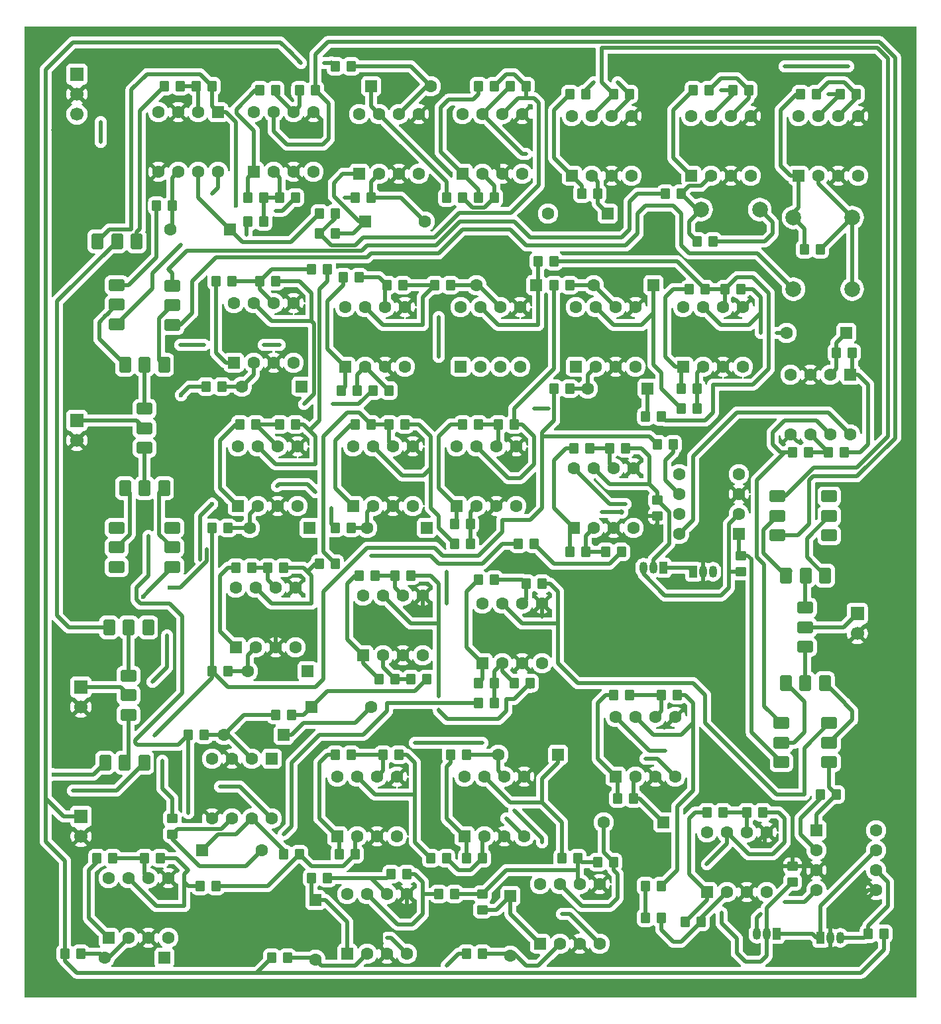
<source format=gbr>
%TF.GenerationSoftware,KiCad,Pcbnew,9.0.5*%
%TF.CreationDate,2025-11-05T22:12:35+05:30*%
%TF.ProjectId,final,66696e61-6c2e-46b6-9963-61645f706362,rev?*%
%TF.SameCoordinates,Original*%
%TF.FileFunction,Copper,L1,Top*%
%TF.FilePolarity,Positive*%
%FSLAX46Y46*%
G04 Gerber Fmt 4.6, Leading zero omitted, Abs format (unit mm)*
G04 Created by KiCad (PCBNEW 9.0.5) date 2025-11-05 22:12:35*
%MOMM*%
%LPD*%
G01*
G04 APERTURE LIST*
G04 Aperture macros list*
%AMRoundRect*
0 Rectangle with rounded corners*
0 $1 Rounding radius*
0 $2 $3 $4 $5 $6 $7 $8 $9 X,Y pos of 4 corners*
0 Add a 4 corners polygon primitive as box body*
4,1,4,$2,$3,$4,$5,$6,$7,$8,$9,$2,$3,0*
0 Add four circle primitives for the rounded corners*
1,1,$1+$1,$2,$3*
1,1,$1+$1,$4,$5*
1,1,$1+$1,$6,$7*
1,1,$1+$1,$8,$9*
0 Add four rect primitives between the rounded corners*
20,1,$1+$1,$2,$3,$4,$5,0*
20,1,$1+$1,$4,$5,$6,$7,0*
20,1,$1+$1,$6,$7,$8,$9,0*
20,1,$1+$1,$8,$9,$2,$3,0*%
G04 Aperture macros list end*
%TA.AperFunction,SMDPad,CuDef*%
%ADD10RoundRect,0.250000X-0.350000X-0.450000X0.350000X-0.450000X0.350000X0.450000X-0.350000X0.450000X0*%
%TD*%
%TA.AperFunction,ComponentPad*%
%ADD11RoundRect,0.250000X-0.550000X-0.550000X0.550000X-0.550000X0.550000X0.550000X-0.550000X0.550000X0*%
%TD*%
%TA.AperFunction,ComponentPad*%
%ADD12C,1.600000*%
%TD*%
%TA.AperFunction,SMDPad,CuDef*%
%ADD13RoundRect,0.250000X0.350000X0.450000X-0.350000X0.450000X-0.350000X-0.450000X0.350000X-0.450000X0*%
%TD*%
%TA.AperFunction,ComponentPad*%
%ADD14RoundRect,0.250000X0.550000X0.550000X-0.550000X0.550000X-0.550000X-0.550000X0.550000X-0.550000X0*%
%TD*%
%TA.AperFunction,ComponentPad*%
%ADD15RoundRect,0.250000X0.550000X-0.550000X0.550000X0.550000X-0.550000X0.550000X-0.550000X-0.550000X0*%
%TD*%
%TA.AperFunction,ComponentPad*%
%ADD16R,1.700000X1.700000*%
%TD*%
%TA.AperFunction,ComponentPad*%
%ADD17C,1.700000*%
%TD*%
%TA.AperFunction,SMDPad,CuDef*%
%ADD18RoundRect,0.250000X-0.450000X0.350000X-0.450000X-0.350000X0.450000X-0.350000X0.450000X0.350000X0*%
%TD*%
%TA.AperFunction,ComponentPad*%
%ADD19RoundRect,0.225000X-0.525000X-0.775000X0.525000X-0.775000X0.525000X0.775000X-0.525000X0.775000X0*%
%TD*%
%TA.AperFunction,SMDPad,CuDef*%
%ADD20RoundRect,0.250000X0.450000X-0.350000X0.450000X0.350000X-0.450000X0.350000X-0.450000X-0.350000X0*%
%TD*%
%TA.AperFunction,ComponentPad*%
%ADD21RoundRect,0.250000X-0.550000X0.550000X-0.550000X-0.550000X0.550000X-0.550000X0.550000X0.550000X0*%
%TD*%
%TA.AperFunction,ComponentPad*%
%ADD22R,1.050000X1.500000*%
%TD*%
%TA.AperFunction,ComponentPad*%
%ADD23O,1.050000X1.500000*%
%TD*%
%TA.AperFunction,ComponentPad*%
%ADD24RoundRect,0.225000X-0.775000X0.525000X-0.775000X-0.525000X0.775000X-0.525000X0.775000X0.525000X0*%
%TD*%
%TA.AperFunction,ComponentPad*%
%ADD25C,2.000000*%
%TD*%
%TA.AperFunction,ComponentPad*%
%ADD26RoundRect,0.225000X0.525000X0.775000X-0.525000X0.775000X-0.525000X-0.775000X0.525000X-0.775000X0*%
%TD*%
%TA.AperFunction,ComponentPad*%
%ADD27RoundRect,0.225000X0.775000X-0.525000X0.775000X0.525000X-0.775000X0.525000X-0.775000X-0.525000X0*%
%TD*%
%TA.AperFunction,ViaPad*%
%ADD28C,0.600000*%
%TD*%
%TA.AperFunction,ViaPad*%
%ADD29C,0.500000*%
%TD*%
%TA.AperFunction,ViaPad*%
%ADD30C,0.508000*%
%TD*%
%TA.AperFunction,ViaPad*%
%ADD31C,0.685800*%
%TD*%
%TA.AperFunction,Conductor*%
%ADD32C,0.508000*%
%TD*%
G04 APERTURE END LIST*
D10*
%TO.P,R59,1*%
%TO.N,Net-(D12-K)*%
X256540000Y-120396000D03*
%TO.P,R59,2*%
%TO.N,Net-(R59-Pad2)*%
X258540000Y-120396000D03*
%TD*%
D11*
%TO.P,U30,1*%
%TO.N,Net-(SW16-C)*%
X254000000Y-181356000D03*
D12*
%TO.P,U30,2,-*%
%TO.N,Net-(Q3-C)*%
X254000000Y-183896000D03*
%TO.P,U30,3,+*%
%TO.N,GND*%
X254000000Y-186436000D03*
%TO.P,U30,4,V-*%
%TO.N,Net-(J1-Pin_3)*%
X254000000Y-188976000D03*
%TO.P,U30,5,+*%
%TO.N,GND*%
X261620000Y-188976000D03*
%TO.P,U30,6,-*%
%TO.N,Net-(Q4-C)*%
X261620000Y-186436000D03*
%TO.P,U30,7*%
%TO.N,Net-(Q3-E)*%
X261620000Y-183896000D03*
%TO.P,U30,8,V+*%
%TO.N,Net-(J1-Pin_1)*%
X261620000Y-181356000D03*
%TD*%
D10*
%TO.P,R20,1*%
%TO.N,Net-(U6A--)*%
X238776000Y-106172000D03*
%TO.P,R20,2*%
%TO.N,Net-(C1-Pad2)*%
X240776000Y-106172000D03*
%TD*%
%TO.P,R35,1*%
%TO.N,Net-(R28-Pad2)*%
X197374000Y-125217000D03*
%TO.P,R35,2*%
%TO.N,Net-(U10A--)*%
X199374000Y-125217000D03*
%TD*%
D13*
%TO.P,R70,1*%
%TO.N,Net-(D14-K)*%
X204184000Y-162052000D03*
%TO.P,R70,2*%
%TO.N,Net-(U21A--)*%
X202184000Y-162052000D03*
%TD*%
D10*
%TO.P,R5,1*%
%TO.N,Net-(SW1-C)*%
X170720000Y-86360000D03*
%TO.P,R5,2*%
%TO.N,Net-(U2A--)*%
X172720000Y-86360000D03*
%TD*%
%TO.P,R42,1*%
%TO.N,Net-(R40-Pad2)*%
X190500000Y-147320000D03*
%TO.P,R42,2*%
%TO.N,Net-(U12B--)*%
X192500000Y-147320000D03*
%TD*%
%TO.P,R8,1*%
%TO.N,Net-(SW12-A)*%
X195088000Y-100584000D03*
%TO.P,R8,2*%
%TO.N,Net-(D2-A)*%
X197088000Y-100584000D03*
%TD*%
%TO.P,R91,1*%
%TO.N,Net-(R90-Pad2)*%
X207264000Y-171704000D03*
%TO.P,R91,2*%
%TO.N,Net-(D17-A)*%
X209264000Y-171704000D03*
%TD*%
%TO.P,R93,1*%
%TO.N,Net-(D18-K)*%
X189500000Y-187452000D03*
%TO.P,R93,2*%
%TO.N,Net-(U26B--)*%
X191500000Y-187452000D03*
%TD*%
%TO.P,R31,1*%
%TO.N,Net-(U9B--)*%
X185436000Y-129540000D03*
%TO.P,R31,2*%
%TO.N,Net-(R31-Pad2)*%
X187436000Y-129540000D03*
%TD*%
D14*
%TO.P,D5,1,K*%
%TO.N,Net-(D5-K)*%
X188214000Y-124709000D03*
D12*
%TO.P,D5,2,A*%
%TO.N,Net-(D5-A)*%
X180594000Y-124709000D03*
%TD*%
D10*
%TO.P,R73,1*%
%TO.N,Net-(U21B--)*%
X200168000Y-148844000D03*
%TO.P,R73,2*%
%TO.N,Net-(R73-Pad2)*%
X202168000Y-148844000D03*
%TD*%
D15*
%TO.P,U15,1*%
%TO.N,Net-(D10-K)*%
X223266000Y-122169000D03*
D12*
%TO.P,U15,2,-*%
%TO.N,Net-(D10-A)*%
X225806000Y-122169000D03*
%TO.P,U15,3,+*%
%TO.N,GND*%
X228346000Y-122169000D03*
%TO.P,U15,4,V-*%
%TO.N,Net-(J1-Pin_3)*%
X230886000Y-122169000D03*
%TO.P,U15,5,+*%
%TO.N,GND*%
X230886000Y-114549000D03*
%TO.P,U15,6,-*%
%TO.N,Net-(D9-A)*%
X228346000Y-114549000D03*
%TO.P,U15,7*%
%TO.N,Net-(D9-K)*%
X225806000Y-114549000D03*
%TO.P,U15,8,V+*%
%TO.N,Net-(J1-Pin_1)*%
X223266000Y-114549000D03*
%TD*%
D15*
%TO.P,U10,1*%
%TO.N,Net-(R33-Pad1)*%
X193802000Y-122169000D03*
D12*
%TO.P,U10,2,-*%
%TO.N,Net-(U10A--)*%
X196342000Y-122169000D03*
%TO.P,U10,3,+*%
%TO.N,GND*%
X198882000Y-122169000D03*
%TO.P,U10,4,V-*%
%TO.N,Net-(J1-Pin_3)*%
X201422000Y-122169000D03*
%TO.P,U10,5,+*%
%TO.N,GND*%
X201422000Y-114549000D03*
%TO.P,U10,6,-*%
%TO.N,Net-(U10B--)*%
X198882000Y-114549000D03*
%TO.P,U10,7*%
%TO.N,Net-(R34-Pad2)*%
X196342000Y-114549000D03*
%TO.P,U10,8,V+*%
%TO.N,Net-(J1-Pin_1)*%
X193802000Y-114549000D03*
%TD*%
D10*
%TO.P,R44,1*%
%TO.N,Net-(R43-Pad2)*%
X207804000Y-144780000D03*
%TO.P,R44,2*%
%TO.N,Net-(U13A--)*%
X209804000Y-144780000D03*
%TD*%
%TO.P,R77,1*%
%TO.N,Net-(U22B--)*%
X216916000Y-149860000D03*
%TO.P,R77,2*%
%TO.N,Net-(SW16-A)*%
X218916000Y-149860000D03*
%TD*%
%TO.P,R34,1*%
%TO.N,Net-(U10B--)*%
X199136000Y-111760000D03*
%TO.P,R34,2*%
%TO.N,Net-(R34-Pad2)*%
X201136000Y-111760000D03*
%TD*%
%TO.P,R19,1*%
%TO.N,Net-(SW4-A)*%
X234728000Y-100076000D03*
%TO.P,R19,2*%
%TO.N,Net-(U6A--)*%
X236728000Y-100076000D03*
%TD*%
%TO.P,R30,1*%
%TO.N,Net-(D6-K)*%
X180356000Y-129540000D03*
%TO.P,R30,2*%
%TO.N,Net-(U9B--)*%
X182356000Y-129540000D03*
%TD*%
D15*
%TO.P,U8,1*%
%TO.N,Net-(D5-K)*%
X179578000Y-121661000D03*
D12*
%TO.P,U8,2,-*%
%TO.N,Net-(D5-A)*%
X182118000Y-121661000D03*
%TO.P,U8,3,+*%
%TO.N,GND*%
X184658000Y-121661000D03*
%TO.P,U8,4,V-*%
%TO.N,Net-(J1-Pin_3)*%
X187198000Y-121661000D03*
%TO.P,U8,5,+*%
%TO.N,GND*%
X187198000Y-114041000D03*
%TO.P,U8,6,-*%
%TO.N,Net-(U8B--)*%
X184658000Y-114041000D03*
%TO.P,U8,7*%
%TO.N,Net-(R28-Pad2)*%
X182118000Y-114041000D03*
%TO.P,U8,8,V+*%
%TO.N,Net-(J1-Pin_1)*%
X179578000Y-114041000D03*
%TD*%
D13*
%TO.P,R22,1*%
%TO.N,Net-(U6B--)*%
X245348000Y-86868000D03*
%TO.P,R22,2*%
%TO.N,Net-(SW18-A)*%
X243348000Y-86868000D03*
%TD*%
D10*
%TO.P,R108,1*%
%TO.N,Net-(Q4-C)*%
X260620000Y-194564000D03*
%TO.P,R108,2*%
%TO.N,Net-(J4-Pin_1)*%
X262620000Y-194564000D03*
%TD*%
D16*
%TO.P,J1,1,Pin_1*%
%TO.N,Net-(J1-Pin_1)*%
X159512000Y-84836000D03*
D17*
%TO.P,J1,2,Pin_2*%
%TO.N,GND*%
X159512000Y-87376000D03*
%TO.P,J1,3,Pin_3*%
%TO.N,Net-(J1-Pin_3)*%
X159512000Y-89916000D03*
%TD*%
D18*
%TO.P,R80,1*%
%TO.N,Net-(SW6-C)*%
X171704000Y-179848000D03*
%TO.P,R80,2*%
%TO.N,Net-(D15-A)*%
X171704000Y-181848000D03*
%TD*%
D10*
%TO.P,R99,1*%
%TO.N,Net-(R94-Pad2)*%
X205740000Y-189484000D03*
%TO.P,R99,2*%
%TO.N,Net-(U27B--)*%
X207740000Y-189484000D03*
%TD*%
%TO.P,R49,1*%
%TO.N,Net-(R34-Pad2)*%
X205232000Y-111760000D03*
%TO.P,R49,2*%
%TO.N,Net-(D11-A)*%
X207232000Y-111760000D03*
%TD*%
D16*
%TO.P,J4,1,Pin_1*%
%TO.N,Net-(J4-Pin_1)*%
X160045000Y-179598000D03*
D17*
%TO.P,J4,2,Pin_2*%
%TO.N,GND*%
X160045000Y-182138000D03*
%TD*%
D13*
%TO.P,R103,1*%
%TO.N,Net-(R102-Pad2)*%
X234172000Y-188468000D03*
%TO.P,R103,2*%
%TO.N,Net-(R103-Pad2)*%
X232172000Y-188468000D03*
%TD*%
D15*
%TO.P,U9,1*%
%TO.N,Net-(D6-K)*%
X180086000Y-139949000D03*
D12*
%TO.P,U9,2,-*%
%TO.N,Net-(D6-A)*%
X182626000Y-139949000D03*
%TO.P,U9,3,+*%
%TO.N,GND*%
X185166000Y-139949000D03*
%TO.P,U9,4,V-*%
%TO.N,Net-(J1-Pin_3)*%
X187706000Y-139949000D03*
%TO.P,U9,5,+*%
%TO.N,GND*%
X187706000Y-132329000D03*
%TO.P,U9,6,-*%
%TO.N,Net-(U9B--)*%
X185166000Y-132329000D03*
%TO.P,U9,7*%
%TO.N,Net-(R31-Pad2)*%
X182626000Y-132329000D03*
%TO.P,U9,8,V+*%
%TO.N,Net-(J1-Pin_1)*%
X180086000Y-132329000D03*
%TD*%
D10*
%TO.P,R3,1*%
%TO.N,Net-(R3-Pad1)*%
X182896000Y-86868000D03*
%TO.P,R3,2*%
%TO.N,Net-(U1B--)*%
X184896000Y-86868000D03*
%TD*%
%TO.P,R26,1*%
%TO.N,Net-(SW8-C)*%
X176038000Y-124709000D03*
%TO.P,R26,2*%
%TO.N,Net-(D5-A)*%
X178038000Y-124709000D03*
%TD*%
D13*
%TO.P,R61,1*%
%TO.N,Net-(U17B--)*%
X252952000Y-133096000D03*
%TO.P,R61,2*%
%TO.N,Net-(SW21-C)*%
X250952000Y-133096000D03*
%TD*%
D10*
%TO.P,R82,1*%
%TO.N,Net-(D16-K)*%
X162068000Y-184912000D03*
%TO.P,R82,2*%
%TO.N,Net-(U23B--)*%
X164068000Y-184912000D03*
%TD*%
D14*
%TO.P,D6,1,K*%
%TO.N,Net-(D6-K)*%
X189230000Y-142748000D03*
D12*
%TO.P,D6,2,A*%
%TO.N,Net-(D6-A)*%
X181610000Y-142748000D03*
%TD*%
D15*
%TO.P,U18,1*%
%TO.N,Net-(R48-Pad2)*%
X223012000Y-142748000D03*
D12*
%TO.P,U18,2,-*%
%TO.N,Net-(U18A--)*%
X225552000Y-142748000D03*
%TO.P,U18,3,+*%
%TO.N,GND*%
X228092000Y-142748000D03*
%TO.P,U18,4,V-*%
%TO.N,Net-(J1-Pin_3)*%
X230632000Y-142748000D03*
%TO.P,U18,5,+*%
%TO.N,GND*%
X230632000Y-135128000D03*
%TO.P,U18,6,-*%
%TO.N,Net-(U18B--)*%
X228092000Y-135128000D03*
%TO.P,U18,7*%
%TO.N,Net-(Q2-B)*%
X225552000Y-135128000D03*
%TO.P,U18,8,V+*%
%TO.N,Net-(J1-Pin_1)*%
X223012000Y-135128000D03*
%TD*%
D11*
%TO.P,D14,1,K*%
%TO.N,Net-(D14-K)*%
X189484000Y-165608000D03*
D12*
%TO.P,D14,2,A*%
%TO.N,Net-(D13-K)*%
X197104000Y-165608000D03*
%TD*%
D14*
%TO.P,D12,1,K*%
%TO.N,Net-(D12-K)*%
X257810000Y-117856000D03*
D12*
%TO.P,D12,2,A*%
%TO.N,Net-(D12-A)*%
X250190000Y-117856000D03*
%TD*%
D10*
%TO.P,R52,1*%
%TO.N,Net-(R48-Pad2)*%
X223012000Y-132588000D03*
%TO.P,R52,2*%
%TO.N,Net-(U18B--)*%
X225012000Y-132588000D03*
%TD*%
%TO.P,R6,1*%
%TO.N,Net-(U2A--)*%
X174768000Y-86360000D03*
%TO.P,R6,2*%
%TO.N,Net-(SW1-A)*%
X176768000Y-86360000D03*
%TD*%
D13*
%TO.P,R74,1*%
%TO.N,Net-(R73-Pad2)*%
X217408000Y-162560000D03*
%TO.P,R74,2*%
%TO.N,Net-(U22A--)*%
X215408000Y-162560000D03*
%TD*%
%TO.P,R13,1*%
%TO.N,Net-(D2-K)*%
X192516000Y-105156000D03*
%TO.P,R13,2*%
%TO.N,Net-(U4B--)*%
X190516000Y-105156000D03*
%TD*%
D10*
%TO.P,R55,1*%
%TO.N,Net-(D11-K)*%
X218440000Y-108712000D03*
%TO.P,R55,2*%
%TO.N,Net-(U16B--)*%
X220440000Y-108712000D03*
%TD*%
D14*
%TO.P,D16,1,K*%
%TO.N,Net-(D16-K)*%
X170688000Y-197612000D03*
D12*
%TO.P,D16,2,A*%
%TO.N,Net-(D16-A)*%
X163068000Y-197612000D03*
%TD*%
D10*
%TO.P,R43,1*%
%TO.N,Net-(U12B--)*%
X199406000Y-129540000D03*
%TO.P,R43,2*%
%TO.N,Net-(R43-Pad2)*%
X201406000Y-129540000D03*
%TD*%
%TO.P,R37,1*%
%TO.N,Net-(J4-Pin_1)*%
X176784000Y-161036000D03*
%TO.P,R37,2*%
%TO.N,Net-(D7-A)*%
X178784000Y-161036000D03*
%TD*%
D19*
%TO.P,SW13,1,A*%
%TO.N,Net-(SW13-A)*%
X163108000Y-172720000D03*
%TO.P,SW13,2,B*%
%TO.N,Net-(SW10-C)*%
X165608000Y-172720000D03*
%TO.P,SW13,3,C*%
%TO.N,Net-(SW13-C)*%
X168108000Y-172720000D03*
%TD*%
D14*
%TO.P,D20,1,K*%
%TO.N,Net-(D20-K)*%
X234442000Y-180340000D03*
D12*
%TO.P,D20,2,A*%
%TO.N,Net-(D20-A)*%
X226822000Y-180340000D03*
%TD*%
D14*
%TO.P,U19,1*%
%TO.N,Net-(SW21-A)*%
X244089000Y-143510000D03*
D12*
%TO.P,U19,2,-*%
%TO.N,Net-(Q2-C)*%
X244089000Y-140970000D03*
%TO.P,U19,3,+*%
%TO.N,GND*%
X244089000Y-138430000D03*
%TO.P,U19,4,V-*%
%TO.N,Net-(J1-Pin_3)*%
X244089000Y-135890000D03*
%TO.P,U19,5,+*%
%TO.N,GND*%
X236469000Y-135890000D03*
%TO.P,U19,6,-*%
%TO.N,Net-(Q1-C)*%
X236469000Y-138430000D03*
%TO.P,U19,7*%
%TO.N,Net-(Q1-E)*%
X236469000Y-140970000D03*
%TO.P,U19,8,V+*%
%TO.N,Net-(J1-Pin_1)*%
X236469000Y-143510000D03*
%TD*%
D13*
%TO.P,R71,1*%
%TO.N,Net-(U21A--)*%
X200120000Y-162052000D03*
%TO.P,R71,2*%
%TO.N,Net-(R71-Pad2)*%
X198120000Y-162052000D03*
%TD*%
%TO.P,R45,1*%
%TO.N,Net-(U13A--)*%
X209772000Y-142240000D03*
%TO.P,R45,2*%
%TO.N,Net-(R45-Pad2)*%
X207772000Y-142240000D03*
%TD*%
D20*
%TO.P,R67,1*%
%TO.N,Net-(Q2-C)*%
X244348000Y-148320000D03*
%TO.P,R67,2*%
%TO.N,Net-(SW21-A)*%
X244348000Y-146320000D03*
%TD*%
D21*
%TO.P,U17,1*%
%TO.N,Net-(R59-Pad2)*%
X258318000Y-123195000D03*
D12*
%TO.P,U17,2,-*%
%TO.N,Net-(D12-K)*%
X255778000Y-123195000D03*
%TO.P,U17,3,+*%
%TO.N,GND*%
X253238000Y-123195000D03*
%TO.P,U17,4,V-*%
%TO.N,Net-(J1-Pin_3)*%
X250698000Y-123195000D03*
%TO.P,U17,5,+*%
%TO.N,GND*%
X250698000Y-130815000D03*
%TO.P,U17,6,-*%
%TO.N,Net-(U17B--)*%
X253238000Y-130815000D03*
%TO.P,U17,7*%
%TO.N,Net-(SW21-C)*%
X255778000Y-130815000D03*
%TO.P,U17,8,V+*%
%TO.N,Net-(J1-Pin_1)*%
X258318000Y-130815000D03*
%TD*%
D13*
%TO.P,R100,1*%
%TO.N,Net-(D20-K)*%
X230616000Y-177292000D03*
%TO.P,R100,2*%
%TO.N,Net-(R100-Pad2)*%
X228616000Y-177292000D03*
%TD*%
D10*
%TO.P,R68,1*%
%TO.N,Net-(SW6-A)*%
X173752000Y-169164000D03*
%TO.P,R68,2*%
%TO.N,Net-(D13-A)*%
X175752000Y-169164000D03*
%TD*%
%TO.P,R12,1*%
%TO.N,Net-(D1-K)*%
X190500000Y-102616000D03*
%TO.P,R12,2*%
%TO.N,Net-(U4B--)*%
X192500000Y-102616000D03*
%TD*%
D20*
%TO.P,R97,1*%
%TO.N,Net-(D19-K)*%
X211312000Y-191500000D03*
%TO.P,R97,2*%
%TO.N,Net-(U27B--)*%
X211312000Y-189500000D03*
%TD*%
D22*
%TO.P,Q2,1,E*%
%TO.N,Net-(Q1-E)*%
X234442000Y-147828000D03*
D23*
%TO.P,Q2,2,B*%
%TO.N,Net-(Q2-B)*%
X233172000Y-147828000D03*
%TO.P,Q2,3,C*%
%TO.N,Net-(Q2-C)*%
X231902000Y-147828000D03*
%TD*%
D24*
%TO.P,SW2,1,A*%
%TO.N,Net-(SW2-A)*%
X168148000Y-127548000D03*
%TO.P,SW2,2,B*%
%TO.N,Net-(J2-Pin_1)*%
X168148000Y-130048000D03*
%TO.P,SW2,3,C*%
%TO.N,Net-(SW2-C)*%
X168148000Y-132548000D03*
%TD*%
D10*
%TO.P,R46,1*%
%TO.N,Net-(R45-Pad2)*%
X208820000Y-129540000D03*
%TO.P,R46,2*%
%TO.N,Net-(U13B--)*%
X210820000Y-129540000D03*
%TD*%
%TO.P,R38,1*%
%TO.N,Net-(SW13-C)*%
X192548000Y-142748000D03*
%TO.P,R38,2*%
%TO.N,Net-(D8-A)*%
X194548000Y-142748000D03*
%TD*%
%TO.P,R17,1*%
%TO.N,Net-(R16-Pad2)*%
X222520000Y-87376000D03*
%TO.P,R17,2*%
%TO.N,Net-(U5B--)*%
X224520000Y-87376000D03*
%TD*%
D25*
%TO.P,C2,1*%
%TO.N,Net-(SW4-C)*%
X251072000Y-112268000D03*
%TO.P,C2,2*%
%TO.N,Net-(U7A--)*%
X258572000Y-112268000D03*
%TD*%
D10*
%TO.P,R96,1*%
%TO.N,Net-(U27B--)*%
X226060000Y-185420000D03*
%TO.P,R96,2*%
%TO.N,Net-(D20-A)*%
X228060000Y-185420000D03*
%TD*%
D26*
%TO.P,SW7,1,A*%
%TO.N,Net-(SW6-B)*%
X170648000Y-137668000D03*
%TO.P,SW7,2,B*%
%TO.N,Net-(SW2-C)*%
X168148000Y-137668000D03*
%TO.P,SW7,3,C*%
%TO.N,Net-(SW7-C)*%
X165648000Y-137668000D03*
%TD*%
D10*
%TO.P,R94,1*%
%TO.N,Net-(U26B--)*%
X199660000Y-186944000D03*
%TO.P,R94,2*%
%TO.N,Net-(R94-Pad2)*%
X201660000Y-186944000D03*
%TD*%
D15*
%TO.P,U13,1*%
%TO.N,Net-(R45-Pad2)*%
X208026000Y-139949000D03*
D12*
%TO.P,U13,2,-*%
%TO.N,Net-(U13A--)*%
X210566000Y-139949000D03*
%TO.P,U13,3,+*%
%TO.N,GND*%
X213106000Y-139949000D03*
%TO.P,U13,4,V-*%
%TO.N,Net-(J1-Pin_3)*%
X215646000Y-139949000D03*
%TO.P,U13,5,+*%
%TO.N,GND*%
X215646000Y-132329000D03*
%TO.P,U13,6,-*%
%TO.N,Net-(U13B--)*%
X213106000Y-132329000D03*
%TO.P,U13,7*%
%TO.N,Net-(R47-Pad2)*%
X210566000Y-132329000D03*
%TO.P,U13,8,V+*%
%TO.N,Net-(J1-Pin_1)*%
X208026000Y-132329000D03*
%TD*%
D15*
%TO.P,U3,1*%
%TO.N,Net-(D2-K)*%
X195580000Y-97536000D03*
D12*
%TO.P,U3,2,-*%
%TO.N,Net-(D2-A)*%
X198120000Y-97536000D03*
%TO.P,U3,3,+*%
%TO.N,GND*%
X200660000Y-97536000D03*
%TO.P,U3,4,V-*%
%TO.N,Net-(J1-Pin_3)*%
X203200000Y-97536000D03*
%TO.P,U3,5,+*%
%TO.N,GND*%
X203200000Y-89916000D03*
%TO.P,U3,6,-*%
%TO.N,Net-(D3-A)*%
X200660000Y-89916000D03*
%TO.P,U3,7*%
%TO.N,Net-(D3-K)*%
X198120000Y-89916000D03*
%TO.P,U3,8,V+*%
%TO.N,Net-(J1-Pin_1)*%
X195580000Y-89916000D03*
%TD*%
D10*
%TO.P,R89,1*%
%TO.N,Net-(R88-Pad2)*%
X204724000Y-184912000D03*
%TO.P,R89,2*%
%TO.N,Net-(U25A--)*%
X206724000Y-184912000D03*
%TD*%
D13*
%TO.P,R25,1*%
%TO.N,Net-(U7A--)*%
X254492000Y-107188000D03*
%TO.P,R25,2*%
%TO.N,Net-(C3-Pad2)*%
X252492000Y-107188000D03*
%TD*%
D10*
%TO.P,R81,1*%
%TO.N,Net-(J4-Pin_1)*%
X157988000Y-197104000D03*
%TO.P,R81,2*%
%TO.N,Net-(D16-A)*%
X159988000Y-197104000D03*
%TD*%
%TO.P,R40,1*%
%TO.N,Net-(U11B--)*%
X183912000Y-147828000D03*
%TO.P,R40,2*%
%TO.N,Net-(R40-Pad2)*%
X185912000Y-147828000D03*
%TD*%
%TO.P,R54,1*%
%TO.N,Net-(D10-K)*%
X232188000Y-128524000D03*
%TO.P,R54,2*%
%TO.N,Net-(U16B--)*%
X234188000Y-128524000D03*
%TD*%
D14*
%TO.P,D1,1,K*%
%TO.N,Net-(D1-K)*%
X179070000Y-104648000D03*
D12*
%TO.P,D1,2,A*%
%TO.N,Net-(D1-A)*%
X171450000Y-104648000D03*
%TD*%
D22*
%TO.P,Q3,1,E*%
%TO.N,Net-(Q3-E)*%
X248920000Y-194564000D03*
D23*
%TO.P,Q3,2,B*%
%TO.N,Net-(Q3-B)*%
X247650000Y-194564000D03*
%TO.P,Q3,3,C*%
%TO.N,Net-(Q3-C)*%
X246380000Y-194564000D03*
%TD*%
D15*
%TO.P,U21,1*%
%TO.N,Net-(R71-Pad2)*%
X196088000Y-159004000D03*
D12*
%TO.P,U21,2,-*%
%TO.N,Net-(U21A--)*%
X198628000Y-159004000D03*
%TO.P,U21,3,+*%
%TO.N,GND*%
X201168000Y-159004000D03*
%TO.P,U21,4,V-*%
%TO.N,Net-(J1-Pin_3)*%
X203708000Y-159004000D03*
%TO.P,U21,5,+*%
%TO.N,GND*%
X203708000Y-151384000D03*
%TO.P,U21,6,-*%
%TO.N,Net-(U21B--)*%
X201168000Y-151384000D03*
%TO.P,U21,7*%
%TO.N,Net-(R73-Pad2)*%
X198628000Y-151384000D03*
%TO.P,U21,8,V+*%
%TO.N,Net-(J1-Pin_1)*%
X196088000Y-151384000D03*
%TD*%
D10*
%TO.P,R21,1*%
%TO.N,Net-(C1-Pad2)*%
X238268000Y-86868000D03*
%TO.P,R21,2*%
%TO.N,Net-(U6B--)*%
X240268000Y-86868000D03*
%TD*%
D13*
%TO.P,R105,1*%
%TO.N,Net-(U29A--)*%
X239236000Y-193040000D03*
%TO.P,R105,2*%
%TO.N,Net-(R105-Pad2)*%
X237236000Y-193040000D03*
%TD*%
D10*
%TO.P,R85,1*%
%TO.N,Net-(R83-Pad2)*%
X175260000Y-188468000D03*
%TO.P,R85,2*%
%TO.N,Net-(U24A--)*%
X177260000Y-188468000D03*
%TD*%
D24*
%TO.P,SW4,1,A*%
%TO.N,Net-(SW4-A)*%
X171704000Y-111840000D03*
%TO.P,SW4,2,B*%
%TO.N,Net-(SW3-C)*%
X171704000Y-114340000D03*
%TO.P,SW4,3,C*%
%TO.N,Net-(SW4-C)*%
X171704000Y-116840000D03*
%TD*%
D15*
%TO.P,U28,1*%
%TO.N,Net-(R100-Pad2)*%
X228346000Y-174493000D03*
D12*
%TO.P,U28,2,-*%
%TO.N,Net-(D20-K)*%
X230886000Y-174493000D03*
%TO.P,U28,3,+*%
%TO.N,GND*%
X233426000Y-174493000D03*
%TO.P,U28,4,V-*%
%TO.N,Net-(J1-Pin_3)*%
X235966000Y-174493000D03*
%TO.P,U28,5,+*%
%TO.N,GND*%
X235966000Y-166873000D03*
%TO.P,U28,6,-*%
%TO.N,Net-(U28B--)*%
X233426000Y-166873000D03*
%TO.P,U28,7*%
%TO.N,Net-(R102-Pad2)*%
X230886000Y-166873000D03*
%TO.P,U28,8,V+*%
%TO.N,Net-(J1-Pin_1)*%
X228346000Y-166873000D03*
%TD*%
D15*
%TO.P,U7,1*%
%TO.N,Net-(C3-Pad2)*%
X251714000Y-97785000D03*
D12*
%TO.P,U7,2,-*%
%TO.N,Net-(U7A--)*%
X254254000Y-97785000D03*
%TO.P,U7,3,+*%
%TO.N,GND*%
X256794000Y-97785000D03*
%TO.P,U7,4,V-*%
%TO.N,Net-(J1-Pin_3)*%
X259334000Y-97785000D03*
%TO.P,U7,5,+*%
%TO.N,GND*%
X259334000Y-90165000D03*
%TO.P,U7,6,-*%
%TO.N,Net-(U7B--)*%
X256794000Y-90165000D03*
%TO.P,U7,7*%
%TO.N,Net-(SW18-C)*%
X254254000Y-90165000D03*
%TO.P,U7,8,V+*%
%TO.N,Net-(J1-Pin_1)*%
X251714000Y-90165000D03*
%TD*%
D15*
%TO.P,U12,1*%
%TO.N,Net-(D8-K)*%
X194818000Y-139949000D03*
D12*
%TO.P,U12,2,-*%
%TO.N,Net-(D8-A)*%
X197358000Y-139949000D03*
%TO.P,U12,3,+*%
%TO.N,GND*%
X199898000Y-139949000D03*
%TO.P,U12,4,V-*%
%TO.N,Net-(J1-Pin_3)*%
X202438000Y-139949000D03*
%TO.P,U12,5,+*%
%TO.N,GND*%
X202438000Y-132329000D03*
%TO.P,U12,6,-*%
%TO.N,Net-(U12B--)*%
X199898000Y-132329000D03*
%TO.P,U12,7*%
%TO.N,Net-(R43-Pad2)*%
X197358000Y-132329000D03*
%TO.P,U12,8,V+*%
%TO.N,Net-(J1-Pin_1)*%
X194818000Y-132329000D03*
%TD*%
D10*
%TO.P,R92,1*%
%TO.N,Net-(J4-Pin_1)*%
X184404000Y-197612000D03*
%TO.P,R92,2*%
%TO.N,Net-(D18-A)*%
X186404000Y-197612000D03*
%TD*%
D15*
%TO.P,U5,1*%
%TO.N,Net-(R16-Pad2)*%
X222758000Y-97785000D03*
D12*
%TO.P,U5,2,-*%
%TO.N,Net-(D4-K)*%
X225298000Y-97785000D03*
%TO.P,U5,3,+*%
%TO.N,GND*%
X227838000Y-97785000D03*
%TO.P,U5,4,V-*%
%TO.N,Net-(J1-Pin_3)*%
X230378000Y-97785000D03*
%TO.P,U5,5,+*%
%TO.N,GND*%
X230378000Y-90165000D03*
%TO.P,U5,6,-*%
%TO.N,Net-(U5B--)*%
X227838000Y-90165000D03*
%TO.P,U5,7*%
%TO.N,Net-(SW22-C)*%
X225298000Y-90165000D03*
%TO.P,U5,8,V+*%
%TO.N,Net-(J1-Pin_1)*%
X222758000Y-90165000D03*
%TD*%
D10*
%TO.P,R75,1*%
%TO.N,Net-(SW6-A)*%
X210820000Y-165100000D03*
%TO.P,R75,2*%
%TO.N,Net-(U22A--)*%
X212820000Y-165100000D03*
%TD*%
D24*
%TO.P,SW6,1,A*%
%TO.N,Net-(SW6-A)*%
X171704000Y-142748000D03*
%TO.P,SW6,2,B*%
%TO.N,Net-(SW6-B)*%
X171704000Y-145248000D03*
%TO.P,SW6,3,C*%
%TO.N,Net-(SW6-C)*%
X171704000Y-147748000D03*
%TD*%
D13*
%TO.P,R79,1*%
%TO.N,Net-(U1A--)*%
X183356000Y-100584000D03*
%TO.P,R79,2*%
%TO.N,Net-(R3-Pad1)*%
X181356000Y-100584000D03*
%TD*%
D19*
%TO.P,SW1,1,A*%
%TO.N,Net-(SW1-A)*%
X162132000Y-106172000D03*
%TO.P,SW1,2,B*%
%TO.N,Net-(SW1-B)*%
X164632000Y-106172000D03*
%TO.P,SW1,3,C*%
%TO.N,Net-(SW1-C)*%
X167132000Y-106172000D03*
%TD*%
D10*
%TO.P,R27,1*%
%TO.N,Net-(D5-K)*%
X177308000Y-111252000D03*
%TO.P,R27,2*%
%TO.N,Net-(U8B--)*%
X179308000Y-111252000D03*
%TD*%
%TO.P,R106,1*%
%TO.N,Net-(R105-Pad2)*%
X240030000Y-179065000D03*
%TO.P,R106,2*%
%TO.N,Net-(U29B--)*%
X242030000Y-179065000D03*
%TD*%
D27*
%TO.P,SW5,1,A*%
%TO.N,Net-(SW5-A)*%
X164592000Y-116760000D03*
%TO.P,SW5,2,B*%
%TO.N,Net-(SW3-A)*%
X164592000Y-114260000D03*
%TO.P,SW5,3,C*%
%TO.N,Net-(SW5-C)*%
X164592000Y-111760000D03*
%TD*%
D10*
%TO.P,R14,1*%
%TO.N,Net-(R11-Pad2)*%
X210820000Y-86360000D03*
%TO.P,R14,2*%
%TO.N,Net-(U4B--)*%
X212820000Y-86360000D03*
%TD*%
D14*
%TO.P,D13,1,K*%
%TO.N,Net-(D13-K)*%
X185928000Y-169164000D03*
D12*
%TO.P,D13,2,A*%
%TO.N,Net-(D13-A)*%
X178308000Y-169164000D03*
%TD*%
D15*
%TO.P,U27,1*%
%TO.N,Net-(D19-K)*%
X218694000Y-195829000D03*
D12*
%TO.P,U27,2,-*%
%TO.N,Net-(D19-A)*%
X221234000Y-195829000D03*
%TO.P,U27,3,+*%
%TO.N,GND*%
X223774000Y-195829000D03*
%TO.P,U27,4,V-*%
%TO.N,Net-(J1-Pin_3)*%
X226314000Y-195829000D03*
%TO.P,U27,5,+*%
%TO.N,GND*%
X226314000Y-188209000D03*
%TO.P,U27,6,-*%
%TO.N,Net-(U27B--)*%
X223774000Y-188209000D03*
%TO.P,U27,7*%
%TO.N,Net-(D20-A)*%
X221234000Y-188209000D03*
%TO.P,U27,8,V+*%
%TO.N,Net-(J1-Pin_1)*%
X218694000Y-188209000D03*
%TD*%
D10*
%TO.P,R107,1*%
%TO.N,Net-(U29B--)*%
X245126000Y-179065000D03*
%TO.P,R107,2*%
%TO.N,Net-(Q3-B)*%
X247126000Y-179065000D03*
%TD*%
D22*
%TO.P,Q1,1,E*%
%TO.N,Net-(Q1-E)*%
X238252000Y-148336000D03*
D23*
%TO.P,Q1,2,B*%
%TO.N,GND*%
X239522000Y-148336000D03*
%TO.P,Q1,3,C*%
%TO.N,Net-(Q1-C)*%
X240792000Y-148336000D03*
%TD*%
D13*
%TO.P,R36,1*%
%TO.N,Net-(U10A--)*%
X195310000Y-125217000D03*
%TO.P,R36,2*%
%TO.N,Net-(R33-Pad1)*%
X193310000Y-125217000D03*
%TD*%
D10*
%TO.P,R102,1*%
%TO.N,Net-(U28B--)*%
X234188000Y-164084000D03*
%TO.P,R102,2*%
%TO.N,Net-(R102-Pad2)*%
X236188000Y-164084000D03*
%TD*%
%TO.P,R7,1*%
%TO.N,Net-(SW5-C)*%
X169704000Y-101600000D03*
%TO.P,R7,2*%
%TO.N,Net-(D1-A)*%
X171704000Y-101600000D03*
%TD*%
D13*
%TO.P,R63,1*%
%TO.N,Net-(R63-Pad1)*%
X229076000Y-145796000D03*
%TO.P,R63,2*%
%TO.N,Net-(U18A--)*%
X227076000Y-145796000D03*
%TD*%
D10*
%TO.P,R62,1*%
%TO.N,Net-(U18B--)*%
X227600000Y-132588000D03*
%TO.P,R62,2*%
%TO.N,Net-(Q2-B)*%
X229600000Y-132588000D03*
%TD*%
D13*
%TO.P,R78,1*%
%TO.N,Net-(U22A--)*%
X212836000Y-162560000D03*
%TO.P,R78,2*%
%TO.N,Net-(R76-Pad1)*%
X210836000Y-162560000D03*
%TD*%
%TO.P,R2,1*%
%TO.N,Net-(SW1-A)*%
X187420000Y-100584000D03*
%TO.P,R2,2*%
%TO.N,Net-(U1A--)*%
X185420000Y-100584000D03*
%TD*%
D21*
%TO.P,U20,1*%
%TO.N,Net-(D13-K)*%
X184404000Y-172212000D03*
D12*
%TO.P,U20,2,-*%
%TO.N,Net-(D13-A)*%
X181864000Y-172212000D03*
%TO.P,U20,3,+*%
%TO.N,GND*%
X179324000Y-172212000D03*
%TO.P,U20,4,V-*%
%TO.N,Net-(J1-Pin_3)*%
X176784000Y-172212000D03*
%TO.P,U20,5,+*%
%TO.N,GND*%
X176784000Y-179832000D03*
%TO.P,U20,6,-*%
%TO.N,Net-(D15-A)*%
X179324000Y-179832000D03*
%TO.P,U20,7*%
%TO.N,Net-(D15-K)*%
X181864000Y-179832000D03*
%TO.P,U20,8,V+*%
%TO.N,Net-(J1-Pin_1)*%
X184404000Y-179832000D03*
%TD*%
D16*
%TO.P,J5,1,Pin_1*%
%TO.N,Net-(J5-Pin_1)*%
X259209500Y-153690000D03*
D17*
%TO.P,J5,2,Pin_2*%
%TO.N,GND*%
X259209500Y-156230000D03*
%TD*%
D14*
%TO.P,D7,1,K*%
%TO.N,Net-(D7-K)*%
X188976000Y-161036000D03*
D12*
%TO.P,D7,2,A*%
%TO.N,Net-(D7-A)*%
X181356000Y-161036000D03*
%TD*%
D11*
%TO.P,D3,1,K*%
%TO.N,Net-(D3-K)*%
X197104000Y-86360000D03*
D12*
%TO.P,D3,2,A*%
%TO.N,Net-(D3-A)*%
X204724000Y-86360000D03*
%TD*%
D13*
%TO.P,R16,1*%
%TO.N,Net-(D4-K)*%
X226044000Y-100076000D03*
%TO.P,R16,2*%
%TO.N,Net-(R16-Pad2)*%
X224044000Y-100076000D03*
%TD*%
%TO.P,R15,1*%
%TO.N,Net-(U4B--)*%
X216884000Y-86360000D03*
%TO.P,R15,2*%
%TO.N,Net-(D4-A)*%
X214884000Y-86360000D03*
%TD*%
D10*
%TO.P,R101,1*%
%TO.N,Net-(R100-Pad2)*%
X228092000Y-164084000D03*
%TO.P,R101,2*%
%TO.N,Net-(U28B--)*%
X230092000Y-164084000D03*
%TD*%
D13*
%TO.P,R32,1*%
%TO.N,Net-(R31-Pad2)*%
X191500000Y-109728000D03*
%TO.P,R32,2*%
%TO.N,Net-(U8B--)*%
X189500000Y-109728000D03*
%TD*%
D19*
%TO.P,SW20,1,A*%
%TO.N,Net-(SW20-A)*%
X250120500Y-148844000D03*
%TO.P,SW20,2,B*%
%TO.N,Net-(SW17-C)*%
X252620500Y-148844000D03*
%TO.P,SW20,3,C*%
%TO.N,Net-(SW18-B)*%
X255120500Y-148844000D03*
%TD*%
%TO.P,SW3,1,A*%
%TO.N,Net-(SW3-A)*%
X165648000Y-121920000D03*
%TO.P,SW3,2,B*%
%TO.N,Net-(SW2-A)*%
X168148000Y-121920000D03*
%TO.P,SW3,3,C*%
%TO.N,Net-(SW3-C)*%
X170648000Y-121920000D03*
%TD*%
D14*
%TO.P,D17,1,K*%
%TO.N,Net-(D17-K)*%
X220980000Y-171704000D03*
D12*
%TO.P,D17,2,A*%
%TO.N,Net-(D17-A)*%
X213360000Y-171704000D03*
%TD*%
D13*
%TO.P,R18,1*%
%TO.N,Net-(U5B--)*%
X230124000Y-87376000D03*
%TO.P,R18,2*%
%TO.N,Net-(SW22-C)*%
X228124000Y-87376000D03*
%TD*%
D15*
%TO.P,U26,1*%
%TO.N,Net-(D18-K)*%
X194056000Y-197104000D03*
D12*
%TO.P,U26,2,-*%
%TO.N,Net-(D18-A)*%
X196596000Y-197104000D03*
%TO.P,U26,3,+*%
%TO.N,GND*%
X199136000Y-197104000D03*
%TO.P,U26,4,V-*%
%TO.N,Net-(J1-Pin_3)*%
X201676000Y-197104000D03*
%TO.P,U26,5,+*%
%TO.N,GND*%
X201676000Y-189484000D03*
%TO.P,U26,6,-*%
%TO.N,Net-(U26B--)*%
X199136000Y-189484000D03*
%TO.P,U26,7*%
%TO.N,Net-(R94-Pad2)*%
X196596000Y-189484000D03*
%TO.P,U26,8,V+*%
%TO.N,Net-(J1-Pin_1)*%
X194056000Y-189484000D03*
%TD*%
D24*
%TO.P,SW16,1,A*%
%TO.N,Net-(SW16-A)*%
X255628500Y-167680000D03*
%TO.P,SW16,2,B*%
%TO.N,Net-(SW16-B)*%
X255628500Y-170180000D03*
%TO.P,SW16,3,C*%
%TO.N,Net-(SW16-C)*%
X255628500Y-172680000D03*
%TD*%
D10*
%TO.P,R51,1*%
%TO.N,Net-(R47-Pad2)*%
X220472000Y-111760000D03*
%TO.P,R51,2*%
%TO.N,Net-(D9-A)*%
X222472000Y-111760000D03*
%TD*%
D13*
%TO.P,R86,1*%
%TO.N,Net-(U24A--)*%
X195040000Y-184404000D03*
%TO.P,R86,2*%
%TO.N,Net-(R86-Pad2)*%
X193040000Y-184404000D03*
%TD*%
D18*
%TO.P,R65,1*%
%TO.N,Net-(Q2-B)*%
X233680000Y-139192000D03*
%TO.P,R65,2*%
%TO.N,GND*%
X233680000Y-141192000D03*
%TD*%
D15*
%TO.P,U22,1*%
%TO.N,Net-(R76-Pad1)*%
X211328000Y-160020000D03*
D12*
%TO.P,U22,2,-*%
%TO.N,Net-(U22A--)*%
X213868000Y-160020000D03*
%TO.P,U22,3,+*%
%TO.N,GND*%
X216408000Y-160020000D03*
%TO.P,U22,4,V-*%
%TO.N,Net-(J1-Pin_3)*%
X218948000Y-160020000D03*
%TO.P,U22,5,+*%
%TO.N,GND*%
X218948000Y-152400000D03*
%TO.P,U22,6,-*%
%TO.N,Net-(U22B--)*%
X216408000Y-152400000D03*
%TO.P,U22,7*%
%TO.N,Net-(SW16-A)*%
X213868000Y-152400000D03*
%TO.P,U22,8,V+*%
%TO.N,Net-(J1-Pin_1)*%
X211328000Y-152400000D03*
%TD*%
D21*
%TO.P,D18,1,K*%
%TO.N,Net-(D18-K)*%
X189992000Y-190246000D03*
D12*
%TO.P,D18,2,A*%
%TO.N,Net-(D18-A)*%
X189992000Y-197866000D03*
%TD*%
D26*
%TO.P,SW19,1,A*%
%TO.N,Net-(SW16-B)*%
X255080500Y-162560000D03*
%TO.P,SW19,2,B*%
%TO.N,Net-(SW17-A)*%
X252580500Y-162560000D03*
%TO.P,SW19,3,C*%
%TO.N,Net-(SW19-C)*%
X250080500Y-162560000D03*
%TD*%
D13*
%TO.P,R66,1*%
%TO.N,Net-(Q1-C)*%
X235696000Y-132080000D03*
%TO.P,R66,2*%
%TO.N,Net-(J4-Pin_1)*%
X233696000Y-132080000D03*
%TD*%
D24*
%TO.P,SW18,1,A*%
%TO.N,Net-(SW18-A)*%
X255628500Y-138724000D03*
%TO.P,SW18,2,B*%
%TO.N,Net-(SW18-B)*%
X255628500Y-141224000D03*
%TO.P,SW18,3,C*%
%TO.N,Net-(SW18-C)*%
X255628500Y-143724000D03*
%TD*%
D13*
%TO.P,R11,1*%
%TO.N,Net-(U4A--)*%
X212836000Y-100584000D03*
%TO.P,R11,2*%
%TO.N,Net-(R11-Pad2)*%
X210836000Y-100584000D03*
%TD*%
D10*
%TO.P,R83,1*%
%TO.N,Net-(U23B--)*%
X168164000Y-184912000D03*
%TO.P,R83,2*%
%TO.N,Net-(R83-Pad2)*%
X170164000Y-184912000D03*
%TD*%
%TO.P,R9,1*%
%TO.N,Net-(J4-Pin_1)*%
X192548000Y-83820000D03*
%TO.P,R9,2*%
%TO.N,Net-(D3-A)*%
X194548000Y-83820000D03*
%TD*%
D13*
%TO.P,R60,1*%
%TO.N,Net-(R59-Pad2)*%
X257524000Y-133096000D03*
%TO.P,R60,2*%
%TO.N,Net-(U17B--)*%
X255524000Y-133096000D03*
%TD*%
D10*
%TO.P,R58,1*%
%TO.N,Net-(U16B--)*%
X242332000Y-112268000D03*
%TO.P,R58,2*%
%TO.N,Net-(D12-A)*%
X244332000Y-112268000D03*
%TD*%
D15*
%TO.P,U23,1*%
%TO.N,Net-(D16-K)*%
X163576000Y-195072000D03*
D12*
%TO.P,U23,2,-*%
%TO.N,Net-(D16-A)*%
X166116000Y-195072000D03*
%TO.P,U23,3,+*%
%TO.N,GND*%
X168656000Y-195072000D03*
%TO.P,U23,4,V-*%
%TO.N,Net-(J1-Pin_3)*%
X171196000Y-195072000D03*
%TO.P,U23,5,+*%
%TO.N,GND*%
X171196000Y-187452000D03*
%TO.P,U23,6,-*%
%TO.N,Net-(U23B--)*%
X168656000Y-187452000D03*
%TO.P,U23,7*%
%TO.N,Net-(R83-Pad2)*%
X166116000Y-187452000D03*
%TO.P,U23,8,V+*%
%TO.N,Net-(J1-Pin_1)*%
X163576000Y-187452000D03*
%TD*%
D10*
%TO.P,R4,1*%
%TO.N,Net-(U1B--)*%
X187992000Y-86868000D03*
%TO.P,R4,2*%
%TO.N,Net-(SW22-A)*%
X189992000Y-86868000D03*
%TD*%
D11*
%TO.P,D15,1,K*%
%TO.N,Net-(D15-K)*%
X175514000Y-183896000D03*
D12*
%TO.P,D15,2,A*%
%TO.N,Net-(D15-A)*%
X183134000Y-183896000D03*
%TD*%
D10*
%TO.P,R104,1*%
%TO.N,Net-(R103-Pad2)*%
X232172000Y-192532000D03*
%TO.P,R104,2*%
%TO.N,Net-(U29A--)*%
X234172000Y-192532000D03*
%TD*%
%TO.P,R47,1*%
%TO.N,Net-(U13B--)*%
X213376000Y-129540000D03*
%TO.P,R47,2*%
%TO.N,Net-(R47-Pad2)*%
X215376000Y-129540000D03*
%TD*%
%TO.P,R41,1*%
%TO.N,Net-(D8-K)*%
X195088000Y-129540000D03*
%TO.P,R41,2*%
%TO.N,Net-(U12B--)*%
X197088000Y-129540000D03*
%TD*%
D21*
%TO.P,U2,1*%
%TO.N,Net-(SW1-A)*%
X177546000Y-89667000D03*
D12*
%TO.P,U2,2,-*%
%TO.N,Net-(U2A--)*%
X175006000Y-89667000D03*
%TO.P,U2,3,+*%
%TO.N,GND*%
X172466000Y-89667000D03*
%TO.P,U2,4,V-*%
%TO.N,Net-(J1-Pin_3)*%
X169926000Y-89667000D03*
%TO.P,U2,5,+*%
%TO.N,GND*%
X169926000Y-97287000D03*
%TO.P,U2,6,-*%
%TO.N,Net-(D1-A)*%
X172466000Y-97287000D03*
%TO.P,U2,7*%
%TO.N,Net-(D1-K)*%
X175006000Y-97287000D03*
%TO.P,U2,8,V+*%
%TO.N,Net-(J1-Pin_1)*%
X177546000Y-97287000D03*
%TD*%
D11*
%TO.P,D2,1,K*%
%TO.N,Net-(D2-K)*%
X196342000Y-103632000D03*
D12*
%TO.P,D2,2,A*%
%TO.N,Net-(D2-A)*%
X203962000Y-103632000D03*
%TD*%
D27*
%TO.P,SW22,1,A*%
%TO.N,Net-(SW22-A)*%
X249024500Y-143724000D03*
%TO.P,SW22,2,B*%
%TO.N,Net-(SW20-A)*%
X249024500Y-141224000D03*
%TO.P,SW22,3,C*%
%TO.N,Net-(SW22-C)*%
X249024500Y-138724000D03*
%TD*%
D25*
%TO.P,C3,1*%
%TO.N,Net-(U7A--)*%
X258572000Y-103124000D03*
%TO.P,C3,2*%
%TO.N,Net-(C3-Pad2)*%
X251072000Y-103124000D03*
%TD*%
D10*
%TO.P,R29,1*%
%TO.N,Net-(J4-Pin_1)*%
X176784000Y-142748000D03*
%TO.P,R29,2*%
%TO.N,Net-(D6-A)*%
X178784000Y-142748000D03*
%TD*%
D15*
%TO.P,U14,1*%
%TO.N,N/C*%
X208534000Y-122169000D03*
D12*
%TO.P,U14,2*%
X211074000Y-122169000D03*
%TO.P,U14,3*%
X213614000Y-122169000D03*
%TO.P,U14,4,V-*%
%TO.N,Net-(J1-Pin_3)*%
X216154000Y-122169000D03*
%TO.P,U14,5,+*%
%TO.N,GND*%
X216154000Y-114549000D03*
%TO.P,U14,6,-*%
%TO.N,Net-(D11-A)*%
X213614000Y-114549000D03*
%TO.P,U14,7*%
%TO.N,Net-(D11-K)*%
X211074000Y-114549000D03*
%TO.P,U14,8,V+*%
%TO.N,Net-(J1-Pin_1)*%
X208534000Y-114549000D03*
%TD*%
D20*
%TO.P,R109,1*%
%TO.N,Net-(Q3-B)*%
X250952000Y-187960000D03*
%TO.P,R109,2*%
%TO.N,GND*%
X250952000Y-185960000D03*
%TD*%
D13*
%TO.P,R56,1*%
%TO.N,Net-(U16A--)*%
X238728000Y-124968000D03*
%TO.P,R56,2*%
%TO.N,Net-(R56-Pad2)*%
X236728000Y-124968000D03*
%TD*%
D27*
%TO.P,SW8,1,A*%
%TO.N,Net-(SW8-A)*%
X164592000Y-147748000D03*
%TO.P,SW8,2,B*%
%TO.N,Net-(SW7-C)*%
X164592000Y-145248000D03*
%TO.P,SW8,3,C*%
%TO.N,Net-(SW8-C)*%
X164592000Y-142748000D03*
%TD*%
D15*
%TO.P,U4,1*%
%TO.N,Net-(R11-Pad2)*%
X208788000Y-97536000D03*
D12*
%TO.P,U4,2,-*%
%TO.N,Net-(U4A--)*%
X211328000Y-97536000D03*
%TO.P,U4,3,+*%
%TO.N,GND*%
X213868000Y-97536000D03*
%TO.P,U4,4,V-*%
%TO.N,Net-(J1-Pin_3)*%
X216408000Y-97536000D03*
%TO.P,U4,5,+*%
%TO.N,GND*%
X216408000Y-89916000D03*
%TO.P,U4,6,-*%
%TO.N,Net-(U4B--)*%
X213868000Y-89916000D03*
%TO.P,U4,7*%
%TO.N,Net-(D4-A)*%
X211328000Y-89916000D03*
%TO.P,U4,8,V+*%
%TO.N,Net-(J1-Pin_1)*%
X208788000Y-89916000D03*
%TD*%
D15*
%TO.P,U29,1*%
%TO.N,Net-(R105-Pad2)*%
X240030000Y-189225000D03*
D12*
%TO.P,U29,2,-*%
%TO.N,Net-(U29A--)*%
X242570000Y-189225000D03*
%TO.P,U29,3,+*%
%TO.N,GND*%
X245110000Y-189225000D03*
%TO.P,U29,4,V-*%
%TO.N,Net-(J1-Pin_3)*%
X247650000Y-189225000D03*
%TO.P,U29,5,+*%
%TO.N,GND*%
X247650000Y-181605000D03*
%TO.P,U29,6,-*%
%TO.N,Net-(U29B--)*%
X245110000Y-181605000D03*
%TO.P,U29,7*%
%TO.N,Net-(Q3-B)*%
X242570000Y-181605000D03*
%TO.P,U29,8,V+*%
%TO.N,Net-(J1-Pin_1)*%
X240030000Y-181605000D03*
%TD*%
D14*
%TO.P,D11,1,K*%
%TO.N,Net-(D11-K)*%
X218186000Y-111760000D03*
D12*
%TO.P,D11,2,A*%
%TO.N,Net-(D11-A)*%
X210566000Y-111760000D03*
%TD*%
D16*
%TO.P,J2,1,Pin_1*%
%TO.N,Net-(J2-Pin_1)*%
X159512000Y-129032000D03*
D17*
%TO.P,J2,2,Pin_2*%
%TO.N,GND*%
X159512000Y-131572000D03*
%TD*%
D10*
%TO.P,R95,1*%
%TO.N,Net-(SW13-A)*%
X209296000Y-197104000D03*
%TO.P,R95,2*%
%TO.N,Net-(D19-A)*%
X211296000Y-197104000D03*
%TD*%
%TO.P,R28,1*%
%TO.N,Net-(U8B--)*%
X182880000Y-111252000D03*
%TO.P,R28,2*%
%TO.N,Net-(R28-Pad2)*%
X184880000Y-111252000D03*
%TD*%
D16*
%TO.P,J3,1,Pin_1*%
%TO.N,Net-(J3-Pin_1)*%
X160020000Y-163068000D03*
D17*
%TO.P,J3,2,Pin_2*%
%TO.N,GND*%
X160020000Y-165608000D03*
%TD*%
D25*
%TO.P,C1,1*%
%TO.N,Net-(U6A--)*%
X239268000Y-102108000D03*
%TO.P,C1,2*%
%TO.N,Net-(C1-Pad2)*%
X246768000Y-102108000D03*
%TD*%
D10*
%TO.P,R10,1*%
%TO.N,Net-(D3-K)*%
X206756000Y-100584000D03*
%TO.P,R10,2*%
%TO.N,Net-(U4A--)*%
X208756000Y-100584000D03*
%TD*%
D22*
%TO.P,Q4,1,E*%
%TO.N,Net-(Q3-E)*%
X254508000Y-195072000D03*
D23*
%TO.P,Q4,2,B*%
%TO.N,GND*%
X255778000Y-195072000D03*
%TO.P,Q4,3,C*%
%TO.N,Net-(Q4-C)*%
X257048000Y-195072000D03*
%TD*%
D10*
%TO.P,R23,1*%
%TO.N,Net-(C3-Pad2)*%
X251984000Y-87376000D03*
%TO.P,R23,2*%
%TO.N,Net-(U7B--)*%
X253984000Y-87376000D03*
%TD*%
%TO.P,R50,1*%
%TO.N,Net-(J4-Pin_1)*%
X220472000Y-124968000D03*
%TO.P,R50,2*%
%TO.N,Net-(D10-A)*%
X222472000Y-124968000D03*
%TD*%
%TO.P,R57,1*%
%TO.N,Net-(R56-Pad2)*%
X237776000Y-112268000D03*
%TO.P,R57,2*%
%TO.N,Net-(U16B--)*%
X239776000Y-112268000D03*
%TD*%
%TO.P,R87,1*%
%TO.N,Net-(R86-Pad2)*%
X192532000Y-171704000D03*
%TO.P,R87,2*%
%TO.N,Net-(U24B--)*%
X194532000Y-171704000D03*
%TD*%
D27*
%TO.P,SW21,1,A*%
%TO.N,Net-(SW21-A)*%
X249532500Y-172680000D03*
%TO.P,SW21,2,B*%
%TO.N,Net-(SW19-C)*%
X249532500Y-170180000D03*
%TO.P,SW21,3,C*%
%TO.N,Net-(SW21-C)*%
X249532500Y-167680000D03*
%TD*%
D10*
%TO.P,R53,1*%
%TO.N,Net-(D9-K)*%
X236728000Y-127508000D03*
%TO.P,R53,2*%
%TO.N,Net-(U16A--)*%
X238728000Y-127508000D03*
%TD*%
%TO.P,R72,1*%
%TO.N,Net-(R71-Pad2)*%
X195580000Y-148844000D03*
%TO.P,R72,2*%
%TO.N,Net-(U21B--)*%
X197580000Y-148844000D03*
%TD*%
D15*
%TO.P,U16,1*%
%TO.N,Net-(R56-Pad2)*%
X236982000Y-122169000D03*
D12*
%TO.P,U16,2,-*%
%TO.N,Net-(U16A--)*%
X239522000Y-122169000D03*
%TO.P,U16,3,+*%
%TO.N,GND*%
X242062000Y-122169000D03*
%TO.P,U16,4,V-*%
%TO.N,Net-(J1-Pin_3)*%
X244602000Y-122169000D03*
%TO.P,U16,5,+*%
%TO.N,GND*%
X244602000Y-114549000D03*
%TO.P,U16,6,-*%
%TO.N,Net-(U16B--)*%
X242062000Y-114549000D03*
%TO.P,U16,7*%
%TO.N,Net-(D12-A)*%
X239522000Y-114549000D03*
%TO.P,U16,8,V+*%
%TO.N,Net-(J1-Pin_1)*%
X236982000Y-114549000D03*
%TD*%
D26*
%TO.P,SW12,1,A*%
%TO.N,Net-(SW12-A)*%
X168616000Y-155448000D03*
%TO.P,SW12,2,B*%
%TO.N,Net-(SW10-A)*%
X166116000Y-155448000D03*
%TO.P,SW12,3,C*%
%TO.N,Net-(SW1-B)*%
X163616000Y-155448000D03*
%TD*%
D14*
%TO.P,D4,1,K*%
%TO.N,Net-(D4-K)*%
X227330000Y-102616000D03*
D12*
%TO.P,D4,2,A*%
%TO.N,Net-(D4-A)*%
X219710000Y-102616000D03*
%TD*%
D13*
%TO.P,R24,1*%
%TO.N,Net-(U7B--)*%
X259064000Y-87376000D03*
%TO.P,R24,2*%
%TO.N,Net-(SW18-C)*%
X257064000Y-87376000D03*
%TD*%
D10*
%TO.P,R98,1*%
%TO.N,Net-(D17-K)*%
X221504000Y-184912000D03*
%TO.P,R98,2*%
%TO.N,Net-(U27B--)*%
X223504000Y-184912000D03*
%TD*%
%TO.P,R88,1*%
%TO.N,Net-(U24B--)*%
X198644000Y-171704000D03*
%TO.P,R88,2*%
%TO.N,Net-(R88-Pad2)*%
X200644000Y-171704000D03*
%TD*%
D21*
%TO.P,D19,1,K*%
%TO.N,Net-(D19-K)*%
X214884000Y-189738000D03*
D12*
%TO.P,D19,2,A*%
%TO.N,Net-(D19-A)*%
X214884000Y-197358000D03*
%TD*%
D15*
%TO.P,U6,1*%
%TO.N,Net-(C1-Pad2)*%
X237998000Y-97785000D03*
D12*
%TO.P,U6,2,-*%
%TO.N,Net-(U6A--)*%
X240538000Y-97785000D03*
%TO.P,U6,3,+*%
%TO.N,GND*%
X243078000Y-97785000D03*
%TO.P,U6,4,V-*%
%TO.N,Net-(J1-Pin_3)*%
X245618000Y-97785000D03*
%TO.P,U6,5,+*%
%TO.N,GND*%
X245618000Y-90165000D03*
%TO.P,U6,6,-*%
%TO.N,Net-(U6B--)*%
X243078000Y-90165000D03*
%TO.P,U6,7*%
%TO.N,Net-(SW18-A)*%
X240538000Y-90165000D03*
%TO.P,U6,8,V+*%
%TO.N,Net-(J1-Pin_1)*%
X237998000Y-90165000D03*
%TD*%
D15*
%TO.P,U25,1*%
%TO.N,Net-(R90-Pad2)*%
X209042000Y-182113000D03*
D12*
%TO.P,U25,2,-*%
%TO.N,Net-(U25A--)*%
X211582000Y-182113000D03*
%TO.P,U25,3,+*%
%TO.N,GND*%
X214122000Y-182113000D03*
%TO.P,U25,4,V-*%
%TO.N,Net-(J1-Pin_3)*%
X216662000Y-182113000D03*
%TO.P,U25,5,+*%
%TO.N,GND*%
X216662000Y-174493000D03*
%TO.P,U25,6,-*%
%TO.N,Net-(D17-A)*%
X214122000Y-174493000D03*
%TO.P,U25,7*%
%TO.N,Net-(D17-K)*%
X211582000Y-174493000D03*
%TO.P,U25,8,V+*%
%TO.N,Net-(J1-Pin_1)*%
X209042000Y-174493000D03*
%TD*%
D14*
%TO.P,D9,1,K*%
%TO.N,Net-(D9-K)*%
X233172000Y-111760000D03*
D12*
%TO.P,D9,2,A*%
%TO.N,Net-(D9-A)*%
X225552000Y-111760000D03*
%TD*%
D13*
%TO.P,R90,1*%
%TO.N,Net-(U25A--)*%
X211296000Y-184912000D03*
%TO.P,R90,2*%
%TO.N,Net-(R90-Pad2)*%
X209296000Y-184912000D03*
%TD*%
D10*
%TO.P,R76,1*%
%TO.N,Net-(R76-Pad1)*%
X210836000Y-149352000D03*
%TO.P,R76,2*%
%TO.N,Net-(U22B--)*%
X212836000Y-149352000D03*
%TD*%
D14*
%TO.P,D10,1,K*%
%TO.N,Net-(D10-K)*%
X232410000Y-124968000D03*
D12*
%TO.P,D10,2,A*%
%TO.N,Net-(D10-A)*%
X224790000Y-124968000D03*
%TD*%
D14*
%TO.P,D8,1,K*%
%TO.N,Net-(D8-K)*%
X204216000Y-142748000D03*
D12*
%TO.P,D8,2,A*%
%TO.N,Net-(D8-A)*%
X196596000Y-142748000D03*
%TD*%
D24*
%TO.P,SW10,1,A*%
%TO.N,Net-(SW10-A)*%
X166116000Y-161624000D03*
%TO.P,SW10,2,B*%
%TO.N,Net-(J3-Pin_1)*%
X166116000Y-164124000D03*
%TO.P,SW10,3,C*%
%TO.N,Net-(SW10-C)*%
X166116000Y-166624000D03*
%TD*%
D10*
%TO.P,R69,1*%
%TO.N,Net-(D13-A)*%
X184912000Y-166624000D03*
%TO.P,R69,2*%
%TO.N,Net-(D14-K)*%
X186912000Y-166624000D03*
%TD*%
D27*
%TO.P,SW17,1,A*%
%TO.N,Net-(SW17-A)*%
X252580500Y-157948000D03*
%TO.P,SW17,2,B*%
%TO.N,Net-(J5-Pin_1)*%
X252580500Y-155448000D03*
%TO.P,SW17,3,C*%
%TO.N,Net-(SW17-C)*%
X252580500Y-152948000D03*
%TD*%
D13*
%TO.P,R48,1*%
%TO.N,Net-(U18A--)*%
X224504000Y-145796000D03*
%TO.P,R48,2*%
%TO.N,Net-(R48-Pad2)*%
X222504000Y-145796000D03*
%TD*%
D10*
%TO.P,R39,1*%
%TO.N,Net-(D7-K)*%
X179832000Y-147828000D03*
%TO.P,R39,2*%
%TO.N,Net-(U11B--)*%
X181832000Y-147828000D03*
%TD*%
D15*
%TO.P,U1,1*%
%TO.N,Net-(R3-Pad1)*%
X182118000Y-97277000D03*
D12*
%TO.P,U1,2,-*%
%TO.N,Net-(U1A--)*%
X184658000Y-97277000D03*
%TO.P,U1,3,+*%
%TO.N,GND*%
X187198000Y-97277000D03*
%TO.P,U1,4,V-*%
%TO.N,Net-(J1-Pin_3)*%
X189738000Y-97277000D03*
%TO.P,U1,5,+*%
%TO.N,GND*%
X189738000Y-89657000D03*
%TO.P,U1,6,-*%
%TO.N,Net-(U1B--)*%
X187198000Y-89657000D03*
%TO.P,U1,7*%
%TO.N,Net-(SW22-A)*%
X184658000Y-89657000D03*
%TO.P,U1,8,V+*%
%TO.N,Net-(J1-Pin_1)*%
X182118000Y-89657000D03*
%TD*%
D10*
%TO.P,R64,1*%
%TO.N,Net-(SW8-A)*%
X215916000Y-144780000D03*
%TO.P,R64,2*%
%TO.N,Net-(R63-Pad1)*%
X217916000Y-144780000D03*
%TD*%
%TO.P,R1,1*%
%TO.N,Net-(SW5-A)*%
X181388000Y-103632000D03*
%TO.P,R1,2*%
%TO.N,Net-(U1A--)*%
X183388000Y-103632000D03*
%TD*%
%TO.P,R84,1*%
%TO.N,Net-(D15-K)*%
X185928000Y-184404000D03*
%TO.P,R84,2*%
%TO.N,Net-(U24A--)*%
X187928000Y-184404000D03*
%TD*%
D15*
%TO.P,U11,1*%
%TO.N,Net-(D7-K)*%
X179832000Y-157988000D03*
D12*
%TO.P,U11,2,-*%
%TO.N,Net-(D7-A)*%
X182372000Y-157988000D03*
%TO.P,U11,3,+*%
%TO.N,GND*%
X184912000Y-157988000D03*
%TO.P,U11,4,V-*%
%TO.N,Net-(J1-Pin_3)*%
X187452000Y-157988000D03*
%TO.P,U11,5,+*%
%TO.N,GND*%
X187452000Y-150368000D03*
%TO.P,U11,6,-*%
%TO.N,Net-(U11B--)*%
X184912000Y-150368000D03*
%TO.P,U11,7*%
%TO.N,Net-(R40-Pad2)*%
X182372000Y-150368000D03*
%TO.P,U11,8,V+*%
%TO.N,Net-(J1-Pin_1)*%
X179832000Y-150368000D03*
%TD*%
D10*
%TO.P,R110,1*%
%TO.N,Net-(Q3-C)*%
X254524000Y-176784000D03*
%TO.P,R110,2*%
%TO.N,Net-(SW16-C)*%
X256524000Y-176784000D03*
%TD*%
%TO.P,R33,1*%
%TO.N,Net-(R33-Pad1)*%
X193548000Y-110744000D03*
%TO.P,R33,2*%
%TO.N,Net-(U10B--)*%
X195548000Y-110744000D03*
%TD*%
D15*
%TO.P,U24,1*%
%TO.N,Net-(R86-Pad2)*%
X192786000Y-182113000D03*
D12*
%TO.P,U24,2,-*%
%TO.N,Net-(U24A--)*%
X195326000Y-182113000D03*
%TO.P,U24,3,+*%
%TO.N,GND*%
X197866000Y-182113000D03*
%TO.P,U24,4,V-*%
%TO.N,Net-(J1-Pin_3)*%
X200406000Y-182113000D03*
%TO.P,U24,5,+*%
%TO.N,GND*%
X200406000Y-174493000D03*
%TO.P,U24,6,-*%
%TO.N,Net-(U24B--)*%
X197866000Y-174493000D03*
%TO.P,U24,7*%
%TO.N,Net-(R88-Pad2)*%
X195326000Y-174493000D03*
%TO.P,U24,8,V+*%
%TO.N,Net-(J1-Pin_1)*%
X192786000Y-174493000D03*
%TD*%
D28*
%TO.N,Net-(SW1-A)*%
X179832000Y-101600000D03*
D29*
X184912000Y-102260400D03*
%TO.N,Net-(SW5-A)*%
X172821600Y-106578400D03*
X181152800Y-105308400D03*
%TO.N,Net-(SW6-C)*%
X170434000Y-172466000D03*
D28*
X167944800Y-151536400D03*
D29*
%TO.N,Net-(SW6-A)*%
X173736000Y-179171600D03*
D30*
X168656000Y-143764000D03*
X185928000Y-181864000D03*
D28*
%TO.N,Net-(SW8-C)*%
X172821600Y-125780800D03*
D29*
%TO.N,Net-(SW8-A)*%
X176075000Y-145441400D03*
D30*
X197104000Y-146304000D03*
D28*
X171348400Y-150368000D03*
D29*
%TO.N,Net-(SW12-A)*%
X193751200Y-100584000D03*
D28*
%TO.N,Net-(SW13-A)*%
X156514800Y-174244000D03*
D30*
X206756000Y-198628000D03*
%TO.N,Net-(SW13-C)*%
X175260000Y-146812000D03*
X192024000Y-140208000D03*
D29*
X185064400Y-137451820D03*
D30*
X189992000Y-138176000D03*
D29*
X169164000Y-162407600D03*
D30*
X159004000Y-176276000D03*
D28*
X176784000Y-139700000D03*
D30*
X171042600Y-156464000D03*
%TO.N,Net-(SW18-A)*%
X241808000Y-86868000D03*
%TO.N,Net-(SW18-C)*%
X255524000Y-87376000D03*
D29*
%TO.N,Net-(R73-Pad2)*%
X205740000Y-165912800D03*
X205740000Y-164287200D03*
%TO.N,Net-(J4-Pin_1)*%
X188163200Y-83413600D03*
X169418000Y-169214800D03*
X191058800Y-83413600D03*
D30*
%TO.N,GND*%
X196596000Y-136652000D03*
X238760000Y-118364000D03*
X201676000Y-191363600D03*
D29*
X187706000Y-92303600D03*
D30*
X203708000Y-153924000D03*
X201168000Y-133959600D03*
D29*
X218948000Y-154076400D03*
D30*
X209296000Y-136144000D03*
X247396000Y-183388000D03*
X198628000Y-193040000D03*
X184912000Y-155448000D03*
D28*
X162407600Y-83312000D03*
D29*
X247396000Y-185521600D03*
D30*
X156464000Y-91948000D03*
D28*
X162407600Y-86004400D03*
D29*
X195077000Y-118364000D03*
D30*
X213360000Y-94488000D03*
X214884000Y-133959600D03*
D29*
X234492800Y-168198800D03*
D30*
X157124400Y-89408000D03*
%TO.N,Net-(U5B--)*%
X228600000Y-85852000D03*
X225552000Y-85852000D03*
D29*
%TO.N,Net-(R28-Pad2)*%
X188518800Y-126949200D03*
X192176400Y-126949200D03*
D30*
%TO.N,Net-(D12-A)*%
X246888000Y-117856000D03*
X248920000Y-117856000D03*
D29*
%TO.N,Net-(Q3-B)*%
X241858800Y-191820800D03*
X239979200Y-185674000D03*
D30*
%TO.N,Net-(Q3-C)*%
X246888000Y-192024000D03*
%TO.N,Net-(D4-A)*%
X216916000Y-94996000D03*
%TO.N,Net-(J1-Pin_3)*%
X214376000Y-179832000D03*
X185420000Y-119380000D03*
X183388000Y-119380000D03*
X226568000Y-140716000D03*
D29*
X219763000Y-127508000D03*
D30*
X232156000Y-172212000D03*
X249936000Y-190500000D03*
X221488000Y-192024000D03*
X162560000Y-90932000D03*
X199136000Y-195072000D03*
X162560000Y-93472000D03*
D31*
X229108000Y-140716000D03*
D30*
X175768000Y-119380000D03*
X172720000Y-119380000D03*
X206756000Y-148336000D03*
X217932000Y-127508000D03*
X206756000Y-152400000D03*
%TO.N,Net-(J1-Pin_1)*%
X177800000Y-175768000D03*
X205740000Y-120904000D03*
X218948000Y-182880000D03*
X229616000Y-139700000D03*
X211328000Y-170180000D03*
X249936000Y-83820000D03*
X176784000Y-100076000D03*
X234696000Y-171196000D03*
X258064000Y-83820000D03*
X215392000Y-178816000D03*
X205740000Y-115824000D03*
X202692000Y-170180000D03*
%TD*%
D32*
%TO.N,Net-(SW4-A)*%
X230124000Y-101092000D02*
X230124000Y-104648000D01*
X229108000Y-105664000D02*
X217424000Y-105664000D01*
X171704000Y-111840000D02*
X171704000Y-110236000D01*
X173535000Y-107389000D02*
X195887000Y-107389000D01*
X208407500Y-103657900D02*
X215417900Y-103657900D01*
X230124000Y-104648000D02*
X229108000Y-105664000D01*
X171704000Y-110236000D02*
X171196000Y-109728000D01*
X196596000Y-106680000D02*
X205385400Y-106680000D01*
X231140000Y-100076000D02*
X230124000Y-101092000D01*
X234728000Y-100076000D02*
X231140000Y-100076000D01*
X217424000Y-105664000D02*
X215417900Y-103657900D01*
X205385400Y-106680000D02*
X208407500Y-103657900D01*
X195887000Y-107389000D02*
X196596000Y-106680000D01*
X171196000Y-109728000D02*
X173535000Y-107389000D01*
%TO.N,Net-(SW3-C)*%
X170648000Y-121920000D02*
X170048000Y-121320000D01*
X170048000Y-115996000D02*
X171704000Y-114340000D01*
X170048000Y-121320000D02*
X170048000Y-115996000D01*
%TO.N,Net-(SW4-C)*%
X174244000Y-111252000D02*
X177292000Y-108204000D01*
X174244000Y-115316000D02*
X174244000Y-111252000D01*
X177292000Y-108204000D02*
X196596000Y-108204000D01*
X231140000Y-105156000D02*
X231140000Y-102616000D01*
X172720000Y-116840000D02*
X174244000Y-115316000D01*
X236728000Y-102616000D02*
X236728000Y-106680000D01*
X205740000Y-107696000D02*
X208788000Y-104648000D01*
X197104000Y-107696000D02*
X205740000Y-107696000D01*
X229616000Y-106680000D02*
X231140000Y-105156000D01*
X232156000Y-101600000D02*
X235712000Y-101600000D01*
X236728000Y-106680000D02*
X237744000Y-107696000D01*
X196596000Y-108204000D02*
X197104000Y-107696000D01*
X216916000Y-106680000D02*
X229616000Y-106680000D01*
X214884000Y-104648000D02*
X216916000Y-106680000D01*
X237744000Y-107696000D02*
X246500000Y-107696000D01*
X208788000Y-104648000D02*
X214884000Y-104648000D01*
X231140000Y-102616000D02*
X232156000Y-101600000D01*
X246500000Y-107696000D02*
X251072000Y-112268000D01*
X171704000Y-116840000D02*
X172720000Y-116840000D01*
X235712000Y-101600000D02*
X236728000Y-102616000D01*
%TO.N,Net-(SW20-A)*%
X247243600Y-145967100D02*
X250120500Y-148844000D01*
X250120500Y-148844000D02*
X250720500Y-148244000D01*
X247243600Y-143004900D02*
X247243600Y-145967100D01*
X249024500Y-141224000D02*
X247243600Y-143004900D01*
%TO.N,Net-(SW22-C)*%
X253636500Y-135088000D02*
X259184500Y-135088000D01*
X226568000Y-81433400D02*
X226568000Y-85852000D01*
X263144000Y-82804000D02*
X261773400Y-81433400D01*
X261773400Y-81433400D02*
X226568000Y-81433400D01*
X250000500Y-138724000D02*
X253636500Y-135088000D01*
X259184500Y-135023500D02*
X263144000Y-131064000D01*
X259184500Y-135088000D02*
X259184500Y-135023500D01*
X226600000Y-85852000D02*
X228124000Y-87376000D01*
X263144000Y-82804000D02*
X263144000Y-131064000D01*
X249024500Y-138724000D02*
X250000500Y-138724000D01*
X226568000Y-85852000D02*
X226600000Y-85852000D01*
X228124000Y-87376000D02*
X228087000Y-87376000D01*
X228087000Y-87376000D02*
X225298000Y-90165000D01*
%TO.N,Net-(SW22-A)*%
X253088500Y-142240000D02*
X251604500Y-143724000D01*
X191516000Y-80772000D02*
X191563600Y-80724400D01*
X251604500Y-143724000D02*
X249024500Y-143724000D01*
X264045600Y-131282900D02*
X259184500Y-136144000D01*
X253088500Y-136652000D02*
X253088500Y-142240000D01*
X191563600Y-80724400D02*
X262080400Y-80724400D01*
X262128000Y-80772000D02*
X264045600Y-82689600D01*
X189992000Y-86868000D02*
X189992000Y-82296000D01*
X259184500Y-136144000D02*
X253596500Y-136144000D01*
X191719200Y-93065600D02*
X190957200Y-93827600D01*
X189992000Y-82296000D02*
X191516000Y-80772000D01*
X189992000Y-86868000D02*
X191719200Y-88595200D01*
X191719200Y-88595200D02*
X191719200Y-93065600D01*
X186385200Y-93827600D02*
X184658000Y-92100400D01*
X184658000Y-92100400D02*
X184658000Y-89657000D01*
X190957200Y-93827600D02*
X186385200Y-93827600D01*
X264045600Y-82689600D02*
X264045600Y-131282900D01*
X253596500Y-136144000D02*
X253088500Y-136652000D01*
%TO.N,Net-(SW2-A)*%
X168148000Y-127548000D02*
X168148000Y-121920000D01*
%TO.N,Net-(SW3-A)*%
X162346000Y-118618000D02*
X165648000Y-121920000D01*
X164592000Y-114260000D02*
X163284600Y-115567400D01*
X163284600Y-115567400D02*
X163273800Y-115567400D01*
X162346000Y-118618000D02*
X162346000Y-116495200D01*
X163273800Y-115567400D02*
X162346000Y-116495200D01*
%TO.N,Net-(SW1-B)*%
X164632000Y-106172000D02*
X156972000Y-113832000D01*
X158496000Y-155448000D02*
X156972000Y-153924000D01*
X156972000Y-113832000D02*
X156972000Y-153924000D01*
X163616000Y-155448000D02*
X158496000Y-155448000D01*
%TO.N,Net-(SW1-A)*%
X184912000Y-102260400D02*
X185743600Y-102260400D01*
X185743600Y-102260400D02*
X187420000Y-100584000D01*
X177546000Y-89667000D02*
X178567000Y-89667000D01*
X166470600Y-86818200D02*
X166470600Y-104648000D01*
X163656000Y-104648000D02*
X162132000Y-106172000D01*
X175260000Y-84836000D02*
X168452800Y-84836000D01*
X176768000Y-88889000D02*
X177546000Y-89667000D01*
X175260000Y-84852000D02*
X175260000Y-84836000D01*
X166470600Y-104648000D02*
X163656000Y-104648000D01*
X176768000Y-86360000D02*
X176768000Y-88889000D01*
X176768000Y-86360000D02*
X175260000Y-84852000D01*
X168452800Y-84836000D02*
X166470600Y-86818200D01*
X178567000Y-89667000D02*
X179832000Y-90932000D01*
X179832000Y-90932000D02*
X179832000Y-101600000D01*
%TO.N,Net-(SW1-C)*%
X167132000Y-104989277D02*
X167132000Y-106172000D01*
X167579800Y-104541477D02*
X167132000Y-104989277D01*
X167579800Y-89500200D02*
X167579800Y-104541477D01*
X167579800Y-89500200D02*
X170720000Y-86360000D01*
%TO.N,Net-(J2-Pin_1)*%
X159512000Y-129032000D02*
X167132000Y-129032000D01*
X167132000Y-129032000D02*
X168148000Y-130048000D01*
%TO.N,Net-(SW2-C)*%
X168148000Y-132548000D02*
X168148000Y-137668000D01*
%TO.N,Net-(SW5-C)*%
X169704000Y-108172000D02*
X166116000Y-111760000D01*
X166116000Y-111760000D02*
X164592000Y-111760000D01*
X169704000Y-101600000D02*
X169704000Y-108172000D01*
%TO.N,Net-(SW5-A)*%
X164592000Y-116760000D02*
X169164000Y-112188000D01*
X181152800Y-105308400D02*
X181152800Y-103867200D01*
X169164000Y-110236000D02*
X172415200Y-106984800D01*
X169164000Y-112188000D02*
X169164000Y-110236000D01*
X181152800Y-103867200D02*
X181388000Y-103632000D01*
X172415200Y-106984800D02*
X172821600Y-106578400D01*
%TO.N,Net-(SW6-B)*%
X170048000Y-138268000D02*
X170048000Y-143592000D01*
X170648000Y-137668000D02*
X170048000Y-138268000D01*
X170048000Y-143592000D02*
X171704000Y-145248000D01*
%TO.N,Net-(SW6-C)*%
X170434000Y-172466000D02*
X170434000Y-176022000D01*
X168656000Y-150825200D02*
X167944800Y-151536400D01*
X171704000Y-177292000D02*
X171704000Y-179848000D01*
X168656000Y-150796000D02*
X168656000Y-150825200D01*
X168656000Y-150796000D02*
X171704000Y-147748000D01*
X170434000Y-176022000D02*
X171704000Y-177292000D01*
%TO.N,Net-(SW6-A)*%
X168656000Y-143764000D02*
X168656000Y-148844000D01*
X199136000Y-165100000D02*
X210820000Y-165100000D01*
X190500000Y-169164000D02*
X196088000Y-169164000D01*
X186944000Y-172720000D02*
X190500000Y-169164000D01*
X167132000Y-150368000D02*
X167132000Y-151892000D01*
X172974000Y-163830000D02*
X166978600Y-169825400D01*
X170789600Y-152400000D02*
X171348400Y-152400000D01*
X171348400Y-152400000D02*
X172974000Y-154025600D01*
X186944000Y-172720000D02*
X186944000Y-180848000D01*
X167640000Y-152400000D02*
X170789600Y-152400000D01*
X167132000Y-151892000D02*
X167640000Y-152400000D01*
X166978600Y-170180000D02*
X167240600Y-170442000D01*
X186944000Y-180848000D02*
X185928000Y-181864000D01*
X172474000Y-170442000D02*
X173752000Y-169164000D01*
X199136000Y-166116000D02*
X199136000Y-165100000D01*
X167240600Y-170442000D02*
X172474000Y-170442000D01*
X168656000Y-148844000D02*
X167132000Y-150368000D01*
X173752000Y-179155600D02*
X173752000Y-169164000D01*
X196088000Y-169164000D02*
X199136000Y-166116000D01*
X172974000Y-154025600D02*
X172974000Y-163830000D01*
X173736000Y-179171600D02*
X173752000Y-179155600D01*
X166978600Y-169825400D02*
X166978600Y-170180000D01*
%TO.N,Net-(SW7-C)*%
X165648000Y-137668000D02*
X166248000Y-138268000D01*
X166248000Y-143592000D02*
X164592000Y-145248000D01*
X166248000Y-138268000D02*
X166248000Y-143592000D01*
%TO.N,Net-(SW8-C)*%
X173842600Y-124709000D02*
X172821600Y-125730000D01*
X176038000Y-124709000D02*
X173842600Y-124709000D01*
X172821600Y-125730000D02*
X172821600Y-125780800D01*
%TO.N,Net-(SW8-A)*%
X211328000Y-147320000D02*
X205740000Y-147320000D01*
X213868000Y-144780000D02*
X211328000Y-147320000D01*
X204724000Y-146304000D02*
X197104000Y-146304000D01*
X172720000Y-150368000D02*
X171348400Y-150368000D01*
X172720000Y-150368000D02*
X176075000Y-147013000D01*
X215916000Y-144780000D02*
X213868000Y-144780000D01*
X176075000Y-147013000D02*
X176075000Y-145441400D01*
X205740000Y-147320000D02*
X204724000Y-146304000D01*
%TO.N,Net-(SW10-C)*%
X166116000Y-166624000D02*
X166116000Y-172212000D01*
X166116000Y-172212000D02*
X165608000Y-172720000D01*
%TO.N,Net-(J3-Pin_1)*%
X160020000Y-163068000D02*
X165060000Y-163068000D01*
X165060000Y-163068000D02*
X166116000Y-164124000D01*
%TO.N,Net-(SW10-A)*%
X166116000Y-161624000D02*
X166116000Y-155448000D01*
%TO.N,Net-(SW12-A)*%
X193751200Y-100584000D02*
X195088000Y-100584000D01*
%TO.N,Net-(SW13-A)*%
X161584000Y-174244000D02*
X163108000Y-172720000D01*
X156844600Y-174244000D02*
X161584000Y-174244000D01*
X209296000Y-197104000D02*
X208280000Y-197104000D01*
X208280000Y-197104000D02*
X206756000Y-198628000D01*
X156844600Y-174244000D02*
X156514800Y-174244000D01*
%TO.N,Net-(SW13-C)*%
X169164000Y-162407600D02*
X171042600Y-160529000D01*
X164552000Y-176276000D02*
X159004000Y-176276000D01*
X189992000Y-138176000D02*
X188976000Y-137160000D01*
X192024000Y-140208000D02*
X192024000Y-142224000D01*
X168108000Y-172720000D02*
X164552000Y-176276000D01*
X175260000Y-146812000D02*
X175260000Y-141224000D01*
X185356220Y-137160000D02*
X185064400Y-137451820D01*
X188976000Y-137160000D02*
X185356220Y-137160000D01*
X171042600Y-160529000D02*
X171042600Y-156464000D01*
X175260000Y-141224000D02*
X176784000Y-139700000D01*
X192024000Y-142224000D02*
X192548000Y-142748000D01*
%TO.N,Net-(SW16-B)*%
X257620500Y-165164500D02*
X258572000Y-166116000D01*
X257620500Y-165100000D02*
X257620500Y-165164500D01*
X258572000Y-167236500D02*
X255628500Y-170180000D01*
X258572000Y-166116000D02*
X258572000Y-167236500D01*
X255080500Y-162560000D02*
X257620500Y-165100000D01*
%TO.N,Net-(SW16-C)*%
X255628500Y-172680000D02*
X255628500Y-175888500D01*
X254000000Y-179308000D02*
X256524000Y-176784000D01*
X255628500Y-175888500D02*
X256524000Y-176784000D01*
X254000000Y-181356000D02*
X254000000Y-179308000D01*
%TO.N,Net-(SW16-A)*%
X252476000Y-176784000D02*
X252476000Y-170832500D01*
X220980000Y-160020000D02*
X220980000Y-154940000D01*
X238252000Y-162560000D02*
X223520000Y-162560000D01*
X252476000Y-176784000D02*
X248920000Y-176784000D01*
X220980000Y-154940000D02*
X220980000Y-150876000D01*
X216408000Y-154940000D02*
X220980000Y-154940000D01*
X220980000Y-150876000D02*
X219964000Y-149860000D01*
X219964000Y-149860000D02*
X218916000Y-149860000D01*
X213868000Y-152400000D02*
X216408000Y-154940000D01*
X248920000Y-176784000D02*
X239776000Y-167640000D01*
X220980000Y-160020000D02*
X223520000Y-162560000D01*
X252476000Y-170832500D02*
X255628500Y-167680000D01*
X239776000Y-164084000D02*
X238252000Y-162560000D01*
X239776000Y-167640000D02*
X239776000Y-164084000D01*
%TO.N,Net-(J5-Pin_1)*%
X259209500Y-153690000D02*
X257451500Y-155448000D01*
X257451500Y-155448000D02*
X252580500Y-155448000D01*
%TO.N,Net-(SW17-A)*%
X252580500Y-157948000D02*
X252580500Y-162560000D01*
%TO.N,Net-(SW17-C)*%
X252580500Y-152948000D02*
X252580500Y-148884000D01*
X252580500Y-148884000D02*
X252620500Y-148844000D01*
X252580500Y-149312000D02*
X252112500Y-148844000D01*
%TO.N,Net-(SW18-A)*%
X243348000Y-87355000D02*
X240538000Y-90165000D01*
X243348000Y-86868000D02*
X243348000Y-87355000D01*
X243348000Y-86868000D02*
X241808000Y-86868000D01*
X255628500Y-138724000D02*
X255628500Y-138644000D01*
%TO.N,Net-(SW18-C)*%
X257043000Y-87376000D02*
X254254000Y-90165000D01*
X257064000Y-87376000D02*
X255524000Y-87376000D01*
X257064000Y-87376000D02*
X257043000Y-87376000D01*
%TO.N,Net-(SW18-B)*%
X252780800Y-146504300D02*
X255120500Y-148844000D01*
X255625600Y-141224000D02*
X252780800Y-144068800D01*
X255120500Y-148745300D02*
X255120500Y-148844000D01*
X255628500Y-141224000D02*
X255625600Y-141224000D01*
X252780800Y-144068800D02*
X252780800Y-146504300D01*
%TO.N,Net-(SW19-C)*%
X249532500Y-170180000D02*
X251155200Y-170180000D01*
X251155200Y-170180000D02*
X252476000Y-168859200D01*
X252476000Y-168859200D02*
X252476000Y-164955500D01*
X252476000Y-164955500D02*
X250080500Y-162560000D01*
%TO.N,Net-(SW21-A)*%
X244089000Y-146061000D02*
X244348000Y-146320000D01*
X245718600Y-146812000D02*
X245718600Y-168866100D01*
X244089000Y-143510000D02*
X244089000Y-146061000D01*
X245226600Y-146320000D02*
X245671000Y-146764400D01*
X245671000Y-146764400D02*
X245671000Y-146812000D01*
X245718600Y-168866100D02*
X249532500Y-172680000D01*
X244348000Y-146320000D02*
X245226600Y-146320000D01*
%TO.N,Net-(SW21-C)*%
X246380000Y-145694400D02*
X246380000Y-146456400D01*
X253995000Y-129032000D02*
X255778000Y-130815000D01*
X250952000Y-133096000D02*
X249428000Y-133096000D01*
X248412000Y-132080000D02*
X248412000Y-130556000D01*
X247345200Y-147421600D02*
X247345200Y-165492700D01*
X247345200Y-165492700D02*
X249532500Y-167680000D01*
X249428000Y-133096000D02*
X248412000Y-132080000D01*
X249936000Y-129032000D02*
X248412000Y-130556000D01*
X246380000Y-146456400D02*
X247345200Y-147421600D01*
X249936000Y-133096000D02*
X246380000Y-136652000D01*
X246380000Y-136652000D02*
X246380000Y-145694400D01*
X249936000Y-129032000D02*
X253995000Y-129032000D01*
X250952000Y-133096000D02*
X249936000Y-133096000D01*
%TO.N,Net-(U1A--)*%
X185420000Y-98039000D02*
X184658000Y-97277000D01*
X183388000Y-103632000D02*
X183388000Y-100616000D01*
X185420000Y-100584000D02*
X185420000Y-98039000D01*
X183356000Y-100584000D02*
X185420000Y-100584000D01*
X183388000Y-100616000D02*
X183356000Y-100584000D01*
%TO.N,Net-(R3-Pad1)*%
X182896000Y-86868000D02*
X182321200Y-86868000D01*
X182118000Y-92049600D02*
X182118000Y-97277000D01*
X181356000Y-98039000D02*
X182118000Y-97277000D01*
X179882800Y-89306400D02*
X179882800Y-89814400D01*
X181356000Y-100584000D02*
X181356000Y-98039000D01*
X182321200Y-86868000D02*
X179882800Y-89306400D01*
X179882800Y-89814400D02*
X182118000Y-92049600D01*
%TO.N,Net-(U22A--)*%
X213868000Y-161020000D02*
X215408000Y-162560000D01*
X212836000Y-161052000D02*
X213868000Y-160020000D01*
X212836000Y-162560000D02*
X212836000Y-165084000D01*
X213868000Y-160020000D02*
X213868000Y-161020000D01*
X212836000Y-162560000D02*
X212836000Y-161052000D01*
X212836000Y-165084000D02*
X212820000Y-165100000D01*
%TO.N,Net-(R76-Pad1)*%
X210820000Y-149352000D02*
X209296000Y-150876000D01*
X209296000Y-150876000D02*
X209296000Y-157988000D01*
X211328000Y-162068000D02*
X210836000Y-162560000D01*
X211328000Y-160020000D02*
X211328000Y-162068000D01*
X210836000Y-149352000D02*
X210820000Y-149352000D01*
X209296000Y-157988000D02*
X211328000Y-160020000D01*
%TO.N,Net-(U22B--)*%
X216916000Y-149860000D02*
X216916000Y-151892000D01*
X216408000Y-149352000D02*
X216916000Y-149860000D01*
X212836000Y-149352000D02*
X216408000Y-149352000D01*
X216916000Y-151892000D02*
X216408000Y-152400000D01*
%TO.N,Net-(R73-Pad2)*%
X205740000Y-164084000D02*
X205740000Y-154940000D01*
X217408000Y-162560000D02*
X217408000Y-163084000D01*
X204724000Y-148844000D02*
X205740000Y-149860000D01*
X205740000Y-165912800D02*
X205740000Y-166065200D01*
X205740000Y-149860000D02*
X205740000Y-154940000D01*
X205740000Y-166065200D02*
X206806800Y-167132000D01*
X202184000Y-154940000D02*
X198628000Y-151384000D01*
X205740000Y-154940000D02*
X202184000Y-154940000D01*
X217408000Y-162560000D02*
X215376000Y-164592000D01*
X214376000Y-166116000D02*
X213360000Y-167132000D01*
X214376000Y-164592000D02*
X214376000Y-166116000D01*
X205740000Y-164084000D02*
X205740000Y-164287200D01*
X213360000Y-167132000D02*
X206806800Y-167132000D01*
X202168000Y-148844000D02*
X204724000Y-148844000D01*
X215376000Y-164592000D02*
X214376000Y-164592000D01*
%TO.N,Net-(U21B--)*%
X200168000Y-148844000D02*
X197580000Y-148844000D01*
X200168000Y-150384000D02*
X201168000Y-151384000D01*
X200168000Y-148844000D02*
X200168000Y-150384000D01*
%TO.N,Net-(R71-Pad2)*%
X196088000Y-159004000D02*
X196088000Y-160020000D01*
X195072000Y-148844000D02*
X194056000Y-149860000D01*
X194056000Y-156972000D02*
X196088000Y-159004000D01*
X196088000Y-160020000D02*
X198120000Y-162052000D01*
X195580000Y-148844000D02*
X195072000Y-148844000D01*
X194056000Y-149860000D02*
X194056000Y-156972000D01*
%TO.N,Net-(U21A--)*%
X198628000Y-159004000D02*
X198628000Y-160560000D01*
X198628000Y-160560000D02*
X200120000Y-162052000D01*
X202184000Y-162052000D02*
X200120000Y-162052000D01*
%TO.N,Net-(D14-K)*%
X191516000Y-163576000D02*
X202660000Y-163576000D01*
X202660000Y-163576000D02*
X204184000Y-162052000D01*
X189484000Y-165608000D02*
X191516000Y-163576000D01*
X186912000Y-166624000D02*
X188468000Y-166624000D01*
X188468000Y-166624000D02*
X189484000Y-165608000D01*
%TO.N,Net-(R63-Pad1)*%
X220456000Y-147320000D02*
X227552000Y-147320000D01*
X227552000Y-147320000D02*
X229076000Y-145796000D01*
X217916000Y-144780000D02*
X220456000Y-147320000D01*
%TO.N,Net-(D13-A)*%
X178816000Y-169164000D02*
X181864000Y-172212000D01*
X175752000Y-169164000D02*
X178308000Y-169164000D01*
X184912000Y-166624000D02*
X180848000Y-166624000D01*
X180848000Y-166624000D02*
X178308000Y-169164000D01*
X175752000Y-169164000D02*
X178816000Y-169164000D01*
%TO.N,Net-(Q2-C)*%
X242824000Y-150368000D02*
X242824000Y-148336000D01*
X231902000Y-147828000D02*
X231902000Y-148636000D01*
X244348000Y-148320000D02*
X242840000Y-148320000D01*
X241808000Y-151384000D02*
X242824000Y-150368000D01*
X242824000Y-142235000D02*
X244089000Y-140970000D01*
X242840000Y-148320000D02*
X242824000Y-148336000D01*
X231902000Y-148636000D02*
X234650000Y-151384000D01*
X242824000Y-148336000D02*
X242824000Y-142235000D01*
X234650000Y-151384000D02*
X241808000Y-151384000D01*
%TO.N,Net-(Q1-C)*%
X235696000Y-132080000D02*
X235696000Y-133112000D01*
X234696000Y-134112000D02*
X234696000Y-136657000D01*
X234696000Y-136657000D02*
X236469000Y-138430000D01*
X235696000Y-133112000D02*
X234696000Y-134112000D01*
%TO.N,Net-(J4-Pin_1)*%
X157988000Y-185247200D02*
X157988000Y-197104000D01*
X176784000Y-161848800D02*
X176784000Y-161036000D01*
X159004000Y-80772000D02*
X159016600Y-80784600D01*
X262620000Y-196612000D02*
X259680400Y-199551600D01*
X191008000Y-150876000D02*
X191008000Y-162052000D01*
X155534400Y-182793600D02*
X157988000Y-185247200D01*
X217424000Y-141732000D02*
X213868000Y-141732000D01*
X206248000Y-146304000D02*
X205232000Y-145288000D01*
X160045000Y-179598000D02*
X157840400Y-179598000D01*
X259680400Y-199551600D02*
X182464400Y-199551600D01*
X189992000Y-163068000D02*
X178816000Y-163068000D01*
X191058800Y-83413600D02*
X192141600Y-83413600D01*
X176784000Y-161036000D02*
X176784000Y-142748000D01*
X182464400Y-199551600D02*
X159512000Y-199551600D01*
X205232000Y-145288000D02*
X196596000Y-145288000D01*
X157988000Y-198027600D02*
X157988000Y-197104000D01*
X155534400Y-177292000D02*
X155534400Y-182793600D01*
X210820000Y-146304000D02*
X206248000Y-146304000D01*
X196596000Y-145288000D02*
X191008000Y-150876000D01*
X157840400Y-179598000D02*
X155534400Y-177292000D01*
X159016600Y-80784600D02*
X185534200Y-80784600D01*
X159512000Y-199551600D02*
X157988000Y-198027600D01*
X218948000Y-130556000D02*
X218948000Y-131064000D01*
X184404000Y-197612000D02*
X182464400Y-199551600D01*
X262620000Y-194564000D02*
X262620000Y-196612000D01*
X186740800Y-81991200D02*
X188163200Y-83413600D01*
X232680000Y-131064000D02*
X218948000Y-131064000D01*
X169418000Y-169214800D02*
X176784000Y-161848800D01*
X218948000Y-131064000D02*
X218948000Y-140208000D01*
X218948000Y-140208000D02*
X217424000Y-141732000D01*
X192141600Y-83413600D02*
X192548000Y-83820000D01*
X220472000Y-124968000D02*
X220472000Y-129032000D01*
X155534400Y-84241600D02*
X159004000Y-80772000D01*
X220472000Y-129032000D02*
X218948000Y-130556000D01*
X233696000Y-132080000D02*
X232680000Y-131064000D01*
X191008000Y-162052000D02*
X189992000Y-163068000D01*
X213868000Y-141732000D02*
X213868000Y-143256000D01*
X178816000Y-163068000D02*
X176784000Y-161036000D01*
X213868000Y-143256000D02*
X210820000Y-146304000D01*
X192024000Y-83296000D02*
X192548000Y-83820000D01*
X155534400Y-177292000D02*
X155534400Y-84241600D01*
X186740800Y-81991200D02*
X185534200Y-80784600D01*
%TO.N,Net-(U1B--)*%
X187992000Y-88863000D02*
X187198000Y-89657000D01*
X187992000Y-86868000D02*
X187992000Y-88863000D01*
X184896000Y-86868000D02*
X184896000Y-87355000D01*
X184896000Y-87355000D02*
X187198000Y-89657000D01*
%TO.N,Net-(U2A--)*%
X175006000Y-89667000D02*
X175006000Y-86598000D01*
X175006000Y-86598000D02*
X174768000Y-86360000D01*
X174768000Y-86360000D02*
X172720000Y-86360000D01*
%TO.N,Net-(D1-A)*%
X171704000Y-101600000D02*
X171704000Y-104394000D01*
X171704000Y-98049000D02*
X172466000Y-97287000D01*
X171704000Y-101600000D02*
X171704000Y-98049000D01*
X171704000Y-104394000D02*
X171450000Y-104648000D01*
%TO.N,Net-(D2-A)*%
X197088000Y-100584000D02*
X200914000Y-100584000D01*
X197088000Y-100584000D02*
X197088000Y-98568000D01*
X197088000Y-98568000D02*
X198120000Y-97536000D01*
X200914000Y-100584000D02*
X203962000Y-103632000D01*
%TO.N,Net-(D3-A)*%
X194548000Y-83820000D02*
X202184000Y-83820000D01*
X204216000Y-86360000D02*
X200660000Y-89916000D01*
X204724000Y-86360000D02*
X204216000Y-86360000D01*
X202184000Y-83820000D02*
X204724000Y-86360000D01*
%TO.N,Net-(U4A--)*%
X212836000Y-100584000D02*
X212836000Y-99044000D01*
X212836000Y-99044000D02*
X211328000Y-97536000D01*
X211566000Y-101854000D02*
X212836000Y-100584000D01*
X210026000Y-101854000D02*
X211566000Y-101854000D01*
X208756000Y-100584000D02*
X210026000Y-101854000D01*
%TO.N,Net-(D3-K)*%
X197104000Y-88900000D02*
X198120000Y-89916000D01*
X206756000Y-98552000D02*
X198120000Y-89916000D01*
X206756000Y-100584000D02*
X206756000Y-98552000D01*
X197104000Y-86360000D02*
X197104000Y-88900000D01*
%TO.N,Net-(R11-Pad2)*%
X210836000Y-99584000D02*
X208788000Y-97536000D01*
X206971000Y-88075400D02*
X205994000Y-89052400D01*
X210120600Y-88075400D02*
X206971000Y-88075400D01*
X210836000Y-100584000D02*
X210836000Y-99584000D01*
X210820000Y-87376000D02*
X210120600Y-88075400D01*
X205994000Y-94742000D02*
X208788000Y-97536000D01*
X205994000Y-89052400D02*
X205994000Y-94742000D01*
X210820000Y-86360000D02*
X210820000Y-87376000D01*
%TO.N,Net-(U4B--)*%
X205232000Y-105664000D02*
X208330800Y-102565200D01*
X216884000Y-86360000D02*
X215392000Y-84868000D01*
X216884000Y-86360000D02*
X216884000Y-87852000D01*
X215392000Y-84868000D02*
X215392000Y-84836000D01*
X190516000Y-105156000D02*
X192040000Y-106680000D01*
X215900000Y-87884000D02*
X216916000Y-87884000D01*
X218531761Y-88483761D02*
X217932000Y-87884000D01*
X208330800Y-102565200D02*
X214934800Y-102565200D01*
X216884000Y-87852000D02*
X216916000Y-87884000D01*
X192040000Y-106680000D02*
X195072000Y-106680000D01*
X195072000Y-106680000D02*
X196088000Y-105664000D01*
X196088000Y-105664000D02*
X205232000Y-105664000D01*
X214934800Y-102565200D02*
X218531761Y-98968239D01*
X217932000Y-87884000D02*
X216916000Y-87884000D01*
X212820000Y-86360000D02*
X212852000Y-86360000D01*
X192500000Y-103172000D02*
X190516000Y-105156000D01*
X214376000Y-84836000D02*
X215392000Y-84836000D01*
X218531761Y-98968239D02*
X218531761Y-88483761D01*
X192500000Y-102616000D02*
X192500000Y-103172000D01*
X213868000Y-89916000D02*
X214376000Y-89916000D01*
X212852000Y-86360000D02*
X214376000Y-84836000D01*
X213868000Y-89916000D02*
X215900000Y-87884000D01*
%TO.N,Net-(D1-K)*%
X175006000Y-97287000D02*
X175006000Y-100584000D01*
X186893200Y-106222800D02*
X190500000Y-102616000D01*
X180644800Y-106222800D02*
X186893200Y-106222800D01*
X175006000Y-100584000D02*
X179070000Y-104648000D01*
X179070000Y-104648000D02*
X180644800Y-106222800D01*
%TO.N,Net-(D2-K)*%
X192328800Y-98704400D02*
X193497200Y-97536000D01*
X195580000Y-103632000D02*
X192328800Y-100380800D01*
X196342000Y-103632000D02*
X195580000Y-103632000D01*
X193497200Y-97536000D02*
X195580000Y-97536000D01*
X192516000Y-105156000D02*
X194818000Y-105156000D01*
X192328800Y-100380800D02*
X192328800Y-98704400D01*
X194818000Y-105156000D02*
X196342000Y-103632000D01*
%TO.N,GND*%
X213360000Y-97028000D02*
X213868000Y-97536000D01*
X201168000Y-133599000D02*
X202438000Y-132329000D01*
X230124000Y-144780000D02*
X228092000Y-142748000D01*
X203708000Y-153924000D02*
X203708000Y-151384000D01*
X245110000Y-189225000D02*
X247393500Y-186941500D01*
X253524000Y-185960000D02*
X254000000Y-186436000D01*
X198336001Y-193331999D02*
X198336001Y-196304001D01*
X209296000Y-136144000D02*
X209301000Y-136144000D01*
X209301000Y-136144000D02*
X213106000Y-139949000D01*
X157124400Y-91287600D02*
X156464000Y-91948000D01*
X187706000Y-91689000D02*
X189738000Y-89657000D01*
X247396000Y-186939000D02*
X247393500Y-186941500D01*
X231140000Y-144780000D02*
X230124000Y-144780000D01*
X234640200Y-168198800D02*
X235966000Y-166873000D01*
X233680000Y-142240000D02*
X231140000Y-144780000D01*
X213360000Y-94488000D02*
X213360000Y-97028000D01*
X162407600Y-86004400D02*
X162407600Y-83312000D01*
X260616000Y-188976000D02*
X261620000Y-188976000D01*
X187706000Y-92303600D02*
X187706000Y-91689000D01*
X250952000Y-185960000D02*
X253524000Y-185960000D01*
X239522000Y-142997000D02*
X244089000Y-138430000D01*
X214884000Y-133959600D02*
X214884000Y-133091000D01*
X214884000Y-133091000D02*
X215646000Y-132329000D01*
X196601000Y-136652000D02*
X199898000Y-139949000D01*
X198628000Y-193040000D02*
X198336001Y-193331999D01*
X255778000Y-195072000D02*
X255778000Y-193814000D01*
X218948000Y-154076400D02*
X218948000Y-152400000D01*
X196596000Y-136652000D02*
X196601000Y-136652000D01*
X234492800Y-168198800D02*
X234640200Y-168198800D01*
X247396000Y-181859000D02*
X247650000Y-181605000D01*
X184912000Y-155448000D02*
X184912000Y-157988000D01*
X247393500Y-186941500D02*
X248375000Y-185960000D01*
X248375000Y-185960000D02*
X250952000Y-185960000D01*
X239268000Y-119375000D02*
X242062000Y-122169000D01*
X201676000Y-191363600D02*
X201676000Y-189484000D01*
X239522000Y-148336000D02*
X239522000Y-142997000D01*
X198882000Y-122169000D02*
X195077000Y-118364000D01*
X255778000Y-193814000D02*
X260616000Y-188976000D01*
X201168000Y-133959600D02*
X201168000Y-133599000D01*
X238760000Y-118364000D02*
X239268000Y-118872000D01*
X239268000Y-118872000D02*
X239268000Y-119375000D01*
X198336001Y-196304001D02*
X199136000Y-197104000D01*
X247396000Y-183388000D02*
X247396000Y-181859000D01*
X233680000Y-141192000D02*
X233680000Y-142240000D01*
X247396000Y-185521600D02*
X247396000Y-186939000D01*
X157124400Y-89408000D02*
X157124400Y-91287600D01*
%TO.N,Net-(Q2-B)*%
X235204000Y-140716000D02*
X235204000Y-144780000D01*
X227584000Y-137160000D02*
X225552000Y-135128000D01*
X229600000Y-132588000D02*
X231648000Y-132588000D01*
X232664000Y-133604000D02*
X232664000Y-137160000D01*
X233172000Y-146812000D02*
X233172000Y-147828000D01*
X232664000Y-137160000D02*
X227584000Y-137160000D01*
X231648000Y-132588000D02*
X232664000Y-133604000D01*
X235204000Y-144780000D02*
X233172000Y-146812000D01*
X233680000Y-138176000D02*
X232664000Y-137160000D01*
X233680000Y-139192000D02*
X233680000Y-138176000D01*
X233680000Y-139192000D02*
X235204000Y-140716000D01*
%TO.N,Net-(D4-K)*%
X226044000Y-100076000D02*
X226044000Y-101330000D01*
X226044000Y-98531000D02*
X225298000Y-97785000D01*
X226044000Y-101330000D02*
X227330000Y-102616000D01*
X226044000Y-100076000D02*
X226044000Y-98531000D01*
%TO.N,Net-(R16-Pad2)*%
X222753000Y-97785000D02*
X220472000Y-95504000D01*
X220472000Y-95504000D02*
X220472000Y-89424000D01*
X222758000Y-97785000D02*
X222753000Y-97785000D01*
X224044000Y-99071000D02*
X222758000Y-97785000D01*
X224044000Y-100076000D02*
X224044000Y-99071000D01*
X220472000Y-89424000D02*
X222520000Y-87376000D01*
%TO.N,Net-(U5B--)*%
X224520000Y-87376000D02*
X224520000Y-86884000D01*
X230124000Y-87879000D02*
X227838000Y-90165000D01*
X230124000Y-87376000D02*
X230124000Y-87879000D01*
X224520000Y-86884000D02*
X225552000Y-85852000D01*
X230124000Y-87376000D02*
X228600000Y-85852000D01*
%TO.N,Net-(U6A--)*%
X238760000Y-102108000D02*
X236728000Y-100076000D01*
X239268000Y-99060000D02*
X239268000Y-99055000D01*
X239268000Y-102108000D02*
X238760000Y-102108000D01*
X239268000Y-99055000D02*
X240538000Y-97785000D01*
X237744000Y-105140000D02*
X238776000Y-106172000D01*
X239268000Y-102108000D02*
X237744000Y-103632000D01*
X236728000Y-100076000D02*
X237744000Y-99060000D01*
X237744000Y-103632000D02*
X237744000Y-105140000D01*
X237744000Y-99060000D02*
X239268000Y-99060000D01*
%TO.N,Net-(C1-Pad2)*%
X248412000Y-103752000D02*
X248412000Y-105156000D01*
X235712000Y-95499000D02*
X237998000Y-97785000D01*
X246768000Y-102108000D02*
X248412000Y-103752000D01*
X247396000Y-106172000D02*
X240776000Y-106172000D01*
X248412000Y-105156000D02*
X247396000Y-106172000D01*
X238268000Y-86868000D02*
X238252000Y-86868000D01*
X235712000Y-89408000D02*
X235712000Y-95499000D01*
X238252000Y-86868000D02*
X235712000Y-89408000D01*
%TO.N,Net-(U6B--)*%
X245348000Y-86868000D02*
X245348000Y-87895000D01*
X241792000Y-85344000D02*
X243840000Y-85344000D01*
X245348000Y-87895000D02*
X243078000Y-90165000D01*
X244348000Y-85852000D02*
X243840000Y-85344000D01*
X244348000Y-85868000D02*
X245348000Y-86868000D01*
X240268000Y-86868000D02*
X241792000Y-85344000D01*
X244348000Y-85868000D02*
X244348000Y-85852000D01*
%TO.N,Net-(C3-Pad2)*%
X249428000Y-89408000D02*
X249428000Y-96520000D01*
X251460000Y-87376000D02*
X249428000Y-89408000D01*
X250693000Y-97785000D02*
X251714000Y-97785000D01*
X251072000Y-102496000D02*
X251714000Y-101854000D01*
X249428000Y-96520000D02*
X250693000Y-97785000D01*
X251984000Y-87376000D02*
X251460000Y-87376000D01*
X251072000Y-103124000D02*
X251072000Y-102496000D01*
X252492000Y-104544000D02*
X251072000Y-103124000D01*
X251714000Y-101854000D02*
X251714000Y-97785000D01*
X252492000Y-107188000D02*
X252492000Y-104544000D01*
%TO.N,Net-(U7B--)*%
X259064000Y-87895000D02*
X256794000Y-90165000D01*
X254000000Y-87376000D02*
X255524000Y-85852000D01*
X257540000Y-85852000D02*
X259064000Y-87376000D01*
X255524000Y-85852000D02*
X257540000Y-85852000D01*
X253984000Y-87376000D02*
X254000000Y-87376000D01*
X259064000Y-87376000D02*
X259064000Y-87895000D01*
%TO.N,Net-(U7A--)*%
X254508000Y-107188000D02*
X254492000Y-107188000D01*
X254254000Y-98806000D02*
X254254000Y-97785000D01*
X258572000Y-112268000D02*
X258572000Y-103124000D01*
X258572000Y-103124000D02*
X254508000Y-107188000D01*
X258572000Y-103124000D02*
X254254000Y-98806000D01*
%TO.N,Net-(D5-A)*%
X182118000Y-123185000D02*
X180594000Y-124709000D01*
X178038000Y-124709000D02*
X180594000Y-124709000D01*
X182118000Y-121661000D02*
X182118000Y-123185000D01*
%TO.N,Net-(D5-K)*%
X177292000Y-113284000D02*
X177292000Y-120396000D01*
X177308000Y-111252000D02*
X177308000Y-113268000D01*
X177292000Y-120396000D02*
X178557000Y-121661000D01*
X178557000Y-121661000D02*
X179578000Y-121661000D01*
X177308000Y-113268000D02*
X177292000Y-113284000D01*
%TO.N,Net-(U8B--)*%
X182880000Y-112263000D02*
X184658000Y-114041000D01*
X182880000Y-111252000D02*
X182880000Y-112263000D01*
X184404000Y-109728000D02*
X182880000Y-111252000D01*
X184928000Y-113771000D02*
X184658000Y-114041000D01*
X189500000Y-109728000D02*
X184404000Y-109728000D01*
X179308000Y-111252000D02*
X182880000Y-111252000D01*
%TO.N,Net-(R28-Pad2)*%
X189484000Y-112776000D02*
X189484000Y-116332000D01*
X187960000Y-111252000D02*
X189484000Y-112776000D01*
X195529200Y-126949200D02*
X197261400Y-125217000D01*
X192176400Y-126949200D02*
X195529200Y-126949200D01*
X189791000Y-125677000D02*
X188518800Y-126949200D01*
X189791000Y-116639000D02*
X189791000Y-116941600D01*
X189791000Y-116941600D02*
X189791000Y-125677000D01*
X184880000Y-111252000D02*
X187960000Y-111252000D01*
X189484000Y-116332000D02*
X189791000Y-116639000D01*
X184409000Y-116332000D02*
X182118000Y-114041000D01*
X189484000Y-116332000D02*
X184409000Y-116332000D01*
X197261400Y-125217000D02*
X197374000Y-125217000D01*
%TO.N,Net-(D6-A)*%
X181610000Y-140965000D02*
X182626000Y-139949000D01*
X181610000Y-142748000D02*
X181610000Y-140965000D01*
X178784000Y-142748000D02*
X181610000Y-142748000D01*
%TO.N,Net-(D6-K)*%
X177800000Y-131572000D02*
X177800000Y-137668000D01*
X178308000Y-138176000D02*
X177800000Y-137668000D01*
X180356000Y-129540000D02*
X179832000Y-129540000D01*
X178313000Y-138176000D02*
X178308000Y-138176000D01*
X178313000Y-138176000D02*
X180086000Y-139949000D01*
X179832000Y-129540000D02*
X177800000Y-131572000D01*
%TO.N,Net-(U9B--)*%
X185145000Y-132329000D02*
X182356000Y-129540000D01*
X182356000Y-129540000D02*
X185436000Y-129540000D01*
X185166000Y-132329000D02*
X185145000Y-132329000D01*
%TO.N,Net-(R31-Pad2)*%
X188468000Y-129540000D02*
X189230000Y-130302000D01*
X189230000Y-130302000D02*
X189992000Y-131064000D01*
X190500000Y-112268000D02*
X190500000Y-129032000D01*
X187436000Y-129540000D02*
X188468000Y-129540000D01*
X189992000Y-134620000D02*
X184917000Y-134620000D01*
X191500000Y-109728000D02*
X191500000Y-111268000D01*
X184917000Y-134620000D02*
X182626000Y-132329000D01*
X191500000Y-111268000D02*
X190500000Y-112268000D01*
X189992000Y-131064000D02*
X189992000Y-134620000D01*
X190500000Y-129032000D02*
X189230000Y-130302000D01*
%TO.N,Net-(U10B--)*%
X198882000Y-112014000D02*
X199136000Y-111760000D01*
X198882000Y-114549000D02*
X198882000Y-112014000D01*
X198120000Y-110744000D02*
X199136000Y-111760000D01*
X195548000Y-110744000D02*
X198120000Y-110744000D01*
%TO.N,Net-(R33-Pad1)*%
X191516000Y-113792000D02*
X191516000Y-119883000D01*
X193802000Y-122169000D02*
X193802000Y-124725000D01*
X193548000Y-111760000D02*
X191516000Y-113792000D01*
X191516000Y-119883000D02*
X193802000Y-122169000D01*
X193802000Y-124725000D02*
X193310000Y-125217000D01*
X193548000Y-110744000D02*
X193548000Y-111760000D01*
%TO.N,Net-(R34-Pad2)*%
X198633000Y-116840000D02*
X203708000Y-116840000D01*
X203708000Y-113284000D02*
X205232000Y-111760000D01*
X201136000Y-111760000D02*
X205232000Y-111760000D01*
X196342000Y-114549000D02*
X198633000Y-116840000D01*
X203708000Y-116840000D02*
X203708000Y-113284000D01*
%TO.N,Net-(U10A--)*%
X195310000Y-123201000D02*
X196342000Y-122169000D01*
X196342000Y-122185000D02*
X199374000Y-125217000D01*
X195310000Y-125217000D02*
X195310000Y-123201000D01*
X196342000Y-122169000D02*
X196342000Y-122185000D01*
%TO.N,Net-(D7-A)*%
X178784000Y-161036000D02*
X181356000Y-161036000D01*
X181356000Y-161036000D02*
X181356000Y-159004000D01*
X181356000Y-159004000D02*
X182372000Y-157988000D01*
%TO.N,Net-(D8-A)*%
X196596000Y-140711000D02*
X197358000Y-139949000D01*
X194548000Y-142748000D02*
X196596000Y-142748000D01*
X196596000Y-142748000D02*
X196596000Y-140711000D01*
%TO.N,Net-(D7-K)*%
X178816000Y-147828000D02*
X177800000Y-148844000D01*
X177800000Y-148844000D02*
X177800000Y-155956000D01*
X179832000Y-147828000D02*
X178816000Y-147828000D01*
X177800000Y-155956000D02*
X179832000Y-157988000D01*
%TO.N,Net-(U11B--)*%
X183912000Y-147828000D02*
X183912000Y-149368000D01*
X183912000Y-147828000D02*
X181832000Y-147828000D01*
X183912000Y-149368000D02*
X184912000Y-150368000D01*
%TO.N,Net-(R40-Pad2)*%
X189484000Y-152400000D02*
X184404000Y-152400000D01*
X185912000Y-147828000D02*
X188468000Y-147828000D01*
X184404000Y-152400000D02*
X182372000Y-150368000D01*
X190500000Y-147320000D02*
X189992000Y-147320000D01*
X189484000Y-148844000D02*
X189484000Y-152400000D01*
X189992000Y-147320000D02*
X188976000Y-148336000D01*
X188976000Y-148336000D02*
X189484000Y-148844000D01*
X188468000Y-147828000D02*
X188976000Y-148336000D01*
%TO.N,Net-(U12B--)*%
X191008000Y-131064000D02*
X194056000Y-128016000D01*
X199406000Y-131837000D02*
X199898000Y-132329000D01*
X191008000Y-145828000D02*
X191008000Y-131064000D01*
X197088000Y-129540000D02*
X199406000Y-129540000D01*
X195564000Y-128016000D02*
X197088000Y-129540000D01*
X192500000Y-147320000D02*
X191008000Y-145828000D01*
X199406000Y-129540000D02*
X199406000Y-131837000D01*
X194056000Y-128016000D02*
X195564000Y-128016000D01*
%TO.N,Net-(D8-K)*%
X194564000Y-129540000D02*
X192532000Y-131572000D01*
X192532000Y-137663000D02*
X194818000Y-139949000D01*
X192532000Y-131572000D02*
X192532000Y-137663000D01*
X195088000Y-129540000D02*
X194564000Y-129540000D01*
%TO.N,Net-(R43-Pad2)*%
X207804000Y-144780000D02*
X205740000Y-142716000D01*
X199649000Y-134620000D02*
X199649000Y-134625000D01*
X199649000Y-134625000D02*
X201066400Y-136042400D01*
X203200000Y-129540000D02*
X204724000Y-131064000D01*
X205740000Y-142716000D02*
X205740000Y-141224000D01*
X203809600Y-136042400D02*
X204724000Y-135128000D01*
X199649000Y-134620000D02*
X197358000Y-132329000D01*
X204724000Y-131064000D02*
X204724000Y-134620000D01*
X201406000Y-129540000D02*
X203200000Y-129540000D01*
X204724000Y-135128000D02*
X204724000Y-134620000D01*
X205740000Y-141224000D02*
X204724000Y-140208000D01*
X201066400Y-136042400D02*
X203809600Y-136042400D01*
X204724000Y-140208000D02*
X204724000Y-135128000D01*
%TO.N,Net-(U13A--)*%
X209772000Y-140743000D02*
X210566000Y-139949000D01*
X209772000Y-142240000D02*
X209772000Y-140743000D01*
X209804000Y-142272000D02*
X209772000Y-142240000D01*
X209804000Y-144780000D02*
X209804000Y-142272000D01*
%TO.N,Net-(R45-Pad2)*%
X208026000Y-139949000D02*
X208026000Y-141986000D01*
X205740000Y-131064000D02*
X205740000Y-137668000D01*
X206761000Y-138684000D02*
X208026000Y-139949000D01*
X206756000Y-138684000D02*
X205740000Y-137668000D01*
X206761000Y-138684000D02*
X206756000Y-138684000D01*
X207264000Y-129540000D02*
X205740000Y-131064000D01*
X208820000Y-129540000D02*
X207264000Y-129540000D01*
X208026000Y-141986000D02*
X207772000Y-142240000D01*
%TO.N,Net-(U13B--)*%
X213376000Y-132059000D02*
X213106000Y-132329000D01*
X213376000Y-129540000D02*
X213376000Y-132059000D01*
X210820000Y-129540000D02*
X213376000Y-129540000D01*
%TO.N,Net-(R47-Pad2)*%
X212857000Y-134620000D02*
X210566000Y-132329000D01*
X215376000Y-127524000D02*
X215376000Y-129540000D01*
X220472000Y-111760000D02*
X220472000Y-122428000D01*
X212857000Y-134620000D02*
X212857000Y-134625000D01*
X217932000Y-131064000D02*
X217932000Y-134620000D01*
X215376000Y-129540000D02*
X216408000Y-129540000D01*
X214630000Y-136398000D02*
X216154000Y-136398000D01*
X216408000Y-129540000D02*
X217932000Y-131064000D01*
X212857000Y-134625000D02*
X214630000Y-136398000D01*
X216154000Y-136398000D02*
X217932000Y-134620000D01*
X220472000Y-122428000D02*
X215376000Y-127524000D01*
%TO.N,Net-(R48-Pad2)*%
X220472000Y-134112000D02*
X220472000Y-140208000D01*
X222504000Y-145796000D02*
X222504000Y-143256000D01*
X223012000Y-132588000D02*
X221996000Y-132588000D01*
X222504000Y-143256000D02*
X223012000Y-142748000D01*
X220472000Y-140208000D02*
X223012000Y-142748000D01*
X221996000Y-132588000D02*
X220472000Y-134112000D01*
%TO.N,Net-(U18A--)*%
X224504000Y-145796000D02*
X227076000Y-145796000D01*
X224504000Y-143796000D02*
X225552000Y-142748000D01*
X224504000Y-145796000D02*
X224504000Y-143796000D01*
%TO.N,Net-(D11-A)*%
X210566000Y-111760000D02*
X210825000Y-111760000D01*
X210825000Y-111760000D02*
X213614000Y-114549000D01*
X207232000Y-111760000D02*
X210566000Y-111760000D01*
%TO.N,Net-(D10-A)*%
X222472000Y-124968000D02*
X224790000Y-124968000D01*
X224790000Y-124968000D02*
X224790000Y-123185000D01*
X224790000Y-123185000D02*
X225806000Y-122169000D01*
%TO.N,Net-(D9-A)*%
X225557000Y-111760000D02*
X228346000Y-114549000D01*
X225552000Y-111760000D02*
X225557000Y-111760000D01*
X222472000Y-111760000D02*
X225552000Y-111760000D01*
%TO.N,Net-(U18B--)*%
X227600000Y-132588000D02*
X227600000Y-134636000D01*
X227600000Y-134636000D02*
X228092000Y-135128000D01*
X227600000Y-132588000D02*
X225012000Y-132588000D01*
%TO.N,Net-(U16A--)*%
X238728000Y-124968000D02*
X238728000Y-122963000D01*
X238728000Y-122963000D02*
X239522000Y-122169000D01*
X238728000Y-127508000D02*
X238728000Y-124968000D01*
%TO.N,Net-(D9-K)*%
X233172000Y-115316000D02*
X231648000Y-116840000D01*
X233172000Y-121920000D02*
X233172000Y-115316000D01*
X233172000Y-111760000D02*
X233172000Y-115316000D01*
X234188000Y-122936000D02*
X233172000Y-121920000D01*
X234188000Y-124968000D02*
X234188000Y-122936000D01*
X228097000Y-116840000D02*
X225806000Y-114549000D01*
X231648000Y-116840000D02*
X228097000Y-116840000D01*
X236728000Y-127508000D02*
X234188000Y-124968000D01*
%TO.N,Net-(D10-K)*%
X232410000Y-124968000D02*
X232410000Y-128302000D01*
X232410000Y-128302000D02*
X232188000Y-128524000D01*
%TO.N,Net-(U16B--)*%
X236220000Y-108712000D02*
X239776000Y-112268000D01*
X234188000Y-128524000D02*
X234696000Y-129032000D01*
X242332000Y-112268000D02*
X242332000Y-114279000D01*
X239776000Y-129032000D02*
X240792000Y-128016000D01*
X243856000Y-110744000D02*
X242332000Y-112268000D01*
X240792000Y-124460000D02*
X245872000Y-124460000D01*
X220440000Y-108712000D02*
X236220000Y-108712000D01*
X247904000Y-112776000D02*
X245872000Y-110744000D01*
X247904000Y-122428000D02*
X247904000Y-112776000D01*
X239776000Y-112268000D02*
X242332000Y-112268000D01*
X245872000Y-110744000D02*
X243856000Y-110744000D01*
X245872000Y-124460000D02*
X247904000Y-122428000D01*
X234696000Y-129032000D02*
X239776000Y-129032000D01*
X240792000Y-128016000D02*
X240792000Y-124460000D01*
X242332000Y-114279000D02*
X242062000Y-114549000D01*
%TO.N,Net-(D11-K)*%
X218440000Y-112014000D02*
X218440000Y-116840000D01*
X218440000Y-116840000D02*
X213365000Y-116840000D01*
X218186000Y-111760000D02*
X218440000Y-112014000D01*
X218440000Y-111506000D02*
X218186000Y-111760000D01*
X213365000Y-116840000D02*
X211074000Y-114549000D01*
X218440000Y-108712000D02*
X218440000Y-111506000D01*
%TO.N,Net-(R56-Pad2)*%
X235712000Y-112268000D02*
X234696000Y-113284000D01*
X236728000Y-122423000D02*
X236982000Y-122169000D01*
X234696000Y-120904000D02*
X235961000Y-122169000D01*
X234696000Y-113284000D02*
X234696000Y-120904000D01*
X236728000Y-124968000D02*
X236728000Y-122423000D01*
X235961000Y-122169000D02*
X236982000Y-122169000D01*
X237776000Y-112268000D02*
X235712000Y-112268000D01*
%TO.N,Net-(D12-A)*%
X241813000Y-116840000D02*
X239522000Y-114549000D01*
X246888000Y-117856000D02*
X246888000Y-115316000D01*
X245872000Y-112268000D02*
X246888000Y-113284000D01*
X250190000Y-117856000D02*
X248920000Y-117856000D01*
X244332000Y-112268000D02*
X245872000Y-112268000D01*
X246888000Y-113284000D02*
X246888000Y-115316000D01*
X246888000Y-115316000D02*
X245364000Y-116840000D01*
X245364000Y-116840000D02*
X241813000Y-116840000D01*
%TO.N,Net-(D12-K)*%
X256540000Y-122433000D02*
X255778000Y-123195000D01*
X256540000Y-120396000D02*
X256540000Y-119126000D01*
X256540000Y-120396000D02*
X256540000Y-122433000D01*
X256540000Y-119126000D02*
X257810000Y-117856000D01*
%TO.N,Net-(R59-Pad2)*%
X257524000Y-133096000D02*
X259588000Y-133096000D01*
X259588000Y-133096000D02*
X260604000Y-132080000D01*
X260604000Y-132080000D02*
X260604000Y-124460000D01*
X258318000Y-123195000D02*
X259339000Y-123195000D01*
X258540000Y-122973000D02*
X258318000Y-123195000D01*
X259339000Y-123195000D02*
X260604000Y-124460000D01*
X258540000Y-120396000D02*
X258540000Y-122973000D01*
%TO.N,Net-(U17B--)*%
X252952000Y-133096000D02*
X255524000Y-133096000D01*
X255519000Y-133096000D02*
X253238000Y-130815000D01*
X255524000Y-133096000D02*
X255519000Y-133096000D01*
%TO.N,Net-(D18-A)*%
X189992000Y-197866000D02*
X190791999Y-198665999D01*
X189738000Y-197612000D02*
X189992000Y-197866000D01*
X195034001Y-198665999D02*
X196596000Y-197104000D01*
X190791999Y-198665999D02*
X195034001Y-198665999D01*
X186404000Y-197612000D02*
X189738000Y-197612000D01*
%TO.N,Net-(D18-K)*%
X189992000Y-190246000D02*
X191262000Y-190246000D01*
X189500000Y-189754000D02*
X189992000Y-190246000D01*
X189500000Y-187452000D02*
X189500000Y-189754000D01*
X194056000Y-193040000D02*
X194056000Y-197104000D01*
X191262000Y-190246000D02*
X194056000Y-193040000D01*
%TO.N,Net-(U26B--)*%
X191500000Y-187452000D02*
X199152000Y-187452000D01*
X199152000Y-187452000D02*
X199660000Y-186944000D01*
X197104000Y-187452000D02*
X199136000Y-189484000D01*
X191500000Y-187452000D02*
X197104000Y-187452000D01*
%TO.N,Net-(R94-Pad2)*%
X203708000Y-189484000D02*
X203708000Y-192024000D01*
X201660000Y-186944000D02*
X202692000Y-186944000D01*
X202336400Y-193395600D02*
X200507600Y-193395600D01*
X202692000Y-186944000D02*
X203708000Y-187960000D01*
X203708000Y-187960000D02*
X203708000Y-189484000D01*
X203708000Y-192024000D02*
X202336400Y-193395600D01*
X200507600Y-193395600D02*
X196596000Y-189484000D01*
X203708000Y-189484000D02*
X205740000Y-189484000D01*
%TO.N,Net-(D19-A)*%
X215392000Y-197104000D02*
X211296000Y-197104000D01*
X211296000Y-197104000D02*
X214630000Y-197104000D01*
X216916000Y-198628000D02*
X215392000Y-197104000D01*
X221234000Y-195829000D02*
X218435000Y-198628000D01*
X218435000Y-198628000D02*
X216916000Y-198628000D01*
X214630000Y-197104000D02*
X214884000Y-197358000D01*
%TO.N,Net-(D19-K)*%
X211312000Y-191500000D02*
X213122000Y-191500000D01*
X213122000Y-191500000D02*
X214884000Y-189738000D01*
X214884000Y-189738000D02*
X214884000Y-192019000D01*
X214884000Y-192019000D02*
X218694000Y-195829000D01*
%TO.N,Net-(U27B--)*%
X207740000Y-189484000D02*
X211296000Y-189484000D01*
X211296000Y-189484000D02*
X211312000Y-189500000D01*
X223504000Y-184912000D02*
X223504000Y-186436000D01*
X224012000Y-185420000D02*
X223504000Y-184912000D01*
X223504000Y-187939000D02*
X223774000Y-188209000D01*
X211312000Y-189500000D02*
X214376000Y-186436000D01*
X223504000Y-186436000D02*
X223504000Y-187939000D01*
X226060000Y-185420000D02*
X224012000Y-185420000D01*
X214376000Y-186436000D02*
X223504000Y-186436000D01*
%TO.N,Net-(D17-K)*%
X218948000Y-174752000D02*
X218948000Y-177800000D01*
X221504000Y-180356000D02*
X221504000Y-184912000D01*
X218948000Y-177800000D02*
X221504000Y-180356000D01*
X220980000Y-171704000D02*
X220980000Y-172720000D01*
X218948000Y-177800000D02*
X214889000Y-177800000D01*
X214889000Y-177800000D02*
X211582000Y-174493000D01*
X220980000Y-172720000D02*
X218948000Y-174752000D01*
%TO.N,Net-(D20-K)*%
X234442000Y-180340000D02*
X231394000Y-177292000D01*
X230616000Y-174763000D02*
X230886000Y-174493000D01*
X231394000Y-177292000D02*
X230616000Y-177292000D01*
X230616000Y-177292000D02*
X230616000Y-174763000D01*
%TO.N,Net-(R100-Pad2)*%
X228616000Y-177292000D02*
X228616000Y-174763000D01*
X226060000Y-172207000D02*
X228346000Y-174493000D01*
X226060000Y-165100000D02*
X226060000Y-172207000D01*
X227076000Y-164084000D02*
X226060000Y-165100000D01*
X228616000Y-174763000D02*
X228346000Y-174493000D01*
X228092000Y-164084000D02*
X227076000Y-164084000D01*
%TO.N,Net-(U28B--)*%
X230092000Y-164084000D02*
X234188000Y-164084000D01*
X234188000Y-166111000D02*
X233426000Y-166873000D01*
X234188000Y-164084000D02*
X234188000Y-166111000D01*
%TO.N,Net-(R102-Pad2)*%
X238252000Y-176276000D02*
X238252000Y-167640000D01*
X236728000Y-169164000D02*
X233177000Y-169164000D01*
X234172000Y-188468000D02*
X236220000Y-186420000D01*
X236188000Y-164084000D02*
X237236000Y-164084000D01*
X238252000Y-167640000D02*
X236728000Y-169164000D01*
X237236000Y-164084000D02*
X238252000Y-165100000D01*
X238252000Y-165100000D02*
X238252000Y-167640000D01*
X236220000Y-178308000D02*
X238252000Y-176276000D01*
X236220000Y-186420000D02*
X236220000Y-178308000D01*
X233177000Y-169164000D02*
X230886000Y-166873000D01*
%TO.N,Net-(R103-Pad2)*%
X232172000Y-188468000D02*
X232172000Y-192532000D01*
%TO.N,Net-(U29A--)*%
X234172000Y-192532000D02*
X234172000Y-194040000D01*
X234172000Y-194040000D02*
X235712000Y-195580000D01*
X236696000Y-195580000D02*
X239236000Y-193040000D01*
X239236000Y-192559000D02*
X242570000Y-189225000D01*
X239236000Y-193040000D02*
X239236000Y-192559000D01*
X235712000Y-195580000D02*
X236696000Y-195580000D01*
%TO.N,Net-(R105-Pad2)*%
X238511000Y-179065000D02*
X237744000Y-179832000D01*
X240030000Y-189225000D02*
X240030000Y-190246000D01*
X237744000Y-179832000D02*
X237744000Y-186939000D01*
X237744000Y-186939000D02*
X240030000Y-189225000D01*
X240030000Y-179065000D02*
X238511000Y-179065000D01*
X240030000Y-190246000D02*
X237236000Y-193040000D01*
%TO.N,Net-(U29B--)*%
X242030000Y-179065000D02*
X245126000Y-179065000D01*
X245126000Y-179065000D02*
X245126000Y-181589000D01*
X245126000Y-181589000D02*
X245110000Y-181605000D01*
%TO.N,Net-(Q3-B)*%
X246888000Y-198120000D02*
X244906800Y-198120000D01*
X244856000Y-183896000D02*
X245364000Y-184404000D01*
X249169000Y-179065000D02*
X249936000Y-179832000D01*
X249936000Y-182880000D02*
X248412000Y-184404000D01*
X244906800Y-198120000D02*
X243840000Y-197053200D01*
X242570000Y-183083200D02*
X242570000Y-181605000D01*
X249936000Y-179832000D02*
X249936000Y-182880000D01*
X246380000Y-184404000D02*
X245364000Y-184404000D01*
X244856000Y-183891000D02*
X244856000Y-183896000D01*
X247650000Y-194564000D02*
X247650000Y-191262000D01*
X243840000Y-195197200D02*
X241858800Y-193216000D01*
X241858800Y-193216000D02*
X241858800Y-191820800D01*
X247650000Y-197358000D02*
X246888000Y-198120000D01*
X244856000Y-183891000D02*
X242570000Y-181605000D01*
X247126000Y-179065000D02*
X249169000Y-179065000D01*
X247650000Y-191262000D02*
X250952000Y-187960000D01*
X247650000Y-194564000D02*
X247650000Y-197358000D01*
X243840000Y-197053200D02*
X243840000Y-195197200D01*
X239979200Y-185674000D02*
X242570000Y-183083200D01*
X248412000Y-184404000D02*
X246380000Y-184404000D01*
%TO.N,Net-(Q4-C)*%
X260620000Y-194564000D02*
X260620000Y-193532000D01*
X257048000Y-195072000D02*
X260112000Y-195072000D01*
X263144000Y-191008000D02*
X263144000Y-187960000D01*
X260620000Y-193532000D02*
X263144000Y-191008000D01*
X260112000Y-195072000D02*
X260620000Y-194564000D01*
X263144000Y-187960000D02*
X261620000Y-186436000D01*
%TO.N,Net-(Q3-C)*%
X254524000Y-176784000D02*
X254524000Y-177276000D01*
X246380000Y-192532000D02*
X246888000Y-192024000D01*
X251968000Y-181864000D02*
X254000000Y-183896000D01*
X251968000Y-179832000D02*
X251968000Y-181864000D01*
X254524000Y-177276000D02*
X251968000Y-179832000D01*
X246380000Y-194564000D02*
X246380000Y-192532000D01*
%TO.N,Net-(D4-A)*%
X214884000Y-86360000D02*
X211328000Y-89916000D01*
X216408000Y-94996000D02*
X211328000Y-89916000D01*
X216916000Y-94996000D02*
X216408000Y-94996000D01*
%TO.N,Net-(D17-A)*%
X209264000Y-171704000D02*
X213360000Y-171704000D01*
X213360000Y-171704000D02*
X213360000Y-173731000D01*
X213360000Y-173731000D02*
X214122000Y-174493000D01*
%TO.N,Net-(R90-Pad2)*%
X207264000Y-180340000D02*
X206756000Y-179832000D01*
X209296000Y-182367000D02*
X209042000Y-182113000D01*
X207269000Y-180340000D02*
X209042000Y-182113000D01*
X207264000Y-172720000D02*
X206756000Y-173228000D01*
X209296000Y-184912000D02*
X209296000Y-182367000D01*
X206756000Y-173228000D02*
X206756000Y-179832000D01*
X207269000Y-180340000D02*
X207264000Y-180340000D01*
X207264000Y-171704000D02*
X207264000Y-172720000D01*
%TO.N,Net-(U25A--)*%
X206756000Y-184912000D02*
X206724000Y-184912000D01*
X211296000Y-184912000D02*
X209772000Y-186436000D01*
X211296000Y-184912000D02*
X211296000Y-182399000D01*
X211296000Y-182399000D02*
X211582000Y-182113000D01*
X208280000Y-186436000D02*
X206756000Y-184912000D01*
X209772000Y-186436000D02*
X208280000Y-186436000D01*
%TO.N,Net-(R88-Pad2)*%
X202692000Y-172720000D02*
X202692000Y-176784000D01*
X197617000Y-176784000D02*
X195326000Y-174493000D01*
X201676000Y-171704000D02*
X202692000Y-172720000D01*
X202692000Y-182880000D02*
X202692000Y-176784000D01*
X200644000Y-171704000D02*
X201676000Y-171704000D01*
X202692000Y-176784000D02*
X197617000Y-176784000D01*
X204724000Y-184912000D02*
X202692000Y-182880000D01*
%TO.N,Net-(U24B--)*%
X198644000Y-171704000D02*
X194532000Y-171704000D01*
X198644000Y-173715000D02*
X197866000Y-174493000D01*
X198644000Y-171704000D02*
X198644000Y-173715000D01*
%TO.N,Net-(R86-Pad2)*%
X193040000Y-182367000D02*
X192786000Y-182113000D01*
X190500000Y-172720000D02*
X190500000Y-179832000D01*
X193040000Y-184404000D02*
X193040000Y-182367000D01*
X190505000Y-179832000D02*
X192786000Y-182113000D01*
X192532000Y-171704000D02*
X191516000Y-171704000D01*
X190500000Y-179832000D02*
X190505000Y-179832000D01*
X191516000Y-171704000D02*
X190500000Y-172720000D01*
%TO.N,Net-(U24A--)*%
X195040000Y-184404000D02*
X195040000Y-182399000D01*
X183864000Y-188468000D02*
X187928000Y-184404000D01*
X195040000Y-182399000D02*
X195326000Y-182113000D01*
X193516000Y-185928000D02*
X195040000Y-184404000D01*
X187928000Y-184404000D02*
X189452000Y-185928000D01*
X177260000Y-188468000D02*
X183864000Y-188468000D01*
X189452000Y-185928000D02*
X193516000Y-185928000D01*
%TO.N,Net-(R83-Pad2)*%
X173228000Y-187960000D02*
X173228000Y-191008000D01*
X170164000Y-184912000D02*
X172212000Y-184912000D01*
X173228000Y-186944000D02*
X173228000Y-187960000D01*
X173736000Y-188468000D02*
X175260000Y-188468000D01*
X173228000Y-187960000D02*
X173736000Y-188468000D01*
X169672000Y-191008000D02*
X166116000Y-187452000D01*
X173228000Y-191008000D02*
X169672000Y-191008000D01*
X173736000Y-186436000D02*
X173228000Y-186944000D01*
X172212000Y-184912000D02*
X173736000Y-186436000D01*
%TO.N,Net-(D15-K)*%
X185928000Y-184404000D02*
X185928000Y-183896000D01*
X179832000Y-181864000D02*
X181864000Y-179832000D01*
X175514000Y-183896000D02*
X177546000Y-181864000D01*
X185928000Y-183896000D02*
X181864000Y-179832000D01*
X177546000Y-181864000D02*
X179832000Y-181864000D01*
%TO.N,Net-(U23B--)*%
X168164000Y-184912000D02*
X168164000Y-186960000D01*
X168164000Y-186960000D02*
X168656000Y-187452000D01*
X164068000Y-184912000D02*
X168164000Y-184912000D01*
%TO.N,Net-(D16-K)*%
X162068000Y-184912000D02*
X162068000Y-185404000D01*
X162068000Y-185404000D02*
X161036000Y-186436000D01*
X161036000Y-192532000D02*
X163576000Y-195072000D01*
X161036000Y-186436000D02*
X161036000Y-192532000D01*
%TO.N,Net-(D16-A)*%
X159988000Y-197104000D02*
X162560000Y-197104000D01*
X166116000Y-195072000D02*
X163576000Y-197612000D01*
X163576000Y-197612000D02*
X163068000Y-197612000D01*
X162560000Y-197104000D02*
X163068000Y-197612000D01*
%TO.N,Net-(D15-A)*%
X172397000Y-181155000D02*
X171704000Y-181848000D01*
X181102000Y-185928000D02*
X175184000Y-185928000D01*
X183134000Y-183896000D02*
X181102000Y-185928000D01*
X175184000Y-185928000D02*
X171704000Y-182448000D01*
X178001000Y-181155000D02*
X172397000Y-181155000D01*
X179324000Y-179832000D02*
X178001000Y-181155000D01*
X171704000Y-182448000D02*
X171704000Y-181848000D01*
%TO.N,Net-(D20-A)*%
X228060000Y-186404000D02*
X228600000Y-186944000D01*
X227584000Y-191008000D02*
X224033000Y-191008000D01*
X228600000Y-189992000D02*
X227584000Y-191008000D01*
X226822000Y-180340000D02*
X226822000Y-184182000D01*
X228600000Y-186944000D02*
X228600000Y-189992000D01*
X224033000Y-191008000D02*
X221234000Y-188209000D01*
X226822000Y-184182000D02*
X228060000Y-185420000D01*
X228060000Y-185420000D02*
X228060000Y-186404000D01*
%TO.N,Net-(Q1-E)*%
X234442000Y-147828000D02*
X237744000Y-147828000D01*
X237744000Y-147828000D02*
X238252000Y-148336000D01*
%TO.N,Net-(Q3-E)*%
X261620000Y-183896000D02*
X254508000Y-191008000D01*
X253492000Y-194564000D02*
X248920000Y-194564000D01*
X254000000Y-195072000D02*
X253492000Y-194564000D01*
X254508000Y-191008000D02*
X254508000Y-195072000D01*
X254508000Y-195072000D02*
X254000000Y-195072000D01*
%TO.N,Net-(J1-Pin_3)*%
X199136000Y-195072000D02*
X199644000Y-195072000D01*
X162560000Y-90932000D02*
X162560000Y-93472000D01*
X217932000Y-127508000D02*
X219763000Y-127508000D01*
X252476000Y-190500000D02*
X254000000Y-188976000D01*
X232156000Y-172212000D02*
X233685000Y-172212000D01*
X206756000Y-150368000D02*
X206756000Y-148336000D01*
X183388000Y-119380000D02*
X185420000Y-119380000D01*
X229108000Y-140716000D02*
X226568000Y-140716000D01*
X233685000Y-172212000D02*
X235966000Y-174493000D01*
X214376000Y-179832000D02*
X214381000Y-179832000D01*
X249936000Y-190500000D02*
X252476000Y-190500000D01*
X214381000Y-179832000D02*
X216662000Y-182113000D01*
X172720000Y-119380000D02*
X175768000Y-119380000D01*
X222509000Y-192024000D02*
X226314000Y-195829000D01*
X199644000Y-195072000D02*
X201676000Y-197104000D01*
X206756000Y-152400000D02*
X206756000Y-150368000D01*
X221488000Y-192024000D02*
X222509000Y-192024000D01*
%TO.N,Net-(J1-Pin_1)*%
X258064000Y-83820000D02*
X249936000Y-83820000D01*
X205740000Y-115824000D02*
X205740000Y-118872000D01*
X180340000Y-175768000D02*
X184404000Y-179832000D01*
X255524000Y-128021000D02*
X258318000Y-130815000D01*
X238252000Y-141727000D02*
X238252000Y-133604000D01*
X234696000Y-171196000D02*
X232669000Y-171196000D01*
X229616000Y-139700000D02*
X227584000Y-139700000D01*
X215392000Y-178816000D02*
X218948000Y-182372000D01*
X218948000Y-182372000D02*
X218948000Y-182880000D01*
X243840000Y-128016000D02*
X255524000Y-128016000D01*
X177546000Y-99314000D02*
X176784000Y-100076000D01*
X177800000Y-175768000D02*
X180340000Y-175768000D01*
X236469000Y-143510000D02*
X238252000Y-141727000D01*
X177546000Y-97287000D02*
X177546000Y-99314000D01*
X232669000Y-171196000D02*
X228346000Y-166873000D01*
X227584000Y-139700000D02*
X223012000Y-135128000D01*
X238252000Y-133604000D02*
X243840000Y-128016000D01*
X255524000Y-128016000D02*
X255524000Y-128021000D01*
X205740000Y-118872000D02*
X205740000Y-120904000D01*
X202692000Y-170180000D02*
X211328000Y-170180000D01*
%TO.N,Net-(D13-K)*%
X186944000Y-169164000D02*
X185928000Y-169164000D01*
X197104000Y-165608000D02*
X195072000Y-167640000D01*
X195072000Y-167640000D02*
X188468000Y-167640000D01*
X188468000Y-167640000D02*
X186944000Y-169164000D01*
%TD*%
%TA.AperFunction,Conductor*%
%TO.N,GND*%
G36*
X168256000Y-195124661D02*
G01*
X168283259Y-195226394D01*
X168335920Y-195317606D01*
X168410394Y-195392080D01*
X168501606Y-195444741D01*
X168603339Y-195472000D01*
X168609553Y-195472000D01*
X167930076Y-196151474D01*
X167974650Y-196183859D01*
X168156968Y-196276755D01*
X168351582Y-196339990D01*
X168553683Y-196372000D01*
X168758317Y-196372000D01*
X168960417Y-196339990D01*
X169155031Y-196276755D01*
X169337349Y-196183859D01*
X169381921Y-196151474D01*
X168702447Y-195472000D01*
X168708661Y-195472000D01*
X168810394Y-195444741D01*
X168901606Y-195392080D01*
X168976080Y-195317606D01*
X169028741Y-195226394D01*
X169056000Y-195124661D01*
X169056000Y-195118448D01*
X169735474Y-195797922D01*
X169735474Y-195797921D01*
X169767861Y-195753347D01*
X169767861Y-195753346D01*
X169815234Y-195660371D01*
X169863208Y-195609575D01*
X169931028Y-195592779D01*
X169997164Y-195615316D01*
X170036203Y-195660369D01*
X170083713Y-195753611D01*
X170204028Y-195919213D01*
X170348786Y-196063971D01*
X170380734Y-196087182D01*
X170423400Y-196142511D01*
X170429379Y-196212125D01*
X170396774Y-196273920D01*
X170335935Y-196308277D01*
X170307850Y-196311500D01*
X170087999Y-196311500D01*
X170087980Y-196311501D01*
X169985203Y-196322000D01*
X169985200Y-196322001D01*
X169818668Y-196377185D01*
X169818663Y-196377187D01*
X169669342Y-196469289D01*
X169545289Y-196593342D01*
X169453187Y-196742663D01*
X169453185Y-196742668D01*
X169434652Y-196798597D01*
X169398001Y-196909203D01*
X169398001Y-196909204D01*
X169398000Y-196909204D01*
X169387500Y-197011983D01*
X169387500Y-198212001D01*
X169387501Y-198212018D01*
X169398000Y-198314796D01*
X169398001Y-198314797D01*
X169453185Y-198481331D01*
X169453189Y-198481340D01*
X169531316Y-198608004D01*
X169549756Y-198675396D01*
X169528833Y-198742059D01*
X169475191Y-198786829D01*
X169425777Y-198797100D01*
X164021447Y-198797100D01*
X163954408Y-198777415D01*
X163908653Y-198724611D01*
X163898709Y-198655453D01*
X163927734Y-198591897D01*
X163933766Y-198585419D01*
X163988529Y-198530656D01*
X164059966Y-198459219D01*
X164059968Y-198459215D01*
X164059971Y-198459213D01*
X164127330Y-198366500D01*
X164180287Y-198293610D01*
X164273220Y-198111219D01*
X164326308Y-197947829D01*
X164356556Y-197898467D01*
X165855778Y-196399244D01*
X165917099Y-196365761D01*
X165962850Y-196364454D01*
X166013648Y-196372500D01*
X166013651Y-196372500D01*
X166218351Y-196372500D01*
X166218352Y-196372500D01*
X166420534Y-196340477D01*
X166615219Y-196277220D01*
X166797610Y-196184287D01*
X166926482Y-196090657D01*
X166963213Y-196063971D01*
X166963215Y-196063968D01*
X166963219Y-196063966D01*
X167107966Y-195919219D01*
X167107968Y-195919215D01*
X167107971Y-195919213D01*
X167211473Y-195776752D01*
X167228287Y-195753610D01*
X167275795Y-195660369D01*
X167323769Y-195609573D01*
X167391590Y-195592778D01*
X167457725Y-195615315D01*
X167496765Y-195660369D01*
X167544141Y-195753350D01*
X167544147Y-195753359D01*
X167576523Y-195797921D01*
X167576524Y-195797922D01*
X168256000Y-195118446D01*
X168256000Y-195124661D01*
G37*
%TD.AperFunction*%
%TA.AperFunction,Conductor*%
G36*
X188077151Y-185624184D02*
G01*
X188097793Y-185640818D01*
X188686122Y-186229147D01*
X188719607Y-186290470D01*
X188714623Y-186360162D01*
X188686123Y-186404509D01*
X188557287Y-186533345D01*
X188465187Y-186682663D01*
X188465185Y-186682668D01*
X188443363Y-186748524D01*
X188410001Y-186849203D01*
X188410001Y-186849204D01*
X188410000Y-186849204D01*
X188399500Y-186951983D01*
X188399500Y-187952001D01*
X188399501Y-187952019D01*
X188410000Y-188054796D01*
X188410001Y-188054799D01*
X188465185Y-188221331D01*
X188465187Y-188221336D01*
X188474359Y-188236206D01*
X188557288Y-188370656D01*
X188681344Y-188494712D01*
X188686591Y-188497948D01*
X188733318Y-188549892D01*
X188745500Y-188603490D01*
X188745500Y-189391921D01*
X188739206Y-189430925D01*
X188702001Y-189543201D01*
X188691500Y-189645983D01*
X188691500Y-190846001D01*
X188691501Y-190846018D01*
X188702000Y-190948796D01*
X188702001Y-190948797D01*
X188757186Y-191115334D01*
X188849288Y-191264656D01*
X188973344Y-191388712D01*
X189122666Y-191480814D01*
X189289203Y-191535999D01*
X189391991Y-191546500D01*
X190592008Y-191546499D01*
X190694797Y-191535999D01*
X190861334Y-191480814D01*
X191010656Y-191388712D01*
X191086493Y-191312874D01*
X191147812Y-191279392D01*
X191217504Y-191284376D01*
X191261852Y-191312877D01*
X193265181Y-193316205D01*
X193298666Y-193377528D01*
X193301500Y-193403886D01*
X193301500Y-195741592D01*
X193281815Y-195808631D01*
X193229011Y-195854386D01*
X193216506Y-195859297D01*
X193186668Y-195869184D01*
X193037342Y-195961289D01*
X192913289Y-196085342D01*
X192821187Y-196234663D01*
X192821185Y-196234668D01*
X192805139Y-196283092D01*
X192766001Y-196401203D01*
X192766001Y-196401204D01*
X192766000Y-196401204D01*
X192755500Y-196503983D01*
X192755500Y-197704001D01*
X192755501Y-197704019D01*
X192762742Y-197774898D01*
X192749972Y-197843591D01*
X192702091Y-197894475D01*
X192639384Y-197911499D01*
X191416500Y-197911499D01*
X191349461Y-197891814D01*
X191303706Y-197839010D01*
X191292500Y-197787499D01*
X191292500Y-197763648D01*
X191260477Y-197561465D01*
X191218512Y-197432312D01*
X191197220Y-197366781D01*
X191197218Y-197366778D01*
X191197218Y-197366776D01*
X191141994Y-197258394D01*
X191104287Y-197184390D01*
X191084141Y-197156661D01*
X190983971Y-197018786D01*
X190839213Y-196874028D01*
X190673613Y-196753715D01*
X190673612Y-196753714D01*
X190673610Y-196753713D01*
X190616653Y-196724691D01*
X190491223Y-196660781D01*
X190296534Y-196597522D01*
X190100198Y-196566426D01*
X190094352Y-196565500D01*
X189889648Y-196565500D01*
X189883802Y-196566426D01*
X189687465Y-196597522D01*
X189492776Y-196660781D01*
X189310386Y-196753715D01*
X189200134Y-196833818D01*
X189134328Y-196857298D01*
X189127249Y-196857500D01*
X187517171Y-196857500D01*
X187450132Y-196837815D01*
X187411632Y-196798597D01*
X187396173Y-196773534D01*
X187346712Y-196693344D01*
X187222656Y-196569288D01*
X187127802Y-196510782D01*
X187073336Y-196477187D01*
X187073331Y-196477185D01*
X187071862Y-196476698D01*
X186906797Y-196422001D01*
X186906795Y-196422000D01*
X186804010Y-196411500D01*
X186003998Y-196411500D01*
X186003980Y-196411501D01*
X185901203Y-196422000D01*
X185901200Y-196422001D01*
X185734668Y-196477185D01*
X185734663Y-196477187D01*
X185585342Y-196569289D01*
X185491681Y-196662951D01*
X185430358Y-196696436D01*
X185360666Y-196691452D01*
X185316319Y-196662951D01*
X185222657Y-196569289D01*
X185222656Y-196569288D01*
X185127802Y-196510782D01*
X185073336Y-196477187D01*
X185073331Y-196477185D01*
X185071862Y-196476698D01*
X184906797Y-196422001D01*
X184906795Y-196422000D01*
X184804010Y-196411500D01*
X184003998Y-196411500D01*
X184003980Y-196411501D01*
X183901203Y-196422000D01*
X183901200Y-196422001D01*
X183734668Y-196477185D01*
X183734663Y-196477187D01*
X183585342Y-196569289D01*
X183461289Y-196693342D01*
X183369187Y-196842663D01*
X183369185Y-196842668D01*
X183354014Y-196888453D01*
X183314001Y-197009203D01*
X183314001Y-197009204D01*
X183314000Y-197009204D01*
X183303500Y-197111983D01*
X183303500Y-197594113D01*
X183283815Y-197661152D01*
X183267181Y-197681794D01*
X182188194Y-198760781D01*
X182126871Y-198794266D01*
X182100513Y-198797100D01*
X171950223Y-198797100D01*
X171883184Y-198777415D01*
X171837429Y-198724611D01*
X171827485Y-198655453D01*
X171844684Y-198608004D01*
X171881935Y-198547610D01*
X171922814Y-198481334D01*
X171977999Y-198314797D01*
X171988500Y-198212009D01*
X171988499Y-197011992D01*
X171977999Y-196909203D01*
X171922814Y-196742666D01*
X171830712Y-196593344D01*
X171706656Y-196469288D01*
X171706652Y-196469285D01*
X171706158Y-196468895D01*
X171705903Y-196468535D01*
X171701549Y-196464181D01*
X171702293Y-196463436D01*
X171665780Y-196411874D01*
X171662640Y-196342075D01*
X171697734Y-196281659D01*
X171726770Y-196261143D01*
X171877610Y-196184287D01*
X172006482Y-196090657D01*
X172043213Y-196063971D01*
X172043215Y-196063968D01*
X172043219Y-196063966D01*
X172187966Y-195919219D01*
X172187968Y-195919215D01*
X172187971Y-195919213D01*
X172245247Y-195840378D01*
X172308287Y-195753610D01*
X172401220Y-195571219D01*
X172464477Y-195376534D01*
X172496500Y-195174352D01*
X172496500Y-194969648D01*
X172477855Y-194851927D01*
X172464477Y-194767465D01*
X172417791Y-194623781D01*
X172401220Y-194572781D01*
X172401218Y-194572778D01*
X172401218Y-194572776D01*
X172349865Y-194471992D01*
X172308287Y-194390390D01*
X172291363Y-194367096D01*
X172187971Y-194224786D01*
X172043213Y-194080028D01*
X171877613Y-193959715D01*
X171877612Y-193959714D01*
X171877610Y-193959713D01*
X171817898Y-193929288D01*
X171695223Y-193866781D01*
X171500534Y-193803522D01*
X171325995Y-193775878D01*
X171298352Y-193771500D01*
X171093648Y-193771500D01*
X171069329Y-193775351D01*
X170891465Y-193803522D01*
X170696776Y-193866781D01*
X170514386Y-193959715D01*
X170348786Y-194080028D01*
X170204028Y-194224786D01*
X170083713Y-194390388D01*
X170036203Y-194483630D01*
X169988228Y-194534426D01*
X169920407Y-194551220D01*
X169854272Y-194528682D01*
X169815234Y-194483628D01*
X169767861Y-194390652D01*
X169735474Y-194346077D01*
X169735474Y-194346076D01*
X169056000Y-195025551D01*
X169056000Y-195019339D01*
X169028741Y-194917606D01*
X168976080Y-194826394D01*
X168901606Y-194751920D01*
X168810394Y-194699259D01*
X168708661Y-194672000D01*
X168702446Y-194672000D01*
X169381922Y-193992524D01*
X169381921Y-193992523D01*
X169337359Y-193960147D01*
X169337350Y-193960141D01*
X169155031Y-193867244D01*
X168960417Y-193804009D01*
X168758317Y-193772000D01*
X168553683Y-193772000D01*
X168351582Y-193804009D01*
X168156968Y-193867244D01*
X167974644Y-193960143D01*
X167930077Y-193992523D01*
X167930077Y-193992524D01*
X168609554Y-194672000D01*
X168603339Y-194672000D01*
X168501606Y-194699259D01*
X168410394Y-194751920D01*
X168335920Y-194826394D01*
X168283259Y-194917606D01*
X168256000Y-195019339D01*
X168256000Y-195025553D01*
X167576524Y-194346077D01*
X167576523Y-194346077D01*
X167544143Y-194390644D01*
X167496765Y-194483630D01*
X167448790Y-194534426D01*
X167380969Y-194551221D01*
X167314834Y-194528683D01*
X167275795Y-194483630D01*
X167269865Y-194471992D01*
X167228287Y-194390390D01*
X167228285Y-194390387D01*
X167228284Y-194390385D01*
X167107971Y-194224786D01*
X166963213Y-194080028D01*
X166797613Y-193959715D01*
X166797612Y-193959714D01*
X166797610Y-193959713D01*
X166737898Y-193929288D01*
X166615223Y-193866781D01*
X166420534Y-193803522D01*
X166245995Y-193775878D01*
X166218352Y-193771500D01*
X166013648Y-193771500D01*
X165989329Y-193775351D01*
X165811465Y-193803522D01*
X165616776Y-193866781D01*
X165434386Y-193959715D01*
X165268786Y-194080028D01*
X165124032Y-194224782D01*
X165124028Y-194224787D01*
X165055978Y-194318451D01*
X165000648Y-194361117D01*
X164931035Y-194367096D01*
X164869240Y-194334490D01*
X164837954Y-194284570D01*
X164810814Y-194202666D01*
X164718712Y-194053344D01*
X164594656Y-193929288D01*
X164471373Y-193853247D01*
X164445336Y-193837187D01*
X164445331Y-193837185D01*
X164434766Y-193833684D01*
X164278797Y-193782001D01*
X164278795Y-193782000D01*
X164176016Y-193771500D01*
X164176009Y-193771500D01*
X163393887Y-193771500D01*
X163326848Y-193751815D01*
X163306206Y-193735181D01*
X161826819Y-192255794D01*
X161793334Y-192194471D01*
X161790500Y-192168113D01*
X161790500Y-186799886D01*
X161810185Y-186732847D01*
X161826819Y-186712205D01*
X162103025Y-186435999D01*
X162390613Y-186148410D01*
X162451934Y-186114927D01*
X162465692Y-186112735D01*
X162468002Y-186112499D01*
X162468008Y-186112499D01*
X162570797Y-186101999D01*
X162737334Y-186046814D01*
X162886656Y-185954712D01*
X162980319Y-185861049D01*
X162985485Y-185858228D01*
X162988770Y-185853344D01*
X163015800Y-185841674D01*
X163041642Y-185827564D01*
X163047513Y-185827983D01*
X163052917Y-185825651D01*
X163081962Y-185830447D01*
X163111334Y-185832548D01*
X163117550Y-185836324D01*
X163121853Y-185837035D01*
X163140448Y-185850235D01*
X163151140Y-185856731D01*
X163153455Y-185858823D01*
X163249344Y-185954712D01*
X163281528Y-185974563D01*
X163289930Y-185982156D01*
X163302518Y-186002672D01*
X163318611Y-186020564D01*
X163320457Y-186031909D01*
X163326470Y-186041709D01*
X163325968Y-186065771D01*
X163329834Y-186089526D01*
X163325252Y-186100069D01*
X163325013Y-186111564D01*
X163311580Y-186131535D01*
X163301990Y-186153609D01*
X163292349Y-186160130D01*
X163286020Y-186169541D01*
X163265062Y-186178588D01*
X163245109Y-186192086D01*
X163076776Y-186246781D01*
X162894386Y-186339715D01*
X162728786Y-186460028D01*
X162584028Y-186604786D01*
X162463715Y-186770386D01*
X162370781Y-186952776D01*
X162307522Y-187147465D01*
X162278107Y-187333186D01*
X162275500Y-187349648D01*
X162275500Y-187554352D01*
X162276392Y-187559983D01*
X162307522Y-187756534D01*
X162370781Y-187951223D01*
X162417092Y-188042112D01*
X162463585Y-188133359D01*
X162463715Y-188133613D01*
X162584028Y-188299213D01*
X162728786Y-188443971D01*
X162865977Y-188543644D01*
X162894390Y-188564287D01*
X163010607Y-188623503D01*
X163076776Y-188657218D01*
X163076778Y-188657218D01*
X163076781Y-188657220D01*
X163181137Y-188691127D01*
X163271465Y-188720477D01*
X163372557Y-188736488D01*
X163473648Y-188752500D01*
X163473649Y-188752500D01*
X163678351Y-188752500D01*
X163678352Y-188752500D01*
X163880534Y-188720477D01*
X164075219Y-188657220D01*
X164257610Y-188564287D01*
X164365521Y-188485886D01*
X164423213Y-188443971D01*
X164423215Y-188443968D01*
X164423219Y-188443966D01*
X164567966Y-188299219D01*
X164567968Y-188299215D01*
X164567971Y-188299213D01*
X164688284Y-188133614D01*
X164688286Y-188133611D01*
X164688287Y-188133610D01*
X164735516Y-188040917D01*
X164783489Y-187990123D01*
X164851310Y-187973328D01*
X164917445Y-187995865D01*
X164956483Y-188040917D01*
X164993284Y-188113141D01*
X165003715Y-188133614D01*
X165124028Y-188299213D01*
X165268786Y-188443971D01*
X165405977Y-188543644D01*
X165434390Y-188564287D01*
X165550607Y-188623503D01*
X165616776Y-188657218D01*
X165616778Y-188657218D01*
X165616781Y-188657220D01*
X165721137Y-188691127D01*
X165811465Y-188720477D01*
X165912557Y-188736488D01*
X166013648Y-188752500D01*
X166013649Y-188752500D01*
X166218351Y-188752500D01*
X166218352Y-188752500D01*
X166269142Y-188744455D01*
X166338436Y-188753409D01*
X166376222Y-188779247D01*
X169081600Y-191484624D01*
X169081621Y-191484647D01*
X169191028Y-191594054D01*
X169191035Y-191594060D01*
X169314608Y-191676628D01*
X169314609Y-191676628D01*
X169314610Y-191676629D01*
X169451920Y-191733505D01*
X169588091Y-191760591D01*
X169597683Y-191762499D01*
X169597687Y-191762500D01*
X169597688Y-191762500D01*
X173302313Y-191762500D01*
X173302314Y-191762499D01*
X173448080Y-191733505D01*
X173585390Y-191676629D01*
X173708966Y-191594059D01*
X173814059Y-191488966D01*
X173896629Y-191365390D01*
X173953505Y-191228080D01*
X173982500Y-191082312D01*
X173982500Y-189346500D01*
X173985050Y-189337814D01*
X173983762Y-189328853D01*
X173994740Y-189304812D01*
X174002185Y-189279461D01*
X174009025Y-189273533D01*
X174012787Y-189265297D01*
X174035021Y-189251007D01*
X174054989Y-189233706D01*
X174065503Y-189231418D01*
X174071565Y-189227523D01*
X174106500Y-189222500D01*
X174146829Y-189222500D01*
X174213868Y-189242185D01*
X174252367Y-189281402D01*
X174317288Y-189386656D01*
X174441344Y-189510712D01*
X174590666Y-189602814D01*
X174757203Y-189657999D01*
X174859991Y-189668500D01*
X175660008Y-189668499D01*
X175660016Y-189668498D01*
X175660019Y-189668498D01*
X175743776Y-189659942D01*
X175762797Y-189657999D01*
X175929334Y-189602814D01*
X176078656Y-189510712D01*
X176172319Y-189417049D01*
X176233642Y-189383564D01*
X176303334Y-189388548D01*
X176347681Y-189417049D01*
X176441344Y-189510712D01*
X176590666Y-189602814D01*
X176757203Y-189657999D01*
X176859991Y-189668500D01*
X177660008Y-189668499D01*
X177660016Y-189668498D01*
X177660019Y-189668498D01*
X177743776Y-189659942D01*
X177762797Y-189657999D01*
X177929334Y-189602814D01*
X178078656Y-189510712D01*
X178202712Y-189386656D01*
X178267632Y-189281402D01*
X178319580Y-189234679D01*
X178373171Y-189222500D01*
X183783554Y-189222500D01*
X183783574Y-189222501D01*
X183789688Y-189222501D01*
X183938314Y-189222501D01*
X183992056Y-189211809D01*
X184059894Y-189198315D01*
X184084080Y-189193505D01*
X184145797Y-189167941D01*
X184221389Y-189136630D01*
X184344966Y-189054059D01*
X184344968Y-189054057D01*
X184344971Y-189054055D01*
X187758205Y-185640818D01*
X187785132Y-185626114D01*
X187810951Y-185609522D01*
X187817151Y-185608630D01*
X187819528Y-185607333D01*
X187845886Y-185604499D01*
X188010112Y-185604499D01*
X188077151Y-185624184D01*
G37*
%TD.AperFunction*%
%TA.AperFunction,Conductor*%
G36*
X193287191Y-188226185D02*
G01*
X193332946Y-188278989D01*
X193342890Y-188348147D01*
X193313865Y-188411703D01*
X193293037Y-188430818D01*
X193208786Y-188492028D01*
X193064028Y-188636786D01*
X192943715Y-188802386D01*
X192850781Y-188984776D01*
X192787522Y-189179465D01*
X192755500Y-189381648D01*
X192755500Y-189586351D01*
X192787522Y-189788534D01*
X192850781Y-189983223D01*
X192904097Y-190087859D01*
X192943585Y-190165359D01*
X192943715Y-190165613D01*
X193064028Y-190331213D01*
X193208786Y-190475971D01*
X193320712Y-190557288D01*
X193374390Y-190596287D01*
X193456331Y-190638038D01*
X193556776Y-190689218D01*
X193556778Y-190689218D01*
X193556781Y-190689220D01*
X193610413Y-190706646D01*
X193751465Y-190752477D01*
X193852557Y-190768488D01*
X193953648Y-190784500D01*
X193953649Y-190784500D01*
X194158351Y-190784500D01*
X194158352Y-190784500D01*
X194360534Y-190752477D01*
X194555219Y-190689220D01*
X194737610Y-190596287D01*
X194832929Y-190527034D01*
X194903213Y-190475971D01*
X194903215Y-190475968D01*
X194903219Y-190475966D01*
X195047966Y-190331219D01*
X195047968Y-190331215D01*
X195047971Y-190331213D01*
X195165581Y-190169334D01*
X195168287Y-190165610D01*
X195215516Y-190072917D01*
X195263489Y-190022123D01*
X195331310Y-190005328D01*
X195397445Y-190027865D01*
X195436483Y-190072917D01*
X195447396Y-190094334D01*
X195483715Y-190165614D01*
X195604028Y-190331213D01*
X195748786Y-190475971D01*
X195860712Y-190557288D01*
X195914390Y-190596287D01*
X195996331Y-190638038D01*
X196096776Y-190689218D01*
X196096778Y-190689218D01*
X196096781Y-190689220D01*
X196150413Y-190706646D01*
X196291465Y-190752477D01*
X196392557Y-190768488D01*
X196493648Y-190784500D01*
X196493649Y-190784500D01*
X196698351Y-190784500D01*
X196698352Y-190784500D01*
X196749142Y-190776455D01*
X196818436Y-190785409D01*
X196856222Y-190811247D01*
X199917200Y-193872224D01*
X199917221Y-193872247D01*
X200026631Y-193981657D01*
X200073490Y-194012967D01*
X200073489Y-194012967D01*
X200150200Y-194064223D01*
X200150204Y-194064225D01*
X200150211Y-194064230D01*
X200195611Y-194083035D01*
X200287520Y-194121105D01*
X200311705Y-194125915D01*
X200393398Y-194142166D01*
X200433286Y-194150101D01*
X200433288Y-194150101D01*
X200588026Y-194150101D01*
X200588046Y-194150100D01*
X202255954Y-194150100D01*
X202255974Y-194150101D01*
X202262088Y-194150101D01*
X202410714Y-194150101D01*
X202494356Y-194133461D01*
X202532294Y-194125915D01*
X202556480Y-194121105D01*
X202648389Y-194083035D01*
X202693789Y-194064230D01*
X202817366Y-193981659D01*
X204188963Y-192610060D01*
X204188966Y-192610059D01*
X204294059Y-192504966D01*
X204376629Y-192381390D01*
X204433505Y-192244080D01*
X204462500Y-192098312D01*
X204462500Y-190362500D01*
X204465050Y-190353814D01*
X204463762Y-190344853D01*
X204474740Y-190320812D01*
X204482185Y-190295461D01*
X204489025Y-190289533D01*
X204492787Y-190281297D01*
X204515021Y-190267007D01*
X204534989Y-190249706D01*
X204545503Y-190247418D01*
X204551565Y-190243523D01*
X204586500Y-190238500D01*
X204626829Y-190238500D01*
X204693868Y-190258185D01*
X204732367Y-190297402D01*
X204797288Y-190402656D01*
X204921344Y-190526712D01*
X205070666Y-190618814D01*
X205237203Y-190673999D01*
X205339991Y-190684500D01*
X206140008Y-190684499D01*
X206140016Y-190684498D01*
X206140019Y-190684498D01*
X206196302Y-190678748D01*
X206242797Y-190673999D01*
X206409334Y-190618814D01*
X206558656Y-190526712D01*
X206652319Y-190433049D01*
X206713642Y-190399564D01*
X206783334Y-190404548D01*
X206827681Y-190433049D01*
X206921344Y-190526712D01*
X207070666Y-190618814D01*
X207237203Y-190673999D01*
X207339991Y-190684500D01*
X208140008Y-190684499D01*
X208140016Y-190684498D01*
X208140019Y-190684498D01*
X208196302Y-190678748D01*
X208242797Y-190673999D01*
X208409334Y-190618814D01*
X208558656Y-190526712D01*
X208682712Y-190402656D01*
X208747632Y-190297402D01*
X208799580Y-190250679D01*
X208853171Y-190238500D01*
X210150641Y-190238500D01*
X210217680Y-190258185D01*
X210242517Y-190279224D01*
X210250183Y-190287682D01*
X210269288Y-190318656D01*
X210365112Y-190414480D01*
X210367146Y-190416724D01*
X210381096Y-190445549D01*
X210396436Y-190473642D01*
X210396211Y-190476781D01*
X210397583Y-190479616D01*
X210393735Y-190511399D01*
X210391452Y-190543334D01*
X210389503Y-190546366D01*
X210389187Y-190548979D01*
X210383100Y-190556328D01*
X210362951Y-190587681D01*
X210269289Y-190681342D01*
X210177187Y-190830663D01*
X210177185Y-190830668D01*
X210160603Y-190880710D01*
X210122001Y-190997203D01*
X210122001Y-190997204D01*
X210122000Y-190997204D01*
X210111500Y-191099983D01*
X210111500Y-191900001D01*
X210111501Y-191900019D01*
X210122000Y-192002796D01*
X210122001Y-192002799D01*
X210177185Y-192169331D01*
X210177187Y-192169336D01*
X210204578Y-192213744D01*
X210269288Y-192318656D01*
X210393344Y-192442712D01*
X210542666Y-192534814D01*
X210709203Y-192589999D01*
X210811991Y-192600500D01*
X211812008Y-192600499D01*
X211812016Y-192600498D01*
X211812019Y-192600498D01*
X211868302Y-192594748D01*
X211914797Y-192589999D01*
X212081334Y-192534814D01*
X212230656Y-192442712D01*
X212354712Y-192318656D01*
X212357954Y-192313400D01*
X212409903Y-192266677D01*
X212463491Y-192254500D01*
X213041554Y-192254500D01*
X213041574Y-192254501D01*
X213047688Y-192254501D01*
X213196314Y-192254501D01*
X213248738Y-192244072D01*
X213317894Y-192230315D01*
X213342080Y-192225505D01*
X213399767Y-192201610D01*
X213479389Y-192168630D01*
X213602966Y-192086059D01*
X213917821Y-191771203D01*
X213937256Y-191760591D01*
X213953989Y-191746092D01*
X213967320Y-191744175D01*
X213979142Y-191737720D01*
X214001228Y-191739299D01*
X214023147Y-191736148D01*
X214035398Y-191741743D01*
X214048833Y-191742704D01*
X214066559Y-191755973D01*
X214086703Y-191765173D01*
X214093984Y-191776503D01*
X214104767Y-191784575D01*
X214112505Y-191805322D01*
X214124477Y-191823951D01*
X214127628Y-191845869D01*
X214129184Y-191850040D01*
X214129500Y-191858886D01*
X214129500Y-191939552D01*
X214129499Y-191939578D01*
X214129499Y-192093313D01*
X214144378Y-192168113D01*
X214145671Y-192174610D01*
X214158495Y-192239080D01*
X214177723Y-192285500D01*
X214180311Y-192291750D01*
X214180313Y-192291754D01*
X214215368Y-192376385D01*
X214215372Y-192376392D01*
X214297942Y-192499968D01*
X214297943Y-192499969D01*
X217357181Y-195559205D01*
X217390666Y-195620528D01*
X217393500Y-195646886D01*
X217393500Y-196429001D01*
X217393501Y-196429019D01*
X217404000Y-196531796D01*
X217404001Y-196531799D01*
X217457532Y-196693342D01*
X217459186Y-196698334D01*
X217551288Y-196847656D01*
X217675344Y-196971712D01*
X217824666Y-197063814D01*
X217991203Y-197118999D01*
X218093991Y-197129500D01*
X218567113Y-197129499D01*
X218634151Y-197149183D01*
X218679906Y-197201987D01*
X218689850Y-197271146D01*
X218660825Y-197334702D01*
X218654793Y-197341180D01*
X218158794Y-197837181D01*
X218097471Y-197870666D01*
X218071113Y-197873500D01*
X217279886Y-197873500D01*
X217212847Y-197853815D01*
X217192205Y-197837181D01*
X216563295Y-197208271D01*
X215909860Y-196554835D01*
X215897224Y-196540041D01*
X215875966Y-196510781D01*
X215731219Y-196366034D01*
X215731213Y-196366028D01*
X215565613Y-196245715D01*
X215565612Y-196245714D01*
X215565610Y-196245713D01*
X215487241Y-196205782D01*
X215383223Y-196152781D01*
X215188534Y-196089522D01*
X215008216Y-196060963D01*
X214986352Y-196057500D01*
X214781648Y-196057500D01*
X214759784Y-196060963D01*
X214579465Y-196089522D01*
X214384776Y-196152781D01*
X214202386Y-196245715D01*
X214118291Y-196306814D01*
X214093581Y-196324767D01*
X214092134Y-196325818D01*
X214026328Y-196349298D01*
X214019249Y-196349500D01*
X212409171Y-196349500D01*
X212342132Y-196329815D01*
X212303632Y-196290597D01*
X212293346Y-196273920D01*
X212238712Y-196185344D01*
X212114656Y-196061288D01*
X212021888Y-196004069D01*
X211965336Y-195969187D01*
X211965331Y-195969185D01*
X211909601Y-195950718D01*
X211798797Y-195914001D01*
X211798795Y-195914000D01*
X211696010Y-195903500D01*
X210895998Y-195903500D01*
X210895980Y-195903501D01*
X210793203Y-195914000D01*
X210793200Y-195914001D01*
X210626668Y-195969185D01*
X210626663Y-195969187D01*
X210477342Y-196061289D01*
X210383681Y-196154951D01*
X210322358Y-196188436D01*
X210252666Y-196183452D01*
X210208319Y-196154951D01*
X210114657Y-196061289D01*
X210114656Y-196061288D01*
X210021888Y-196004069D01*
X209965336Y-195969187D01*
X209965331Y-195969185D01*
X209909601Y-195950718D01*
X209798797Y-195914001D01*
X209798795Y-195914000D01*
X209696010Y-195903500D01*
X208895998Y-195903500D01*
X208895980Y-195903501D01*
X208793203Y-195914000D01*
X208793200Y-195914001D01*
X208626668Y-195969185D01*
X208626663Y-195969187D01*
X208477342Y-196061289D01*
X208353288Y-196185343D01*
X208353285Y-196185347D01*
X208286878Y-196293010D01*
X208234930Y-196339735D01*
X208205532Y-196349530D01*
X208059925Y-196378493D01*
X208059919Y-196378495D01*
X207922608Y-196435371D01*
X207799035Y-196517939D01*
X207799034Y-196517940D01*
X207769041Y-196547934D01*
X207693941Y-196623034D01*
X207693939Y-196623036D01*
X206169943Y-198147030D01*
X206169942Y-198147031D01*
X206087372Y-198270607D01*
X206087371Y-198270609D01*
X206087370Y-198270611D01*
X206069068Y-198314797D01*
X206036263Y-198393996D01*
X206036261Y-198394002D01*
X206030495Y-198407919D01*
X206030493Y-198407925D01*
X206001499Y-198553685D01*
X206001499Y-198673100D01*
X205981814Y-198740139D01*
X205929010Y-198785894D01*
X205877499Y-198797100D01*
X196269286Y-198797100D01*
X196202247Y-198777415D01*
X196156492Y-198724611D01*
X196146548Y-198655453D01*
X196175573Y-198591897D01*
X196181605Y-198585419D01*
X196335777Y-198431247D01*
X196397100Y-198397762D01*
X196442856Y-198396455D01*
X196493648Y-198404500D01*
X196493649Y-198404500D01*
X196698351Y-198404500D01*
X196698352Y-198404500D01*
X196900534Y-198372477D01*
X197095219Y-198309220D01*
X197277610Y-198216287D01*
X197372929Y-198147034D01*
X197443213Y-198095971D01*
X197443215Y-198095968D01*
X197443219Y-198095966D01*
X197587966Y-197951219D01*
X197587968Y-197951215D01*
X197587971Y-197951213D01*
X197692894Y-197806797D01*
X197708287Y-197785610D01*
X197755795Y-197692369D01*
X197803769Y-197641573D01*
X197871590Y-197624778D01*
X197937725Y-197647315D01*
X197976765Y-197692369D01*
X198024141Y-197785350D01*
X198024147Y-197785359D01*
X198056523Y-197829921D01*
X198056524Y-197829922D01*
X198736000Y-197150446D01*
X198736000Y-197156661D01*
X198763259Y-197258394D01*
X198815920Y-197349606D01*
X198890394Y-197424080D01*
X198981606Y-197476741D01*
X199083339Y-197504000D01*
X199089553Y-197504000D01*
X198410076Y-198183474D01*
X198454650Y-198215859D01*
X198636968Y-198308755D01*
X198831582Y-198371990D01*
X199033683Y-198404000D01*
X199238317Y-198404000D01*
X199440417Y-198371990D01*
X199635031Y-198308755D01*
X199817349Y-198215859D01*
X199861921Y-198183474D01*
X199182447Y-197504000D01*
X199188661Y-197504000D01*
X199290394Y-197476741D01*
X199381606Y-197424080D01*
X199456080Y-197349606D01*
X199508741Y-197258394D01*
X199536000Y-197156661D01*
X199536000Y-197150446D01*
X200215474Y-197829921D01*
X200247861Y-197785347D01*
X200247861Y-197785346D01*
X200295234Y-197692371D01*
X200343208Y-197641575D01*
X200411028Y-197624779D01*
X200477164Y-197647316D01*
X200516203Y-197692369D01*
X200563713Y-197785611D01*
X200684028Y-197951213D01*
X200828786Y-198095971D01*
X200949226Y-198183474D01*
X200994390Y-198216287D01*
X201100999Y-198270607D01*
X201176776Y-198309218D01*
X201176778Y-198309218D01*
X201176781Y-198309220D01*
X201238372Y-198329232D01*
X201371465Y-198372477D01*
X201472557Y-198388488D01*
X201573648Y-198404500D01*
X201573649Y-198404500D01*
X201778351Y-198404500D01*
X201778352Y-198404500D01*
X201980534Y-198372477D01*
X202175219Y-198309220D01*
X202357610Y-198216287D01*
X202452929Y-198147034D01*
X202523213Y-198095971D01*
X202523215Y-198095968D01*
X202523219Y-198095966D01*
X202667966Y-197951219D01*
X202667968Y-197951215D01*
X202667971Y-197951213D01*
X202735330Y-197858500D01*
X202788287Y-197785610D01*
X202881220Y-197603219D01*
X202944477Y-197408534D01*
X202976500Y-197206352D01*
X202976500Y-197001648D01*
X202961858Y-196909203D01*
X202944477Y-196799465D01*
X202911616Y-196698331D01*
X202881220Y-196604781D01*
X202881218Y-196604778D01*
X202881218Y-196604776D01*
X202833325Y-196510782D01*
X202788287Y-196422390D01*
X202756396Y-196378495D01*
X202667971Y-196256786D01*
X202523213Y-196112028D01*
X202357613Y-195991715D01*
X202357612Y-195991714D01*
X202357610Y-195991713D01*
X202258736Y-195941334D01*
X202175223Y-195898781D01*
X201980534Y-195835522D01*
X201805995Y-195807878D01*
X201778352Y-195803500D01*
X201573648Y-195803500D01*
X201573643Y-195803500D01*
X201522856Y-195811544D01*
X201453563Y-195802590D01*
X201415777Y-195776752D01*
X200124969Y-194485943D01*
X200124968Y-194485942D01*
X200001392Y-194403372D01*
X200001391Y-194403371D01*
X200001389Y-194403370D01*
X200001386Y-194403368D01*
X200001381Y-194403366D01*
X199904419Y-194363204D01*
X199904418Y-194363203D01*
X199899687Y-194361244D01*
X199864080Y-194346495D01*
X199839894Y-194341684D01*
X199832970Y-194340306D01*
X199832968Y-194340306D01*
X199718314Y-194317499D01*
X199718312Y-194317499D01*
X199569688Y-194317499D01*
X199563574Y-194317499D01*
X199563554Y-194317500D01*
X199061683Y-194317500D01*
X198915927Y-194346493D01*
X198915919Y-194346495D01*
X198778608Y-194403371D01*
X198655035Y-194485939D01*
X198655028Y-194485945D01*
X198549945Y-194591028D01*
X198549939Y-194591035D01*
X198467371Y-194714608D01*
X198410495Y-194851919D01*
X198410493Y-194851927D01*
X198381500Y-194997683D01*
X198381500Y-195146316D01*
X198410493Y-195292072D01*
X198410495Y-195292080D01*
X198467371Y-195429391D01*
X198549939Y-195552964D01*
X198549945Y-195552971D01*
X198655029Y-195658055D01*
X198655032Y-195658057D01*
X198655034Y-195658059D01*
X198679419Y-195674352D01*
X198724224Y-195727963D01*
X198732931Y-195797288D01*
X198702777Y-195860316D01*
X198648850Y-195895384D01*
X198636969Y-195899244D01*
X198454644Y-195992143D01*
X198410077Y-196024523D01*
X198410077Y-196024524D01*
X199089554Y-196704000D01*
X199083339Y-196704000D01*
X198981606Y-196731259D01*
X198890394Y-196783920D01*
X198815920Y-196858394D01*
X198763259Y-196949606D01*
X198736000Y-197051339D01*
X198736000Y-197057553D01*
X198056524Y-196378077D01*
X198056523Y-196378077D01*
X198024143Y-196422644D01*
X197976765Y-196515630D01*
X197928790Y-196566426D01*
X197860969Y-196583221D01*
X197794834Y-196560683D01*
X197755795Y-196515630D01*
X197753325Y-196510782D01*
X197708287Y-196422390D01*
X197708285Y-196422387D01*
X197708284Y-196422385D01*
X197587971Y-196256786D01*
X197443213Y-196112028D01*
X197277613Y-195991715D01*
X197277612Y-195991714D01*
X197277610Y-195991713D01*
X197178736Y-195941334D01*
X197095223Y-195898781D01*
X196900534Y-195835522D01*
X196725995Y-195807878D01*
X196698352Y-195803500D01*
X196493648Y-195803500D01*
X196491104Y-195803903D01*
X196291465Y-195835522D01*
X196096776Y-195898781D01*
X195914386Y-195991715D01*
X195748786Y-196112028D01*
X195604032Y-196256782D01*
X195604028Y-196256787D01*
X195535978Y-196350451D01*
X195480648Y-196393117D01*
X195411035Y-196399096D01*
X195349240Y-196366490D01*
X195317954Y-196316570D01*
X195290814Y-196234666D01*
X195198712Y-196085344D01*
X195074656Y-195961288D01*
X194925334Y-195869186D01*
X194925332Y-195869185D01*
X194925330Y-195869184D01*
X194925331Y-195869184D01*
X194895494Y-195859297D01*
X194838050Y-195819524D01*
X194811228Y-195755007D01*
X194810500Y-195741592D01*
X194810500Y-193120446D01*
X194810501Y-193120425D01*
X194810501Y-192965685D01*
X194781506Y-192819926D01*
X194781505Y-192819925D01*
X194781505Y-192819921D01*
X194753405Y-192752080D01*
X194724633Y-192682618D01*
X194724632Y-192682617D01*
X194724630Y-192682611D01*
X194673649Y-192606312D01*
X194642059Y-192559034D01*
X194536966Y-192453941D01*
X194536963Y-192453939D01*
X193838997Y-191755973D01*
X191742969Y-189659943D01*
X191742968Y-189659942D01*
X191619392Y-189577372D01*
X191619391Y-189577371D01*
X191619389Y-189577370D01*
X191619386Y-189577368D01*
X191619381Y-189577366D01*
X191519426Y-189535964D01*
X191519422Y-189535963D01*
X191514493Y-189533921D01*
X191482080Y-189520495D01*
X191457894Y-189515684D01*
X191417093Y-189507567D01*
X191330628Y-189490368D01*
X191268718Y-189457982D01*
X191237116Y-189407755D01*
X191226814Y-189376666D01*
X191134712Y-189227344D01*
X191010656Y-189103288D01*
X190861334Y-189011186D01*
X190694797Y-188956001D01*
X190694795Y-188956000D01*
X190592016Y-188945500D01*
X190592009Y-188945500D01*
X190378500Y-188945500D01*
X190369814Y-188942949D01*
X190360853Y-188944238D01*
X190336812Y-188933259D01*
X190311461Y-188925815D01*
X190305533Y-188918974D01*
X190297297Y-188915213D01*
X190283007Y-188892978D01*
X190265706Y-188873011D01*
X190263418Y-188862496D01*
X190259523Y-188856435D01*
X190254500Y-188821500D01*
X190254500Y-188603490D01*
X190274185Y-188536451D01*
X190313408Y-188497948D01*
X190318656Y-188494712D01*
X190412319Y-188401049D01*
X190473642Y-188367564D01*
X190543334Y-188372548D01*
X190587681Y-188401049D01*
X190681344Y-188494712D01*
X190830666Y-188586814D01*
X190997203Y-188641999D01*
X191099991Y-188652500D01*
X191900008Y-188652499D01*
X191900016Y-188652498D01*
X191900019Y-188652498D01*
X191956302Y-188646748D01*
X192002797Y-188641999D01*
X192169334Y-188586814D01*
X192318656Y-188494712D01*
X192442712Y-188370656D01*
X192507632Y-188265402D01*
X192559580Y-188218679D01*
X192613171Y-188206500D01*
X193220152Y-188206500D01*
X193287191Y-188226185D01*
G37*
%TD.AperFunction*%
%TA.AperFunction,Conductor*%
G36*
X217487474Y-160745921D02*
G01*
X217519861Y-160701347D01*
X217519861Y-160701346D01*
X217567234Y-160608371D01*
X217615208Y-160557575D01*
X217683028Y-160540779D01*
X217749164Y-160563316D01*
X217788203Y-160608369D01*
X217835713Y-160701611D01*
X217956028Y-160867213D01*
X218100786Y-161011971D01*
X218250494Y-161120738D01*
X218266390Y-161132287D01*
X218363192Y-161181610D01*
X218448776Y-161225218D01*
X218448778Y-161225218D01*
X218448781Y-161225220D01*
X218526717Y-161250543D01*
X218643465Y-161288477D01*
X218744557Y-161304488D01*
X218845648Y-161320500D01*
X218845649Y-161320500D01*
X219050351Y-161320500D01*
X219050352Y-161320500D01*
X219252534Y-161288477D01*
X219447219Y-161225220D01*
X219629610Y-161132287D01*
X219741961Y-161050660D01*
X219795213Y-161011971D01*
X219795215Y-161011968D01*
X219795219Y-161011966D01*
X219939966Y-160867219D01*
X219939968Y-160867215D01*
X219939971Y-160867213D01*
X220025796Y-160749083D01*
X220060287Y-160701610D01*
X220153220Y-160519219D01*
X220156967Y-160507685D01*
X220196399Y-160450012D01*
X220260757Y-160422810D01*
X220329603Y-160434721D01*
X220377999Y-160477109D01*
X220393938Y-160500963D01*
X220393943Y-160500969D01*
X222929600Y-163036624D01*
X222929621Y-163036647D01*
X223039031Y-163146057D01*
X223147618Y-163218612D01*
X223147619Y-163218613D01*
X223162601Y-163228624D01*
X223162609Y-163228628D01*
X223162610Y-163228629D01*
X223299920Y-163285505D01*
X223445683Y-163314499D01*
X223445687Y-163314500D01*
X223445688Y-163314500D01*
X223594312Y-163314500D01*
X226479112Y-163314500D01*
X226546151Y-163334185D01*
X226591906Y-163386989D01*
X226601850Y-163456147D01*
X226572825Y-163519703D01*
X226566793Y-163526181D01*
X225473943Y-164619030D01*
X225391372Y-164742607D01*
X225391368Y-164742615D01*
X225370651Y-164792631D01*
X225338542Y-164870149D01*
X225334496Y-164879915D01*
X225334493Y-164879925D01*
X225305499Y-165025685D01*
X225305499Y-165180425D01*
X225305500Y-165180446D01*
X225305500Y-172127552D01*
X225305499Y-172127578D01*
X225305499Y-172281313D01*
X225310569Y-172306799D01*
X225321671Y-172362610D01*
X225334495Y-172427080D01*
X225336566Y-172432079D01*
X225340377Y-172441281D01*
X225340379Y-172441287D01*
X225391366Y-172564381D01*
X225391372Y-172564392D01*
X225473942Y-172687968D01*
X225473943Y-172687969D01*
X227009181Y-174223205D01*
X227042666Y-174284528D01*
X227045500Y-174310886D01*
X227045500Y-175093001D01*
X227045501Y-175093019D01*
X227056000Y-175195796D01*
X227056001Y-175195799D01*
X227102370Y-175335728D01*
X227111186Y-175362334D01*
X227203288Y-175511656D01*
X227327344Y-175635712D01*
X227476666Y-175727814D01*
X227643203Y-175782999D01*
X227694210Y-175788210D01*
X227749132Y-175793821D01*
X227748989Y-175795215D01*
X227749312Y-175795328D01*
X227755147Y-175794490D01*
X227781924Y-175806719D01*
X227809712Y-175816424D01*
X227813341Y-175821066D01*
X227818703Y-175823515D01*
X227834618Y-175848279D01*
X227852747Y-175871467D01*
X227854114Y-175878617D01*
X227856477Y-175882293D01*
X227861500Y-175917228D01*
X227861500Y-176140509D01*
X227841815Y-176207548D01*
X227802600Y-176246046D01*
X227797343Y-176249288D01*
X227673289Y-176373342D01*
X227581187Y-176522663D01*
X227581186Y-176522666D01*
X227526001Y-176689203D01*
X227526001Y-176689204D01*
X227526000Y-176689204D01*
X227515500Y-176791983D01*
X227515500Y-177792001D01*
X227515501Y-177792019D01*
X227526000Y-177894796D01*
X227526001Y-177894799D01*
X227555726Y-177984501D01*
X227581186Y-178061334D01*
X227673288Y-178210656D01*
X227797344Y-178334712D01*
X227946666Y-178426814D01*
X228113203Y-178481999D01*
X228215991Y-178492500D01*
X229016008Y-178492499D01*
X229016016Y-178492498D01*
X229016019Y-178492498D01*
X229072302Y-178486748D01*
X229118797Y-178481999D01*
X229285334Y-178426814D01*
X229434656Y-178334712D01*
X229528319Y-178241049D01*
X229589642Y-178207564D01*
X229659334Y-178212548D01*
X229703681Y-178241049D01*
X229797344Y-178334712D01*
X229946666Y-178426814D01*
X230113203Y-178481999D01*
X230215991Y-178492500D01*
X231016008Y-178492499D01*
X231016016Y-178492498D01*
X231016019Y-178492498D01*
X231072302Y-178486748D01*
X231118797Y-178481999D01*
X231285334Y-178426814D01*
X231311023Y-178410968D01*
X231378414Y-178392528D01*
X231445078Y-178413450D01*
X231463801Y-178428826D01*
X233105181Y-180070206D01*
X233138666Y-180131529D01*
X233141500Y-180157887D01*
X233141500Y-180940001D01*
X233141501Y-180940019D01*
X233152000Y-181042796D01*
X233152001Y-181042799D01*
X233197024Y-181178668D01*
X233207186Y-181209334D01*
X233299288Y-181358656D01*
X233423344Y-181482712D01*
X233572666Y-181574814D01*
X233739203Y-181629999D01*
X233841991Y-181640500D01*
X235042008Y-181640499D01*
X235144797Y-181629999D01*
X235302498Y-181577741D01*
X235372324Y-181575340D01*
X235432366Y-181611071D01*
X235463559Y-181673592D01*
X235465500Y-181695448D01*
X235465500Y-186056113D01*
X235445815Y-186123152D01*
X235429181Y-186143794D01*
X234341793Y-187231181D01*
X234280470Y-187264666D01*
X234254112Y-187267500D01*
X233771998Y-187267500D01*
X233771980Y-187267501D01*
X233669203Y-187278000D01*
X233669200Y-187278001D01*
X233502668Y-187333185D01*
X233502663Y-187333187D01*
X233353342Y-187425289D01*
X233259681Y-187518951D01*
X233198358Y-187552436D01*
X233128666Y-187547452D01*
X233084319Y-187518951D01*
X232990657Y-187425289D01*
X232990656Y-187425288D01*
X232887694Y-187361781D01*
X232841336Y-187333187D01*
X232841331Y-187333185D01*
X232839862Y-187332698D01*
X232674797Y-187278001D01*
X232674795Y-187278000D01*
X232572010Y-187267500D01*
X231771998Y-187267500D01*
X231771980Y-187267501D01*
X231669203Y-187278000D01*
X231669200Y-187278001D01*
X231502668Y-187333185D01*
X231502663Y-187333187D01*
X231353342Y-187425289D01*
X231229289Y-187549342D01*
X231137187Y-187698663D01*
X231137185Y-187698668D01*
X231133089Y-187711029D01*
X231082001Y-187865203D01*
X231082001Y-187865204D01*
X231082000Y-187865204D01*
X231071500Y-187967983D01*
X231071500Y-188968001D01*
X231071501Y-188968019D01*
X231082000Y-189070796D01*
X231082001Y-189070799D01*
X231137185Y-189237331D01*
X231137187Y-189237336D01*
X231159514Y-189273533D01*
X231229288Y-189386656D01*
X231353344Y-189510712D01*
X231358591Y-189513948D01*
X231405318Y-189565892D01*
X231417500Y-189619490D01*
X231417500Y-191380509D01*
X231397815Y-191447548D01*
X231358600Y-191486046D01*
X231353343Y-191489288D01*
X231229289Y-191613342D01*
X231137187Y-191762663D01*
X231137185Y-191762668D01*
X231123516Y-191803919D01*
X231082001Y-191929203D01*
X231082001Y-191929204D01*
X231082000Y-191929204D01*
X231071500Y-192031983D01*
X231071500Y-193032001D01*
X231071501Y-193032019D01*
X231082000Y-193134796D01*
X231082001Y-193134799D01*
X231137185Y-193301331D01*
X231137187Y-193301336D01*
X231146358Y-193316205D01*
X231229288Y-193450656D01*
X231353344Y-193574712D01*
X231502666Y-193666814D01*
X231669203Y-193721999D01*
X231771991Y-193732500D01*
X232572008Y-193732499D01*
X232572016Y-193732498D01*
X232572019Y-193732498D01*
X232628302Y-193726748D01*
X232674797Y-193721999D01*
X232841334Y-193666814D01*
X232990656Y-193574712D01*
X233084319Y-193481049D01*
X233090699Y-193477565D01*
X233094889Y-193471622D01*
X233120958Y-193461042D01*
X233145642Y-193447564D01*
X233152892Y-193448082D01*
X233159631Y-193445348D01*
X233187279Y-193450541D01*
X233215334Y-193452548D01*
X233222838Y-193457221D01*
X233228299Y-193458247D01*
X233251154Y-193474853D01*
X233257145Y-193478584D01*
X233258424Y-193479792D01*
X233353344Y-193574712D01*
X233369410Y-193584621D01*
X233378645Y-193593344D01*
X233390108Y-193612984D01*
X233405318Y-193629892D01*
X233408724Y-193644879D01*
X233413865Y-193653687D01*
X233413366Y-193665303D01*
X233417500Y-193683490D01*
X233417500Y-193960552D01*
X233417499Y-193960578D01*
X233417499Y-194114314D01*
X233439107Y-194222937D01*
X233440541Y-194230145D01*
X233446495Y-194260080D01*
X233466604Y-194308626D01*
X233468454Y-194313094D01*
X233468456Y-194313098D01*
X233503366Y-194397381D01*
X233503372Y-194397392D01*
X233585942Y-194520968D01*
X233585943Y-194520969D01*
X235121600Y-196056624D01*
X235121621Y-196056647D01*
X235231031Y-196166057D01*
X235231034Y-196166059D01*
X235303849Y-196214712D01*
X235354611Y-196248630D01*
X235423634Y-196277220D01*
X235491920Y-196305505D01*
X235514342Y-196309965D01*
X235606128Y-196328223D01*
X235637687Y-196334501D01*
X235637688Y-196334501D01*
X235792426Y-196334501D01*
X235792446Y-196334500D01*
X236615554Y-196334500D01*
X236615574Y-196334501D01*
X236621688Y-196334501D01*
X236770313Y-196334501D01*
X236793869Y-196329815D01*
X236893658Y-196309965D01*
X236916080Y-196305505D01*
X236984366Y-196277220D01*
X237053389Y-196248630D01*
X237176966Y-196166059D01*
X239066205Y-194276817D01*
X239127528Y-194243333D01*
X239153886Y-194240499D01*
X239636002Y-194240499D01*
X239636008Y-194240499D01*
X239738797Y-194229999D01*
X239905334Y-194174814D01*
X240054656Y-194082712D01*
X240178712Y-193958656D01*
X240270814Y-193809334D01*
X240325999Y-193642797D01*
X240336500Y-193540009D01*
X240336499Y-192576886D01*
X240356183Y-192509848D01*
X240372818Y-192489206D01*
X240693911Y-192168113D01*
X240892620Y-191969404D01*
X240953942Y-191935920D01*
X241023634Y-191940904D01*
X241079567Y-191982776D01*
X241103984Y-192048240D01*
X241104300Y-192057086D01*
X241104300Y-193136552D01*
X241104299Y-193136578D01*
X241104299Y-193290310D01*
X241104298Y-193290311D01*
X241121648Y-193377528D01*
X241125599Y-193397389D01*
X241133295Y-193436080D01*
X241147309Y-193469912D01*
X241149706Y-193475699D01*
X241149707Y-193475702D01*
X241190166Y-193573381D01*
X241190172Y-193573392D01*
X241272742Y-193696968D01*
X241272743Y-193696969D01*
X243049181Y-195473405D01*
X243082666Y-195534728D01*
X243085500Y-195561086D01*
X243085500Y-196973752D01*
X243085499Y-196973778D01*
X243085499Y-196978888D01*
X243085499Y-197127512D01*
X243101182Y-197206352D01*
X243114495Y-197273280D01*
X243135537Y-197324079D01*
X243138078Y-197330213D01*
X243138079Y-197330217D01*
X243171366Y-197410581D01*
X243171372Y-197410592D01*
X243253942Y-197534168D01*
X244305193Y-198585419D01*
X244338678Y-198646742D01*
X244333694Y-198716434D01*
X244291822Y-198772367D01*
X244226358Y-198796784D01*
X244217512Y-198797100D01*
X219632287Y-198797100D01*
X219565248Y-198777415D01*
X219519493Y-198724611D01*
X219509549Y-198655453D01*
X219538574Y-198591897D01*
X219544606Y-198585419D01*
X220257593Y-197872431D01*
X220973778Y-197156244D01*
X221035099Y-197122761D01*
X221080850Y-197121454D01*
X221131648Y-197129500D01*
X221131651Y-197129500D01*
X221336351Y-197129500D01*
X221336352Y-197129500D01*
X221538534Y-197097477D01*
X221733219Y-197034220D01*
X221915610Y-196941287D01*
X222008590Y-196873732D01*
X222081213Y-196820971D01*
X222081215Y-196820968D01*
X222081219Y-196820966D01*
X222225966Y-196676219D01*
X222225968Y-196676215D01*
X222225971Y-196676213D01*
X222330894Y-196531797D01*
X222346287Y-196510610D01*
X222393795Y-196417369D01*
X222441769Y-196366573D01*
X222509590Y-196349778D01*
X222575725Y-196372315D01*
X222614765Y-196417369D01*
X222662141Y-196510350D01*
X222662147Y-196510359D01*
X222694523Y-196554921D01*
X222694524Y-196554922D01*
X223374000Y-195875446D01*
X223374000Y-195881661D01*
X223401259Y-195983394D01*
X223453920Y-196074606D01*
X223528394Y-196149080D01*
X223619606Y-196201741D01*
X223721339Y-196229000D01*
X223727553Y-196229000D01*
X223048076Y-196908474D01*
X223092650Y-196940859D01*
X223274968Y-197033755D01*
X223469582Y-197096990D01*
X223671683Y-197129000D01*
X223876317Y-197129000D01*
X224078417Y-197096990D01*
X224273031Y-197033755D01*
X224455349Y-196940859D01*
X224499921Y-196908474D01*
X223820447Y-196229000D01*
X223826661Y-196229000D01*
X223928394Y-196201741D01*
X224019606Y-196149080D01*
X224094080Y-196074606D01*
X224146741Y-195983394D01*
X224174000Y-195881661D01*
X224174000Y-195875446D01*
X224853474Y-196554921D01*
X224885861Y-196510347D01*
X224885861Y-196510346D01*
X224933234Y-196417371D01*
X224981208Y-196366575D01*
X225049028Y-196349779D01*
X225115164Y-196372316D01*
X225154203Y-196417369D01*
X225201713Y-196510611D01*
X225322028Y-196676213D01*
X225466786Y-196820971D01*
X225588231Y-196909204D01*
X225632390Y-196941287D01*
X225736067Y-196994113D01*
X225814776Y-197034218D01*
X225814778Y-197034218D01*
X225814781Y-197034220D01*
X225867468Y-197051339D01*
X226009465Y-197097477D01*
X226101052Y-197111983D01*
X226211648Y-197129500D01*
X226211649Y-197129500D01*
X226416351Y-197129500D01*
X226416352Y-197129500D01*
X226618534Y-197097477D01*
X226813219Y-197034220D01*
X226995610Y-196941287D01*
X227088590Y-196873732D01*
X227161213Y-196820971D01*
X227161215Y-196820968D01*
X227161219Y-196820966D01*
X227305966Y-196676219D01*
X227305968Y-196676215D01*
X227305971Y-196676213D01*
X227358732Y-196603590D01*
X227426287Y-196510610D01*
X227519220Y-196328219D01*
X227582477Y-196133534D01*
X227614500Y-195931352D01*
X227614500Y-195726648D01*
X227605985Y-195672886D01*
X227582477Y-195524465D01*
X227546581Y-195413991D01*
X227519220Y-195329781D01*
X227519218Y-195329778D01*
X227519218Y-195329776D01*
X227467865Y-195228992D01*
X227426287Y-195147390D01*
X227409363Y-195124096D01*
X227305971Y-194981786D01*
X227161213Y-194837028D01*
X226995613Y-194716715D01*
X226995612Y-194716714D01*
X226995610Y-194716713D01*
X226907856Y-194672000D01*
X226813223Y-194623781D01*
X226618534Y-194560522D01*
X226422217Y-194529429D01*
X226416352Y-194528500D01*
X226211648Y-194528500D01*
X226211644Y-194528500D01*
X226160855Y-194536544D01*
X226091561Y-194527589D01*
X226053776Y-194501752D01*
X222989969Y-191437943D01*
X222989968Y-191437942D01*
X222866392Y-191355372D01*
X222866391Y-191355371D01*
X222866389Y-191355370D01*
X222866386Y-191355368D01*
X222866381Y-191355366D01*
X222774690Y-191317387D01*
X222774684Y-191317385D01*
X222770191Y-191315524D01*
X222729080Y-191298495D01*
X222703943Y-191293495D01*
X222696771Y-191292068D01*
X222696770Y-191292068D01*
X222583313Y-191269499D01*
X222583312Y-191269499D01*
X222434688Y-191269499D01*
X222428574Y-191269499D01*
X222428554Y-191269500D01*
X221413683Y-191269500D01*
X221267927Y-191298493D01*
X221267919Y-191298495D01*
X221130608Y-191355371D01*
X221007035Y-191437939D01*
X221007028Y-191437945D01*
X220901945Y-191543028D01*
X220901941Y-191543034D01*
X220819371Y-191666608D01*
X220762495Y-191803919D01*
X220762493Y-191803927D01*
X220733500Y-191949683D01*
X220733500Y-192098316D01*
X220762493Y-192244072D01*
X220762495Y-192244080D01*
X220819371Y-192381391D01*
X220901939Y-192504964D01*
X220901945Y-192504971D01*
X221007028Y-192610054D01*
X221007035Y-192610060D01*
X221130608Y-192692628D01*
X221130609Y-192692628D01*
X221130610Y-192692629D01*
X221267920Y-192749505D01*
X221413683Y-192778499D01*
X221413687Y-192778500D01*
X221413688Y-192778500D01*
X221562312Y-192778500D01*
X222145113Y-192778500D01*
X222212152Y-192798185D01*
X222232794Y-192814819D01*
X223737250Y-194319275D01*
X223770735Y-194380598D01*
X223765751Y-194450290D01*
X223723879Y-194506223D01*
X223668968Y-194529429D01*
X223469581Y-194561010D01*
X223274968Y-194624244D01*
X223092644Y-194717143D01*
X223048077Y-194749523D01*
X223048077Y-194749524D01*
X223727554Y-195429000D01*
X223721339Y-195429000D01*
X223619606Y-195456259D01*
X223528394Y-195508920D01*
X223453920Y-195583394D01*
X223401259Y-195674606D01*
X223374000Y-195776339D01*
X223374000Y-195782553D01*
X222694524Y-195103077D01*
X222694523Y-195103077D01*
X222662143Y-195147644D01*
X222614765Y-195240630D01*
X222566790Y-195291426D01*
X222498969Y-195308221D01*
X222432834Y-195285683D01*
X222393795Y-195240630D01*
X222387865Y-195228992D01*
X222346287Y-195147390D01*
X222346285Y-195147387D01*
X222346284Y-195147385D01*
X222225971Y-194981786D01*
X222081213Y-194837028D01*
X221915613Y-194716715D01*
X221915612Y-194716714D01*
X221915610Y-194716713D01*
X221827856Y-194672000D01*
X221733223Y-194623781D01*
X221538534Y-194560522D01*
X221342217Y-194529429D01*
X221336352Y-194528500D01*
X221131648Y-194528500D01*
X221125783Y-194529429D01*
X220929465Y-194560522D01*
X220734776Y-194623781D01*
X220552386Y-194716715D01*
X220386786Y-194837028D01*
X220242032Y-194981782D01*
X220242028Y-194981787D01*
X220173978Y-195075451D01*
X220118648Y-195118117D01*
X220049035Y-195124096D01*
X219987240Y-195091490D01*
X219955954Y-195041570D01*
X219949678Y-195022630D01*
X219928814Y-194959666D01*
X219836712Y-194810344D01*
X219712656Y-194686288D01*
X219590823Y-194611141D01*
X219563336Y-194594187D01*
X219563331Y-194594185D01*
X219553804Y-194591028D01*
X219396797Y-194539001D01*
X219396795Y-194539000D01*
X219294016Y-194528500D01*
X219294009Y-194528500D01*
X218511886Y-194528500D01*
X218444847Y-194508815D01*
X218424205Y-194492181D01*
X215963302Y-192031277D01*
X215674819Y-191742794D01*
X215641334Y-191681471D01*
X215638500Y-191655113D01*
X215638500Y-191100406D01*
X215658185Y-191033367D01*
X215710989Y-190987612D01*
X215723478Y-190982707D01*
X215753334Y-190972814D01*
X215902656Y-190880712D01*
X216026712Y-190756656D01*
X216118814Y-190607334D01*
X216173999Y-190440797D01*
X216184500Y-190338009D01*
X216184499Y-189137992D01*
X216177052Y-189065095D01*
X216173999Y-189035203D01*
X216173998Y-189035200D01*
X216166041Y-189011187D01*
X216118814Y-188868666D01*
X216026712Y-188719344D01*
X215902656Y-188595288D01*
X215753334Y-188503186D01*
X215586797Y-188448001D01*
X215586795Y-188448000D01*
X215484010Y-188437500D01*
X214283998Y-188437500D01*
X214283981Y-188437501D01*
X214181203Y-188448000D01*
X214181200Y-188448001D01*
X214014668Y-188503185D01*
X214014663Y-188503187D01*
X213865342Y-188595289D01*
X213741289Y-188719342D01*
X213649187Y-188868663D01*
X213649185Y-188868668D01*
X213625504Y-188940134D01*
X213594001Y-189035203D01*
X213594001Y-189035204D01*
X213594000Y-189035204D01*
X213583500Y-189137983D01*
X213583500Y-189920112D01*
X213563815Y-189987151D01*
X213547181Y-190007793D01*
X212845794Y-190709181D01*
X212784471Y-190742666D01*
X212758113Y-190745500D01*
X212463491Y-190745500D01*
X212396452Y-190725815D01*
X212373345Y-190706646D01*
X212364622Y-190697411D01*
X212354712Y-190681344D01*
X212259776Y-190586408D01*
X212258584Y-190585146D01*
X212243486Y-190555517D01*
X212227564Y-190526358D01*
X212227694Y-190524527D01*
X212226862Y-190522893D01*
X212230176Y-190489830D01*
X212232548Y-190456666D01*
X212233676Y-190454909D01*
X212233831Y-190453371D01*
X212238208Y-190447858D01*
X212261049Y-190412319D01*
X212273804Y-190399564D01*
X212354712Y-190318656D01*
X212446814Y-190169334D01*
X212501999Y-190002797D01*
X212512500Y-189900009D01*
X212512499Y-189417885D01*
X212532183Y-189350847D01*
X212548813Y-189330210D01*
X214652205Y-187226819D01*
X214713528Y-187193334D01*
X214739886Y-187190500D01*
X217583113Y-187190500D01*
X217650152Y-187210185D01*
X217695907Y-187262989D01*
X217705851Y-187332147D01*
X217683431Y-187387385D01*
X217581715Y-187527386D01*
X217488781Y-187709776D01*
X217425522Y-187904465D01*
X217393500Y-188106648D01*
X217393500Y-188311351D01*
X217425522Y-188513534D01*
X217488781Y-188708223D01*
X217536892Y-188802644D01*
X217581585Y-188890359D01*
X217581715Y-188890613D01*
X217702028Y-189056213D01*
X217846786Y-189200971D01*
X217967226Y-189288474D01*
X218012390Y-189321287D01*
X218119770Y-189376000D01*
X218194776Y-189414218D01*
X218194778Y-189414218D01*
X218194781Y-189414220D01*
X218246194Y-189430925D01*
X218389465Y-189477477D01*
X218490557Y-189493488D01*
X218591648Y-189509500D01*
X218591649Y-189509500D01*
X218796351Y-189509500D01*
X218796352Y-189509500D01*
X218998534Y-189477477D01*
X219193219Y-189414220D01*
X219375610Y-189321287D01*
X219472343Y-189251007D01*
X219541213Y-189200971D01*
X219541215Y-189200968D01*
X219541219Y-189200966D01*
X219685966Y-189056219D01*
X219685968Y-189056215D01*
X219685971Y-189056213D01*
X219803039Y-188895080D01*
X219806287Y-188890610D01*
X219853516Y-188797917D01*
X219901489Y-188747123D01*
X219969310Y-188730328D01*
X220035445Y-188752865D01*
X220074483Y-188797917D01*
X220112746Y-188873011D01*
X220121715Y-188890614D01*
X220242028Y-189056213D01*
X220386786Y-189200971D01*
X220507226Y-189288474D01*
X220552390Y-189321287D01*
X220659770Y-189376000D01*
X220734776Y-189414218D01*
X220734778Y-189414218D01*
X220734781Y-189414220D01*
X220786194Y-189430925D01*
X220929465Y-189477477D01*
X221030557Y-189493488D01*
X221131648Y-189509500D01*
X221131649Y-189509500D01*
X221336351Y-189509500D01*
X221336352Y-189509500D01*
X221387142Y-189501455D01*
X221456436Y-189510409D01*
X221494222Y-189536247D01*
X223442600Y-191484624D01*
X223442621Y-191484647D01*
X223552029Y-191594055D01*
X223552032Y-191594057D01*
X223552034Y-191594059D01*
X223634605Y-191649230D01*
X223675611Y-191676630D01*
X223756045Y-191709946D01*
X223812920Y-191733505D01*
X223812929Y-191733506D01*
X223812930Y-191733507D01*
X223837103Y-191738315D01*
X223837110Y-191738316D01*
X223958686Y-191762501D01*
X223958688Y-191762501D01*
X224113426Y-191762501D01*
X224113446Y-191762500D01*
X227503554Y-191762500D01*
X227503574Y-191762501D01*
X227509688Y-191762501D01*
X227658314Y-191762501D01*
X227695009Y-191755200D01*
X227779894Y-191738315D01*
X227804080Y-191733505D01*
X227860955Y-191709946D01*
X227941389Y-191676630D01*
X228064966Y-191594059D01*
X229186059Y-190472966D01*
X229268630Y-190349389D01*
X229301946Y-190268955D01*
X229325505Y-190212080D01*
X229331643Y-190181220D01*
X229354501Y-190066312D01*
X229354501Y-189917688D01*
X229354501Y-189912578D01*
X229354500Y-189912552D01*
X229354500Y-186869687D01*
X229354499Y-186869683D01*
X229342377Y-186808741D01*
X229325505Y-186723920D01*
X229268629Y-186586610D01*
X229268622Y-186586600D01*
X229186060Y-186463035D01*
X229186054Y-186463028D01*
X229094537Y-186371511D01*
X229061052Y-186310188D01*
X229066036Y-186240496D01*
X229076678Y-186218736D01*
X229094814Y-186189334D01*
X229149999Y-186022797D01*
X229160500Y-185920009D01*
X229160499Y-184919992D01*
X229158867Y-184904019D01*
X229149999Y-184817203D01*
X229149998Y-184817200D01*
X229133110Y-184766235D01*
X229094814Y-184650666D01*
X229002712Y-184501344D01*
X228878656Y-184377288D01*
X228729334Y-184285186D01*
X228562797Y-184230001D01*
X228562795Y-184230000D01*
X228460016Y-184219500D01*
X228460009Y-184219500D01*
X227977887Y-184219500D01*
X227910848Y-184199815D01*
X227890206Y-184183181D01*
X227612819Y-183905794D01*
X227579334Y-183844471D01*
X227576500Y-183818113D01*
X227576500Y-181462510D01*
X227596185Y-181395471D01*
X227627613Y-181362193D01*
X227669219Y-181331966D01*
X227813966Y-181187219D01*
X227813968Y-181187215D01*
X227813971Y-181187213D01*
X227881443Y-181094344D01*
X227934287Y-181021610D01*
X228027220Y-180839219D01*
X228090477Y-180644534D01*
X228122500Y-180442352D01*
X228122500Y-180237648D01*
X228106388Y-180135921D01*
X228090477Y-180035465D01*
X228050505Y-179912446D01*
X228027220Y-179840781D01*
X228027218Y-179840778D01*
X228027218Y-179840776D01*
X227977842Y-179743871D01*
X227934287Y-179658390D01*
X227911459Y-179626970D01*
X227813971Y-179492786D01*
X227669213Y-179348028D01*
X227503613Y-179227715D01*
X227503612Y-179227714D01*
X227503610Y-179227713D01*
X227443898Y-179197288D01*
X227321223Y-179134781D01*
X227126534Y-179071522D01*
X226951995Y-179043878D01*
X226924352Y-179039500D01*
X226719648Y-179039500D01*
X226695329Y-179043351D01*
X226517465Y-179071522D01*
X226322776Y-179134781D01*
X226140386Y-179227715D01*
X225974786Y-179348028D01*
X225830028Y-179492786D01*
X225709715Y-179658386D01*
X225616781Y-179840776D01*
X225553522Y-180035465D01*
X225521500Y-180237648D01*
X225521500Y-180442351D01*
X225553522Y-180644534D01*
X225616781Y-180839223D01*
X225673905Y-180951333D01*
X225706895Y-181016080D01*
X225709715Y-181021613D01*
X225830028Y-181187213D01*
X225830034Y-181187219D01*
X225974781Y-181331966D01*
X226016384Y-181362192D01*
X226059050Y-181417520D01*
X226067500Y-181462510D01*
X226067500Y-184095500D01*
X226047815Y-184162539D01*
X225995011Y-184208294D01*
X225943500Y-184219500D01*
X225659999Y-184219500D01*
X225659980Y-184219501D01*
X225557203Y-184230000D01*
X225557200Y-184230001D01*
X225390668Y-184285185D01*
X225390663Y-184285187D01*
X225241342Y-184377289D01*
X225117289Y-184501342D01*
X225052368Y-184606597D01*
X225044780Y-184613421D01*
X225040542Y-184622703D01*
X225019242Y-184636391D01*
X225000420Y-184653321D01*
X224988784Y-184655965D01*
X224981764Y-184660477D01*
X224946829Y-184665500D01*
X224728499Y-184665500D01*
X224661460Y-184645815D01*
X224615705Y-184593011D01*
X224604499Y-184541500D01*
X224604499Y-184411998D01*
X224604498Y-184411981D01*
X224593999Y-184309203D01*
X224593998Y-184309200D01*
X224586041Y-184285187D01*
X224538814Y-184142666D01*
X224446712Y-183993344D01*
X224322656Y-183869288D01*
X224208882Y-183799112D01*
X224173336Y-183777187D01*
X224173331Y-183777185D01*
X224123006Y-183760509D01*
X224006797Y-183722001D01*
X224006795Y-183722000D01*
X223904010Y-183711500D01*
X223103998Y-183711500D01*
X223103980Y-183711501D01*
X223001203Y-183722000D01*
X223001200Y-183722001D01*
X222834668Y-183777185D01*
X222834663Y-183777187D01*
X222685342Y-183869289D01*
X222591681Y-183962951D01*
X222585300Y-183966434D01*
X222581111Y-183972378D01*
X222555041Y-183982957D01*
X222530358Y-183996436D01*
X222523107Y-183995917D01*
X222516369Y-183998652D01*
X222488723Y-183993458D01*
X222460666Y-183991452D01*
X222453159Y-183986777D01*
X222447700Y-183985752D01*
X222424851Y-183969150D01*
X222418854Y-183965416D01*
X222417591Y-183964223D01*
X222322656Y-183869288D01*
X222306588Y-183859377D01*
X222297354Y-183850655D01*
X222285888Y-183831009D01*
X222270677Y-183814097D01*
X222267272Y-183799112D01*
X222262135Y-183790311D01*
X222262633Y-183778698D01*
X222258500Y-183760509D01*
X222258500Y-180436446D01*
X222258501Y-180436425D01*
X222258501Y-180281685D01*
X222229506Y-180135925D01*
X222229504Y-180135919D01*
X222222877Y-180119919D01*
X222205914Y-180078966D01*
X222201405Y-180068080D01*
X222172630Y-179998611D01*
X222143750Y-179955389D01*
X222096491Y-179884661D01*
X222090057Y-179875031D01*
X221980647Y-179765621D01*
X221980624Y-179765600D01*
X219738819Y-177523794D01*
X219705334Y-177462471D01*
X219702500Y-177436113D01*
X219702500Y-175115887D01*
X219722185Y-175048848D01*
X219738819Y-175028206D01*
X221566057Y-173200968D01*
X221566059Y-173200966D01*
X221648630Y-173077389D01*
X221661522Y-173046265D01*
X221705363Y-172991861D01*
X221737076Y-172976012D01*
X221849334Y-172938814D01*
X221998656Y-172846712D01*
X222122712Y-172722656D01*
X222214814Y-172573334D01*
X222269999Y-172406797D01*
X222280500Y-172304009D01*
X222280499Y-171103992D01*
X222280309Y-171102136D01*
X222269999Y-171001203D01*
X222269998Y-171001200D01*
X222262041Y-170977187D01*
X222214814Y-170834666D01*
X222122712Y-170685344D01*
X221998656Y-170561288D01*
X221854827Y-170472574D01*
X221849336Y-170469187D01*
X221849331Y-170469185D01*
X221847862Y-170468698D01*
X221682797Y-170414001D01*
X221682795Y-170414000D01*
X221580010Y-170403500D01*
X220379998Y-170403500D01*
X220379981Y-170403501D01*
X220277203Y-170414000D01*
X220277200Y-170414001D01*
X220110668Y-170469185D01*
X220110663Y-170469187D01*
X219961342Y-170561289D01*
X219837289Y-170685342D01*
X219745187Y-170834663D01*
X219745185Y-170834668D01*
X219690001Y-171001203D01*
X219679500Y-171103983D01*
X219679500Y-172304001D01*
X219679501Y-172304018D01*
X219690000Y-172406796D01*
X219690001Y-172406797D01*
X219745185Y-172573331D01*
X219745189Y-172573340D01*
X219813677Y-172684377D01*
X219832117Y-172751769D01*
X219811194Y-172818433D01*
X219795819Y-172837154D01*
X218361942Y-174271031D01*
X218279372Y-174394607D01*
X218279366Y-174394618D01*
X218222496Y-174531916D01*
X218222493Y-174531926D01*
X218208426Y-174602641D01*
X218208423Y-174602660D01*
X218193499Y-174677688D01*
X218193499Y-174717293D01*
X218193499Y-174832425D01*
X218193500Y-174832446D01*
X218193500Y-176921500D01*
X218173815Y-176988539D01*
X218121011Y-177034294D01*
X218069500Y-177045500D01*
X215252886Y-177045500D01*
X215185847Y-177025815D01*
X215165205Y-177009181D01*
X214159184Y-176003160D01*
X214125699Y-175941837D01*
X214130683Y-175872145D01*
X214172555Y-175816212D01*
X214227464Y-175793006D01*
X214426534Y-175761477D01*
X214621219Y-175698220D01*
X214803610Y-175605287D01*
X214932482Y-175511657D01*
X214969213Y-175484971D01*
X214969215Y-175484968D01*
X214969219Y-175484966D01*
X215113966Y-175340219D01*
X215113968Y-175340215D01*
X215113971Y-175340213D01*
X215218894Y-175195797D01*
X215234287Y-175174610D01*
X215281795Y-175081369D01*
X215329769Y-175030573D01*
X215397590Y-175013778D01*
X215463725Y-175036315D01*
X215502765Y-175081369D01*
X215550141Y-175174350D01*
X215550147Y-175174359D01*
X215582523Y-175218921D01*
X215582524Y-175218922D01*
X216262000Y-174539446D01*
X216262000Y-174545661D01*
X216289259Y-174647394D01*
X216341920Y-174738606D01*
X216416394Y-174813080D01*
X216507606Y-174865741D01*
X216609339Y-174893000D01*
X216615553Y-174893000D01*
X215936076Y-175572474D01*
X215980650Y-175604859D01*
X216162968Y-175697755D01*
X216357582Y-175760990D01*
X216559683Y-175793000D01*
X216764317Y-175793000D01*
X216966417Y-175760990D01*
X217161031Y-175697755D01*
X217343349Y-175604859D01*
X217387921Y-175572474D01*
X216708447Y-174893000D01*
X216714661Y-174893000D01*
X216816394Y-174865741D01*
X216907606Y-174813080D01*
X216982080Y-174738606D01*
X217034741Y-174647394D01*
X217062000Y-174545661D01*
X217062000Y-174539447D01*
X217741474Y-175218921D01*
X217773859Y-175174349D01*
X217866755Y-174992031D01*
X217929990Y-174797417D01*
X217946756Y-174691556D01*
X217962000Y-174574482D01*
X217962000Y-174390682D01*
X217929990Y-174188582D01*
X217866755Y-173993968D01*
X217773859Y-173811650D01*
X217741474Y-173767077D01*
X217741474Y-173767076D01*
X217062000Y-174446551D01*
X217062000Y-174440339D01*
X217034741Y-174338606D01*
X216982080Y-174247394D01*
X216907606Y-174172920D01*
X216816394Y-174120259D01*
X216714661Y-174093000D01*
X216708446Y-174093000D01*
X217387922Y-173413524D01*
X217387921Y-173413523D01*
X217343359Y-173381147D01*
X217343350Y-173381141D01*
X217161031Y-173288244D01*
X216966417Y-173225009D01*
X216764317Y-173193000D01*
X216559683Y-173193000D01*
X216357582Y-173225009D01*
X216162968Y-173288244D01*
X215980644Y-173381143D01*
X215936077Y-173413523D01*
X215936077Y-173413524D01*
X216615554Y-174093000D01*
X216609339Y-174093000D01*
X216507606Y-174120259D01*
X216416394Y-174172920D01*
X216341920Y-174247394D01*
X216289259Y-174338606D01*
X216262000Y-174440339D01*
X216262000Y-174446553D01*
X215582524Y-173767077D01*
X215582523Y-173767077D01*
X215550143Y-173811644D01*
X215502765Y-173904630D01*
X215454790Y-173955426D01*
X215386969Y-173972221D01*
X215320834Y-173949683D01*
X215281795Y-173904630D01*
X215275865Y-173892992D01*
X215234287Y-173811390D01*
X215234285Y-173811387D01*
X215234284Y-173811385D01*
X215113971Y-173645786D01*
X214969213Y-173501028D01*
X214803613Y-173380715D01*
X214803612Y-173380714D01*
X214803610Y-173380713D01*
X214743898Y-173350288D01*
X214621223Y-173287781D01*
X214426534Y-173224522D01*
X214220925Y-173191957D01*
X214220853Y-173191968D01*
X214220779Y-173191934D01*
X214219540Y-173191738D01*
X214219594Y-173191393D01*
X214192487Y-173179013D01*
X214163364Y-173167874D01*
X214160970Y-173164620D01*
X214157297Y-173162943D01*
X214140437Y-173136709D01*
X214121961Y-173111593D01*
X214121079Y-173106586D01*
X214119523Y-173104165D01*
X214114500Y-173069230D01*
X214114500Y-172826510D01*
X214134185Y-172759471D01*
X214165613Y-172726193D01*
X214207219Y-172695966D01*
X214351966Y-172551219D01*
X214351968Y-172551215D01*
X214351971Y-172551213D01*
X214419979Y-172457606D01*
X214472287Y-172385610D01*
X214565220Y-172203219D01*
X214628477Y-172008534D01*
X214660500Y-171806352D01*
X214660500Y-171601648D01*
X214645858Y-171509203D01*
X214628477Y-171399465D01*
X214590634Y-171282996D01*
X214565220Y-171204781D01*
X214565218Y-171204778D01*
X214565218Y-171204776D01*
X214518374Y-171112841D01*
X214472287Y-171022390D01*
X214461283Y-171007244D01*
X214351971Y-170856786D01*
X214207213Y-170712028D01*
X214041613Y-170591715D01*
X214041612Y-170591714D01*
X214041610Y-170591713D01*
X213981898Y-170561288D01*
X213859223Y-170498781D01*
X213664534Y-170435522D01*
X213472965Y-170405181D01*
X213462352Y-170403500D01*
X213257648Y-170403500D01*
X213247035Y-170405181D01*
X213055465Y-170435522D01*
X212860776Y-170498781D01*
X212678386Y-170591715D01*
X212512786Y-170712028D01*
X212368030Y-170856784D01*
X212337808Y-170898384D01*
X212282479Y-170941050D01*
X212237489Y-170949500D01*
X211924888Y-170949500D01*
X211857849Y-170929815D01*
X211812094Y-170877011D01*
X211802150Y-170807853D01*
X211831175Y-170744297D01*
X211837207Y-170737819D01*
X211914054Y-170660971D01*
X211914059Y-170660966D01*
X211996629Y-170537390D01*
X212053505Y-170400080D01*
X212082500Y-170254312D01*
X212082500Y-170105688D01*
X212053505Y-169959920D01*
X211996629Y-169822610D01*
X211990283Y-169813113D01*
X211914060Y-169699035D01*
X211914054Y-169699028D01*
X211808971Y-169593945D01*
X211808964Y-169593939D01*
X211685391Y-169511371D01*
X211548080Y-169454495D01*
X211548072Y-169454493D01*
X211402316Y-169425500D01*
X211402312Y-169425500D01*
X202766312Y-169425500D01*
X202617688Y-169425500D01*
X202617683Y-169425500D01*
X202471927Y-169454493D01*
X202471919Y-169454495D01*
X202334608Y-169511371D01*
X202211035Y-169593939D01*
X202211028Y-169593945D01*
X202105945Y-169699028D01*
X202105939Y-169699035D01*
X202023371Y-169822608D01*
X201966495Y-169959919D01*
X201966493Y-169959927D01*
X201937500Y-170105683D01*
X201937500Y-170254316D01*
X201966493Y-170400072D01*
X201966495Y-170400080D01*
X202023371Y-170537391D01*
X202105939Y-170660964D01*
X202105945Y-170660971D01*
X202211028Y-170766054D01*
X202211035Y-170766060D01*
X202334608Y-170848628D01*
X202334609Y-170848628D01*
X202334610Y-170848629D01*
X202471920Y-170905505D01*
X202594135Y-170929815D01*
X202617683Y-170934499D01*
X202617687Y-170934500D01*
X202617688Y-170934500D01*
X202766312Y-170934500D01*
X206057521Y-170934500D01*
X206124560Y-170954185D01*
X206170315Y-171006989D01*
X206180259Y-171076147D01*
X206175227Y-171097503D01*
X206174001Y-171101200D01*
X206174000Y-171101204D01*
X206163500Y-171203983D01*
X206163500Y-172204001D01*
X206163501Y-172204019D01*
X206174000Y-172306796D01*
X206174001Y-172306799D01*
X206229185Y-172473331D01*
X206229190Y-172473342D01*
X206259527Y-172522525D01*
X206277968Y-172589917D01*
X206257046Y-172656581D01*
X206241671Y-172675302D01*
X206169944Y-172747030D01*
X206169940Y-172747034D01*
X206087373Y-172870605D01*
X206087371Y-172870609D01*
X206087370Y-172870611D01*
X206069068Y-172914797D01*
X206031502Y-173005490D01*
X206031497Y-173005502D01*
X206030495Y-173007918D01*
X206030492Y-173007928D01*
X206001499Y-173153685D01*
X206001499Y-173308425D01*
X206001500Y-173308446D01*
X206001500Y-179752552D01*
X206001499Y-179752578D01*
X206001499Y-179906313D01*
X206011261Y-179955389D01*
X206019859Y-179998610D01*
X206030495Y-180052080D01*
X206048135Y-180094666D01*
X206050623Y-180100674D01*
X206050626Y-180100682D01*
X206087366Y-180189381D01*
X206087372Y-180189392D01*
X206169942Y-180312968D01*
X206169943Y-180312969D01*
X206672732Y-180815757D01*
X206672758Y-180815782D01*
X206677939Y-180820963D01*
X206677941Y-180820966D01*
X206783034Y-180926059D01*
X206797110Y-180935464D01*
X206805046Y-180943102D01*
X206805339Y-180943615D01*
X206806739Y-180944764D01*
X207266931Y-181404956D01*
X207705181Y-181843205D01*
X207738666Y-181904528D01*
X207741500Y-181930886D01*
X207741500Y-182713001D01*
X207741501Y-182713019D01*
X207752000Y-182815796D01*
X207752001Y-182815799D01*
X207793466Y-182940931D01*
X207807186Y-182982334D01*
X207899288Y-183131656D01*
X208023344Y-183255712D01*
X208172666Y-183347814D01*
X208339203Y-183402999D01*
X208430103Y-183412285D01*
X208432540Y-183413279D01*
X208435147Y-183412905D01*
X208464710Y-183426406D01*
X208494794Y-183438681D01*
X208496307Y-183440835D01*
X208498703Y-183441930D01*
X208516273Y-183469270D01*
X208534945Y-183495861D01*
X208535490Y-183499173D01*
X208536477Y-183500708D01*
X208541500Y-183535643D01*
X208541500Y-183760509D01*
X208521815Y-183827548D01*
X208482600Y-183866046D01*
X208477343Y-183869288D01*
X208353289Y-183993342D01*
X208261187Y-184142663D01*
X208261185Y-184142668D01*
X208242249Y-184199815D01*
X208206001Y-184309203D01*
X208206001Y-184309204D01*
X208206000Y-184309204D01*
X208195500Y-184411983D01*
X208195500Y-184985113D01*
X208189261Y-185006358D01*
X208187682Y-185028447D01*
X208179609Y-185039230D01*
X208175815Y-185052152D01*
X208159081Y-185066651D01*
X208145810Y-185084380D01*
X208133189Y-185089087D01*
X208123011Y-185097907D01*
X208101093Y-185101058D01*
X208080346Y-185108797D01*
X208067185Y-185105934D01*
X208053853Y-185107851D01*
X208033709Y-185098651D01*
X208012073Y-185093945D01*
X207994347Y-185080676D01*
X207990297Y-185078826D01*
X207983819Y-185072794D01*
X207860818Y-184949793D01*
X207827333Y-184888470D01*
X207824499Y-184862112D01*
X207824499Y-184411998D01*
X207824498Y-184411981D01*
X207813999Y-184309203D01*
X207813998Y-184309200D01*
X207806041Y-184285187D01*
X207758814Y-184142666D01*
X207666712Y-183993344D01*
X207542656Y-183869288D01*
X207428882Y-183799112D01*
X207393336Y-183777187D01*
X207393331Y-183777185D01*
X207343006Y-183760509D01*
X207226797Y-183722001D01*
X207226795Y-183722000D01*
X207124010Y-183711500D01*
X206323998Y-183711500D01*
X206323980Y-183711501D01*
X206221203Y-183722000D01*
X206221200Y-183722001D01*
X206054668Y-183777185D01*
X206054663Y-183777187D01*
X205905342Y-183869289D01*
X205811681Y-183962951D01*
X205750358Y-183996436D01*
X205680666Y-183991452D01*
X205636319Y-183962951D01*
X205542657Y-183869289D01*
X205542656Y-183869288D01*
X205428882Y-183799112D01*
X205393336Y-183777187D01*
X205393331Y-183777185D01*
X205343006Y-183760509D01*
X205226797Y-183722001D01*
X205226795Y-183722000D01*
X205124016Y-183711500D01*
X205124009Y-183711500D01*
X204641887Y-183711500D01*
X204574848Y-183691815D01*
X204554206Y-183675181D01*
X203482819Y-182603794D01*
X203449334Y-182542471D01*
X203446500Y-182516113D01*
X203446500Y-172800446D01*
X203446501Y-172800425D01*
X203446501Y-172645685D01*
X203417506Y-172499925D01*
X203417504Y-172499919D01*
X203406503Y-172473359D01*
X203406492Y-172473334D01*
X203378932Y-172406797D01*
X203360630Y-172362611D01*
X203278059Y-172239034D01*
X203278057Y-172239031D01*
X202156968Y-171117942D01*
X202033392Y-171035372D01*
X202033391Y-171035371D01*
X202033389Y-171035370D01*
X202033386Y-171035368D01*
X202033381Y-171035366D01*
X201954723Y-171002785D01*
X201954713Y-171002781D01*
X201950902Y-171001203D01*
X201896080Y-170978495D01*
X201871894Y-170973684D01*
X201864000Y-170972113D01*
X201863998Y-170972113D01*
X201750315Y-170949499D01*
X201745064Y-170948982D01*
X201680277Y-170922821D01*
X201651680Y-170890675D01*
X201650784Y-170889223D01*
X201586712Y-170785344D01*
X201462656Y-170661288D01*
X201313334Y-170569186D01*
X201146797Y-170514001D01*
X201146795Y-170514000D01*
X201044010Y-170503500D01*
X200243998Y-170503500D01*
X200243980Y-170503501D01*
X200141203Y-170514000D01*
X200141200Y-170514001D01*
X199974668Y-170569185D01*
X199974663Y-170569187D01*
X199825342Y-170661289D01*
X199731681Y-170754951D01*
X199670358Y-170788436D01*
X199600666Y-170783452D01*
X199556319Y-170754951D01*
X199462657Y-170661289D01*
X199462656Y-170661288D01*
X199313334Y-170569186D01*
X199146797Y-170514001D01*
X199146795Y-170514000D01*
X199044010Y-170503500D01*
X198243998Y-170503500D01*
X198243980Y-170503501D01*
X198141203Y-170514000D01*
X198141200Y-170514001D01*
X197974668Y-170569185D01*
X197974663Y-170569187D01*
X197825342Y-170661289D01*
X197701289Y-170785342D01*
X197671715Y-170833290D01*
X197657223Y-170856786D01*
X197636368Y-170890597D01*
X197584420Y-170937321D01*
X197530829Y-170949500D01*
X195645171Y-170949500D01*
X195578132Y-170929815D01*
X195539632Y-170890597D01*
X195531252Y-170877011D01*
X195474712Y-170785344D01*
X195350656Y-170661288D01*
X195201334Y-170569186D01*
X195034797Y-170514001D01*
X195034795Y-170514000D01*
X194932010Y-170503500D01*
X194131998Y-170503500D01*
X194131980Y-170503501D01*
X194029203Y-170514000D01*
X194029200Y-170514001D01*
X193862668Y-170569185D01*
X193862663Y-170569187D01*
X193713342Y-170661289D01*
X193619681Y-170754951D01*
X193558358Y-170788436D01*
X193488666Y-170783452D01*
X193444319Y-170754951D01*
X193350657Y-170661289D01*
X193350656Y-170661288D01*
X193201334Y-170569186D01*
X193034797Y-170514001D01*
X193034795Y-170514000D01*
X192932010Y-170503500D01*
X192131998Y-170503500D01*
X192131980Y-170503501D01*
X192029203Y-170514000D01*
X192029200Y-170514001D01*
X191862668Y-170569185D01*
X191862663Y-170569187D01*
X191713342Y-170661289D01*
X191589289Y-170785342D01*
X191522880Y-170893009D01*
X191498456Y-170914976D01*
X191474817Y-170937787D01*
X191471984Y-170938786D01*
X191470932Y-170939733D01*
X191441534Y-170949529D01*
X191349129Y-170967910D01*
X191320105Y-170973684D01*
X191305540Y-170976581D01*
X191295918Y-170978495D01*
X191295917Y-170978495D01*
X191241097Y-171001202D01*
X191241098Y-171001203D01*
X191158614Y-171035368D01*
X191158607Y-171035372D01*
X191035031Y-171117942D01*
X189913942Y-172239031D01*
X189831372Y-172362607D01*
X189831371Y-172362609D01*
X189831370Y-172362611D01*
X189813068Y-172406797D01*
X189813068Y-172406798D01*
X189785508Y-172473333D01*
X189774495Y-172499919D01*
X189774493Y-172499925D01*
X189745499Y-172645685D01*
X189745499Y-172800425D01*
X189745500Y-172800446D01*
X189745500Y-179906316D01*
X189774493Y-180052072D01*
X189774495Y-180052080D01*
X189831371Y-180189391D01*
X189913939Y-180312964D01*
X189913945Y-180312971D01*
X190019028Y-180418054D01*
X190019034Y-180418059D01*
X190023950Y-180421344D01*
X190042739Y-180436764D01*
X191449181Y-181843205D01*
X191482666Y-181904528D01*
X191485500Y-181930886D01*
X191485500Y-182713001D01*
X191485501Y-182713019D01*
X191496000Y-182815796D01*
X191496001Y-182815799D01*
X191537466Y-182940931D01*
X191551186Y-182982334D01*
X191643288Y-183131656D01*
X191767344Y-183255712D01*
X191916666Y-183347814D01*
X191988208Y-183371521D01*
X192045651Y-183411291D01*
X192072475Y-183475806D01*
X192060161Y-183544582D01*
X192054742Y-183554321D01*
X192005190Y-183634659D01*
X192005185Y-183634668D01*
X191986249Y-183691815D01*
X191950001Y-183801203D01*
X191950001Y-183801204D01*
X191950000Y-183801204D01*
X191939500Y-183903983D01*
X191939500Y-184904001D01*
X191939501Y-184904019D01*
X191950000Y-185006796D01*
X191950003Y-185006807D01*
X191951227Y-185010501D01*
X191951309Y-185012912D01*
X191951419Y-185013422D01*
X191951328Y-185013441D01*
X191953627Y-185080329D01*
X191917893Y-185140369D01*
X191855371Y-185171560D01*
X191833520Y-185173500D01*
X189815886Y-185173500D01*
X189748847Y-185153815D01*
X189728205Y-185137181D01*
X189064818Y-184473793D01*
X189031333Y-184412470D01*
X189028499Y-184386112D01*
X189028499Y-183903998D01*
X189028498Y-183903981D01*
X189017999Y-183801203D01*
X189017998Y-183801200D01*
X189017306Y-183799112D01*
X188962814Y-183634666D01*
X188870712Y-183485344D01*
X188746656Y-183361288D01*
X188635330Y-183292622D01*
X188597336Y-183269187D01*
X188597331Y-183269185D01*
X188595862Y-183268698D01*
X188430797Y-183214001D01*
X188430795Y-183214000D01*
X188328010Y-183203500D01*
X187527998Y-183203500D01*
X187527980Y-183203501D01*
X187425203Y-183214000D01*
X187425200Y-183214001D01*
X187258668Y-183269185D01*
X187258663Y-183269187D01*
X187109342Y-183361289D01*
X187015681Y-183454951D01*
X186954358Y-183488436D01*
X186884666Y-183483452D01*
X186840319Y-183454951D01*
X186746657Y-183361289D01*
X186746656Y-183361288D01*
X186635330Y-183292622D01*
X186597336Y-183269187D01*
X186597331Y-183269185D01*
X186595862Y-183268698D01*
X186430797Y-183214001D01*
X186430794Y-183214000D01*
X186343508Y-183205083D01*
X186278816Y-183178687D01*
X186268430Y-183169406D01*
X185928445Y-182829421D01*
X185923480Y-182820329D01*
X185915319Y-182813948D01*
X185907020Y-182790184D01*
X185894960Y-182768098D01*
X185895698Y-182757766D01*
X185892283Y-182747985D01*
X185898148Y-182723510D01*
X185899944Y-182698406D01*
X185906152Y-182690112D01*
X185908567Y-182680039D01*
X185926732Y-182662621D01*
X185941816Y-182642473D01*
X185952862Y-182637567D01*
X185959000Y-182631683D01*
X185980441Y-182625321D01*
X185992320Y-182620047D01*
X186000223Y-182618501D01*
X186002312Y-182618501D01*
X186125658Y-182593965D01*
X186148080Y-182589505D01*
X186216366Y-182561220D01*
X186285389Y-182532630D01*
X186408966Y-182450059D01*
X186408968Y-182450057D01*
X186408971Y-182450055D01*
X187530056Y-181328969D01*
X187530057Y-181328968D01*
X187530059Y-181328966D01*
X187612630Y-181205389D01*
X187647571Y-181121034D01*
X187669505Y-181068080D01*
X187678148Y-181024630D01*
X187682820Y-181001143D01*
X187698501Y-180922314D01*
X187698501Y-180768578D01*
X187698500Y-180768552D01*
X187698500Y-173083886D01*
X187718185Y-173016847D01*
X187734819Y-172996205D01*
X190776205Y-169954819D01*
X190837528Y-169921334D01*
X190863886Y-169918500D01*
X196007554Y-169918500D01*
X196007574Y-169918501D01*
X196013688Y-169918501D01*
X196162314Y-169918501D01*
X196207861Y-169909439D01*
X196283894Y-169894315D01*
X196308080Y-169889505D01*
X196370948Y-169863464D01*
X196445389Y-169832630D01*
X196568966Y-169750059D01*
X199722059Y-166596966D01*
X199804630Y-166473389D01*
X199861505Y-166336079D01*
X199862500Y-166331080D01*
X199868582Y-166300500D01*
X199890501Y-166190312D01*
X199890501Y-166041688D01*
X199890501Y-166041687D01*
X199890501Y-166036578D01*
X199890500Y-166036552D01*
X199890500Y-165978500D01*
X199910185Y-165911461D01*
X199962989Y-165865706D01*
X200014500Y-165854500D01*
X204861500Y-165854500D01*
X204928539Y-165874185D01*
X204974294Y-165926989D01*
X204985500Y-165978500D01*
X204985500Y-165985752D01*
X204985499Y-165985778D01*
X204985499Y-166139514D01*
X205006920Y-166247200D01*
X205006920Y-166247201D01*
X205014492Y-166285273D01*
X205014495Y-166285282D01*
X205023684Y-166307464D01*
X205071368Y-166422585D01*
X205071372Y-166422592D01*
X205153942Y-166546168D01*
X206325831Y-167718057D01*
X206325834Y-167718059D01*
X206449411Y-167800630D01*
X206502353Y-167822559D01*
X206586720Y-167857505D01*
X206610905Y-167862315D01*
X206692143Y-167878475D01*
X206732486Y-167886501D01*
X206732488Y-167886501D01*
X206887226Y-167886501D01*
X206887246Y-167886500D01*
X213279554Y-167886500D01*
X213279574Y-167886501D01*
X213285688Y-167886501D01*
X213434314Y-167886501D01*
X213482960Y-167876823D01*
X213555894Y-167862315D01*
X213580080Y-167857505D01*
X213664447Y-167822559D01*
X213717389Y-167800630D01*
X213840966Y-167718059D01*
X213840968Y-167718057D01*
X213840971Y-167718055D01*
X214962056Y-166596969D01*
X214962057Y-166596968D01*
X214962059Y-166596966D01*
X215044630Y-166473389D01*
X215101505Y-166336079D01*
X215102500Y-166331080D01*
X215108582Y-166300500D01*
X215130501Y-166190312D01*
X215130501Y-166041688D01*
X215130501Y-166041687D01*
X215130501Y-166036578D01*
X215130500Y-166036552D01*
X215130500Y-165470500D01*
X215133050Y-165461814D01*
X215131762Y-165452853D01*
X215142740Y-165428812D01*
X215150185Y-165403461D01*
X215157025Y-165397533D01*
X215160787Y-165389297D01*
X215183021Y-165375007D01*
X215202989Y-165357706D01*
X215213503Y-165355418D01*
X215219565Y-165351523D01*
X215254500Y-165346500D01*
X215295554Y-165346500D01*
X215295574Y-165346501D01*
X215301688Y-165346501D01*
X215450314Y-165346501D01*
X215487009Y-165339200D01*
X215571894Y-165322315D01*
X215596080Y-165317505D01*
X215652955Y-165293946D01*
X215733389Y-165260630D01*
X215856966Y-165178059D01*
X217172416Y-163862607D01*
X217233737Y-163829124D01*
X217284284Y-163828673D01*
X217322934Y-163836360D01*
X217333687Y-163838500D01*
X217333688Y-163838500D01*
X217482313Y-163838500D01*
X217482314Y-163838499D01*
X217628080Y-163809505D01*
X217723602Y-163769937D01*
X217771055Y-163760499D01*
X217808002Y-163760499D01*
X217808008Y-163760499D01*
X217910797Y-163749999D01*
X218077334Y-163694814D01*
X218226656Y-163602712D01*
X218350712Y-163478656D01*
X218442814Y-163329334D01*
X218497999Y-163162797D01*
X218508500Y-163060009D01*
X218508499Y-162059992D01*
X218507499Y-162050207D01*
X218497999Y-161957203D01*
X218497998Y-161957200D01*
X218480810Y-161905331D01*
X218442814Y-161790666D01*
X218350712Y-161641344D01*
X218226656Y-161517288D01*
X218077334Y-161425186D01*
X217910797Y-161370001D01*
X217910795Y-161370000D01*
X217808016Y-161359500D01*
X217157543Y-161359500D01*
X217090504Y-161339815D01*
X217044749Y-161287011D01*
X217034805Y-161217853D01*
X217063830Y-161154297D01*
X217085991Y-161135528D01*
X217085407Y-161134724D01*
X217133921Y-161099474D01*
X216454447Y-160420000D01*
X216460661Y-160420000D01*
X216562394Y-160392741D01*
X216653606Y-160340080D01*
X216728080Y-160265606D01*
X216780741Y-160174394D01*
X216808000Y-160072661D01*
X216808000Y-160066447D01*
X217487474Y-160745921D01*
G37*
%TD.AperFunction*%
%TA.AperFunction,Conductor*%
G36*
X253195152Y-195338185D02*
G01*
X253215794Y-195354819D01*
X253446181Y-195585206D01*
X253455479Y-195602234D01*
X253479666Y-195646527D01*
X253482500Y-195672886D01*
X253482500Y-195869869D01*
X253482501Y-195869876D01*
X253488908Y-195929483D01*
X253539202Y-196064328D01*
X253539206Y-196064335D01*
X253625452Y-196179544D01*
X253625455Y-196179547D01*
X253740664Y-196265793D01*
X253740671Y-196265797D01*
X253875517Y-196316091D01*
X253875516Y-196316091D01*
X253879972Y-196316570D01*
X253935127Y-196322500D01*
X255080872Y-196322499D01*
X255140483Y-196316091D01*
X255275331Y-196265796D01*
X255276893Y-196264626D01*
X255278722Y-196263944D01*
X255283118Y-196261544D01*
X255283462Y-196262175D01*
X255342354Y-196240204D01*
X255398664Y-196249326D01*
X255479017Y-196282609D01*
X255479025Y-196282611D01*
X255528000Y-196292353D01*
X255528000Y-195927671D01*
X255528711Y-195914415D01*
X255530757Y-195895384D01*
X255533500Y-195869873D01*
X255533499Y-195357829D01*
X255547745Y-195372075D01*
X255633255Y-195421444D01*
X255728630Y-195447000D01*
X255827370Y-195447000D01*
X255922745Y-195421444D01*
X256008255Y-195372075D01*
X256022500Y-195357830D01*
X256022500Y-195398002D01*
X256025617Y-195413671D01*
X256028000Y-195437865D01*
X256028000Y-196292352D01*
X256076974Y-196282612D01*
X256076983Y-196282609D01*
X256263515Y-196205346D01*
X256263518Y-196205344D01*
X256343658Y-196151796D01*
X256410335Y-196130917D01*
X256477716Y-196149401D01*
X256481422Y-196151783D01*
X256562244Y-196205786D01*
X256748873Y-196283091D01*
X256910056Y-196315152D01*
X256946992Y-196322499D01*
X256946996Y-196322500D01*
X256946997Y-196322500D01*
X257149004Y-196322500D01*
X257149005Y-196322499D01*
X257347127Y-196283091D01*
X257533756Y-196205786D01*
X257701718Y-196093558D01*
X257844558Y-195950718D01*
X257876511Y-195902896D01*
X257890735Y-195881609D01*
X257944347Y-195836804D01*
X257993837Y-195826500D01*
X260031554Y-195826500D01*
X260031574Y-195826501D01*
X260037688Y-195826501D01*
X260186314Y-195826501D01*
X260223009Y-195819200D01*
X260307894Y-195802315D01*
X260332080Y-195797505D01*
X260392711Y-195772389D01*
X260396557Y-195771084D01*
X260405122Y-195770726D01*
X260436428Y-195764499D01*
X261020002Y-195764499D01*
X261020008Y-195764499D01*
X261122797Y-195753999D01*
X261289334Y-195698814D01*
X261438656Y-195606712D01*
X261532319Y-195513049D01*
X261538699Y-195509565D01*
X261542889Y-195503622D01*
X261568958Y-195493042D01*
X261593642Y-195479564D01*
X261600892Y-195480082D01*
X261607631Y-195477348D01*
X261635279Y-195482541D01*
X261663334Y-195484548D01*
X261670838Y-195489221D01*
X261676299Y-195490247D01*
X261699154Y-195506853D01*
X261705145Y-195510584D01*
X261706424Y-195511792D01*
X261801344Y-195606712D01*
X261817410Y-195616621D01*
X261826645Y-195625344D01*
X261838108Y-195644984D01*
X261853318Y-195661892D01*
X261856724Y-195676879D01*
X261861865Y-195685687D01*
X261861366Y-195697303D01*
X261865500Y-195715490D01*
X261865500Y-196248113D01*
X261845815Y-196315152D01*
X261829181Y-196335794D01*
X259404194Y-198760781D01*
X259342871Y-198794266D01*
X259316513Y-198797100D01*
X247577288Y-198797100D01*
X247510249Y-198777415D01*
X247464494Y-198724611D01*
X247454550Y-198655453D01*
X247483575Y-198591897D01*
X247489606Y-198585419D01*
X247725058Y-198349966D01*
X248130963Y-197944060D01*
X248130966Y-197944059D01*
X248236059Y-197838966D01*
X248318629Y-197715390D01*
X248318630Y-197715389D01*
X248365092Y-197603219D01*
X248375505Y-197578080D01*
X248381760Y-197546634D01*
X248404501Y-197432312D01*
X248404501Y-197283688D01*
X248404501Y-197278578D01*
X248404500Y-197278552D01*
X248404500Y-195938499D01*
X248424185Y-195871460D01*
X248476989Y-195825705D01*
X248528500Y-195814499D01*
X249492871Y-195814499D01*
X249492872Y-195814499D01*
X249552483Y-195808091D01*
X249687331Y-195757796D01*
X249802546Y-195671546D01*
X249888796Y-195556331D01*
X249939091Y-195421483D01*
X249939091Y-195421477D01*
X249940861Y-195413991D01*
X249975431Y-195353273D01*
X250037341Y-195320884D01*
X250061539Y-195318500D01*
X253128113Y-195318500D01*
X253195152Y-195338185D01*
G37*
%TD.AperFunction*%
%TA.AperFunction,Conductor*%
G36*
X244710000Y-189277661D02*
G01*
X244737259Y-189379394D01*
X244789920Y-189470606D01*
X244864394Y-189545080D01*
X244955606Y-189597741D01*
X245057339Y-189625000D01*
X245063553Y-189625000D01*
X244384076Y-190304474D01*
X244428650Y-190336859D01*
X244610968Y-190429755D01*
X244805582Y-190492990D01*
X245007683Y-190525000D01*
X245212317Y-190525000D01*
X245414417Y-190492990D01*
X245609031Y-190429755D01*
X245791349Y-190336859D01*
X245835921Y-190304474D01*
X245156447Y-189625000D01*
X245162661Y-189625000D01*
X245264394Y-189597741D01*
X245355606Y-189545080D01*
X245430080Y-189470606D01*
X245482741Y-189379394D01*
X245510000Y-189277661D01*
X245510000Y-189271447D01*
X246189474Y-189950921D01*
X246221861Y-189906347D01*
X246221861Y-189906346D01*
X246269234Y-189813371D01*
X246317208Y-189762575D01*
X246385028Y-189745779D01*
X246451164Y-189768316D01*
X246490203Y-189813369D01*
X246537713Y-189906611D01*
X246658028Y-190072213D01*
X246802786Y-190216971D01*
X246923226Y-190304474D01*
X246968390Y-190337287D01*
X247150781Y-190430220D01*
X247157572Y-190432426D01*
X247215246Y-190471862D01*
X247242446Y-190536220D01*
X247230532Y-190605067D01*
X247206936Y-190638038D01*
X247063941Y-190781033D01*
X246981372Y-190904607D01*
X246981371Y-190904609D01*
X246981370Y-190904611D01*
X246963068Y-190948797D01*
X246930263Y-191027996D01*
X246930261Y-191028002D01*
X246924495Y-191041919D01*
X246924493Y-191041925D01*
X246898089Y-191174665D01*
X246865704Y-191236576D01*
X246804988Y-191271150D01*
X246800663Y-191272090D01*
X246667927Y-191298493D01*
X246667919Y-191298495D01*
X246530608Y-191355371D01*
X246407035Y-191437939D01*
X246407034Y-191437940D01*
X246374320Y-191470655D01*
X246301941Y-191543034D01*
X246301939Y-191543036D01*
X245793943Y-192051030D01*
X245793942Y-192051031D01*
X245711372Y-192174607D01*
X245711369Y-192174612D01*
X245703265Y-192194177D01*
X245695161Y-192213744D01*
X245690290Y-192225505D01*
X245659759Y-192299213D01*
X245654495Y-192311918D01*
X245654493Y-192311927D01*
X245625499Y-192457685D01*
X245625499Y-192612425D01*
X245625500Y-192612446D01*
X245625500Y-193591861D01*
X245605815Y-193658900D01*
X245589181Y-193679542D01*
X245583444Y-193685278D01*
X245583441Y-193685281D01*
X245471217Y-193853237D01*
X245471212Y-193853247D01*
X245393909Y-194039872D01*
X245393907Y-194039880D01*
X245354500Y-194237992D01*
X245354500Y-194890007D01*
X245393907Y-195088119D01*
X245393909Y-195088127D01*
X245471212Y-195274752D01*
X245471217Y-195274762D01*
X245583441Y-195442718D01*
X245726281Y-195585558D01*
X245894237Y-195697782D01*
X245894241Y-195697784D01*
X245894244Y-195697786D01*
X246080873Y-195775091D01*
X246264136Y-195811544D01*
X246278992Y-195814499D01*
X246278996Y-195814500D01*
X246278997Y-195814500D01*
X246481004Y-195814500D01*
X246481005Y-195814499D01*
X246679127Y-195775091D01*
X246724048Y-195756483D01*
X246793516Y-195749015D01*
X246855995Y-195780290D01*
X246891648Y-195840378D01*
X246895500Y-195871045D01*
X246895500Y-196994113D01*
X246875815Y-197061152D01*
X246859181Y-197081794D01*
X246611794Y-197329181D01*
X246550471Y-197362666D01*
X246524113Y-197365500D01*
X245270687Y-197365500D01*
X245203648Y-197345815D01*
X245183006Y-197329181D01*
X244630819Y-196776994D01*
X244597334Y-196715671D01*
X244594500Y-196689313D01*
X244594500Y-195277646D01*
X244594501Y-195277625D01*
X244594501Y-195122885D01*
X244565506Y-194977126D01*
X244565505Y-194977125D01*
X244565505Y-194977121D01*
X244508630Y-194839811D01*
X244457890Y-194763873D01*
X244426059Y-194716234D01*
X244426057Y-194716231D01*
X244316647Y-194606821D01*
X244316624Y-194606800D01*
X242649619Y-192939794D01*
X242616134Y-192878471D01*
X242613300Y-192852113D01*
X242613300Y-191746487D01*
X242613299Y-191746483D01*
X242610718Y-191733506D01*
X242584305Y-191600720D01*
X242527429Y-191463410D01*
X242516830Y-191447548D01*
X242444860Y-191339835D01*
X242444854Y-191339828D01*
X242339771Y-191234745D01*
X242339764Y-191234739D01*
X242216191Y-191152171D01*
X242078880Y-191095295D01*
X242078877Y-191095294D01*
X242046045Y-191088763D01*
X241984135Y-191056377D01*
X241949562Y-190995660D01*
X241953303Y-190925891D01*
X241982555Y-190879469D01*
X242309777Y-190552246D01*
X242371100Y-190518762D01*
X242416856Y-190517455D01*
X242467648Y-190525500D01*
X242467649Y-190525500D01*
X242672351Y-190525500D01*
X242672352Y-190525500D01*
X242874534Y-190493477D01*
X243069219Y-190430220D01*
X243251610Y-190337287D01*
X243359954Y-190258571D01*
X243417213Y-190216971D01*
X243417215Y-190216968D01*
X243417219Y-190216966D01*
X243561966Y-190072219D01*
X243561968Y-190072215D01*
X243561971Y-190072213D01*
X243666894Y-189927797D01*
X243682287Y-189906610D01*
X243729795Y-189813369D01*
X243777769Y-189762573D01*
X243845590Y-189745778D01*
X243911725Y-189768315D01*
X243950765Y-189813369D01*
X243998141Y-189906350D01*
X243998147Y-189906359D01*
X244030523Y-189950921D01*
X244030524Y-189950922D01*
X244710000Y-189271446D01*
X244710000Y-189277661D01*
G37*
%TD.AperFunction*%
%TA.AperFunction,Conductor*%
G36*
X172957998Y-171136650D02*
G01*
X172993649Y-171196739D01*
X172997500Y-171227403D01*
X172997500Y-178998698D01*
X172977815Y-179065737D01*
X172925011Y-179111492D01*
X172855853Y-179121436D01*
X172792297Y-179092411D01*
X172767961Y-179063795D01*
X172759453Y-179050001D01*
X172746712Y-179029344D01*
X172622656Y-178905288D01*
X172622652Y-178905285D01*
X172517403Y-178840366D01*
X172470678Y-178788418D01*
X172458500Y-178734828D01*
X172458500Y-177217687D01*
X172458499Y-177217683D01*
X172457478Y-177212552D01*
X172429505Y-177071920D01*
X172372629Y-176934610D01*
X172363869Y-176921500D01*
X172290060Y-176811035D01*
X172290054Y-176811028D01*
X172180647Y-176701621D01*
X172180624Y-176701600D01*
X171224819Y-175745794D01*
X171191334Y-175684471D01*
X171188500Y-175658113D01*
X171188500Y-172391687D01*
X171188499Y-172391683D01*
X171173117Y-172314351D01*
X171159505Y-172245920D01*
X171102629Y-172108610D01*
X171101327Y-172106662D01*
X171020060Y-171985035D01*
X171020054Y-171985028D01*
X170914971Y-171879945D01*
X170914964Y-171879939D01*
X170791391Y-171797371D01*
X170654080Y-171740495D01*
X170654072Y-171740493D01*
X170508316Y-171711500D01*
X170508312Y-171711500D01*
X170359688Y-171711500D01*
X170359683Y-171711500D01*
X170213927Y-171740493D01*
X170213919Y-171740495D01*
X170076608Y-171797371D01*
X169953035Y-171879939D01*
X169953028Y-171879945D01*
X169847945Y-171985028D01*
X169847939Y-171985035D01*
X169765371Y-172108608D01*

... [603483 chars truncated]
</source>
